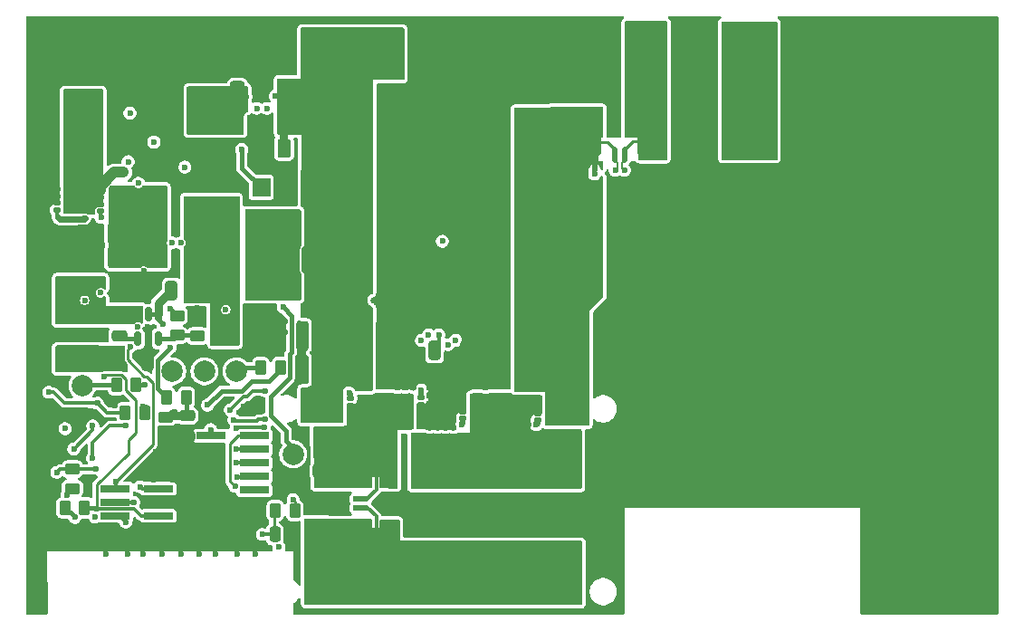
<source format=gtl>
G04 #@! TF.GenerationSoftware,KiCad,Pcbnew,9.0.5*
G04 #@! TF.CreationDate,2025-12-20T13:11:22+01:00*
G04 #@! TF.ProjectId,peak-ignitor-box,7065616b-2d69-4676-9e69-746f722d626f,rev?*
G04 #@! TF.SameCoordinates,Original*
G04 #@! TF.FileFunction,Copper,L1,Top*
G04 #@! TF.FilePolarity,Positive*
%FSLAX46Y46*%
G04 Gerber Fmt 4.6, Leading zero omitted, Abs format (unit mm)*
G04 Created by KiCad (PCBNEW 9.0.5) date 2025-12-20 13:11:22*
%MOMM*%
%LPD*%
G01*
G04 APERTURE LIST*
G04 Aperture macros list*
%AMRoundRect*
0 Rectangle with rounded corners*
0 $1 Rounding radius*
0 $2 $3 $4 $5 $6 $7 $8 $9 X,Y pos of 4 corners*
0 Add a 4 corners polygon primitive as box body*
4,1,4,$2,$3,$4,$5,$6,$7,$8,$9,$2,$3,0*
0 Add four circle primitives for the rounded corners*
1,1,$1+$1,$2,$3*
1,1,$1+$1,$4,$5*
1,1,$1+$1,$6,$7*
1,1,$1+$1,$8,$9*
0 Add four rect primitives between the rounded corners*
20,1,$1+$1,$2,$3,$4,$5,0*
20,1,$1+$1,$4,$5,$6,$7,0*
20,1,$1+$1,$6,$7,$8,$9,0*
20,1,$1+$1,$8,$9,$2,$3,0*%
%AMFreePoly0*
4,1,17,1.371000,0.720000,0.950000,0.720000,0.950000,0.580000,1.370000,0.580000,1.370000,0.080000,0.950000,0.080000,0.950000,-0.080000,1.370000,-0.080000,1.370000,-0.580000,0.950000,-0.580000,0.950000,-0.720000,1.370000,-0.720000,1.370000,-1.225000,-0.950000,-1.225000,-0.950000,1.225000,1.371000,1.225000,1.371000,0.720000,1.371000,0.720000,$1*%
%AMFreePoly1*
4,1,19,1.371000,0.720000,0.950000,0.720000,0.950000,0.580000,1.370000,0.580000,1.370000,0.080000,0.950000,0.080000,0.950000,-0.080000,1.370000,-0.080000,1.370000,-0.580000,0.950000,-0.580000,0.950000,-0.720000,1.370000,-0.720000,1.370000,-1.225000,0.949960,-1.225000,-0.949960,-1.225000,-0.950000,-1.225000,-0.950000,1.225000,1.371000,1.225000,1.371000,0.720000,1.371000,0.720000,
$1*%
G04 Aperture macros list end*
G04 #@! TA.AperFunction,EtchedComponent*
%ADD10C,0.000000*%
G04 #@! TD*
G04 #@! TA.AperFunction,SMDPad,CuDef*
%ADD11R,2.500000X2.300000*%
G04 #@! TD*
G04 #@! TA.AperFunction,SMDPad,CuDef*
%ADD12RoundRect,0.250000X-0.375000X-0.625000X0.375000X-0.625000X0.375000X0.625000X-0.375000X0.625000X0*%
G04 #@! TD*
G04 #@! TA.AperFunction,SMDPad,CuDef*
%ADD13RoundRect,0.250000X0.425000X1.075000X-0.425000X1.075000X-0.425000X-1.075000X0.425000X-1.075000X0*%
G04 #@! TD*
G04 #@! TA.AperFunction,SMDPad,CuDef*
%ADD14R,2.500000X3.300000*%
G04 #@! TD*
G04 #@! TA.AperFunction,SMDPad,CuDef*
%ADD15R,3.175000X3.300000*%
G04 #@! TD*
G04 #@! TA.AperFunction,SMDPad,CuDef*
%ADD16RoundRect,0.250000X-0.262500X-0.450000X0.262500X-0.450000X0.262500X0.450000X-0.262500X0.450000X0*%
G04 #@! TD*
G04 #@! TA.AperFunction,ComponentPad*
%ADD17R,1.700000X1.700000*%
G04 #@! TD*
G04 #@! TA.AperFunction,ComponentPad*
%ADD18C,1.700000*%
G04 #@! TD*
G04 #@! TA.AperFunction,SMDPad,CuDef*
%ADD19RoundRect,0.250000X-0.325000X-1.100000X0.325000X-1.100000X0.325000X1.100000X-0.325000X1.100000X0*%
G04 #@! TD*
G04 #@! TA.AperFunction,SMDPad,CuDef*
%ADD20RoundRect,0.250000X-0.450000X-0.800000X0.450000X-0.800000X0.450000X0.800000X-0.450000X0.800000X0*%
G04 #@! TD*
G04 #@! TA.AperFunction,SMDPad,CuDef*
%ADD21RoundRect,0.125000X-0.190000X-0.125000X0.190000X-0.125000X0.190000X0.125000X-0.190000X0.125000X0*%
G04 #@! TD*
G04 #@! TA.AperFunction,SMDPad,CuDef*
%ADD22FreePoly0,0.000000*%
G04 #@! TD*
G04 #@! TA.AperFunction,SMDPad,CuDef*
%ADD23RoundRect,0.250000X0.450000X-0.262500X0.450000X0.262500X-0.450000X0.262500X-0.450000X-0.262500X0*%
G04 #@! TD*
G04 #@! TA.AperFunction,ComponentPad*
%ADD24C,2.780000*%
G04 #@! TD*
G04 #@! TA.AperFunction,ComponentPad*
%ADD25C,2.000000*%
G04 #@! TD*
G04 #@! TA.AperFunction,SMDPad,CuDef*
%ADD26RoundRect,0.250000X0.325000X1.100000X-0.325000X1.100000X-0.325000X-1.100000X0.325000X-1.100000X0*%
G04 #@! TD*
G04 #@! TA.AperFunction,SMDPad,CuDef*
%ADD27RoundRect,0.250000X-0.475000X0.250000X-0.475000X-0.250000X0.475000X-0.250000X0.475000X0.250000X0*%
G04 #@! TD*
G04 #@! TA.AperFunction,SMDPad,CuDef*
%ADD28RoundRect,0.250000X-0.325000X-0.650000X0.325000X-0.650000X0.325000X0.650000X-0.325000X0.650000X0*%
G04 #@! TD*
G04 #@! TA.AperFunction,SMDPad,CuDef*
%ADD29RoundRect,0.250000X1.950000X1.000000X-1.950000X1.000000X-1.950000X-1.000000X1.950000X-1.000000X0*%
G04 #@! TD*
G04 #@! TA.AperFunction,SMDPad,CuDef*
%ADD30C,0.500000*%
G04 #@! TD*
G04 #@! TA.AperFunction,SMDPad,CuDef*
%ADD31RoundRect,0.250000X-0.250000X-0.475000X0.250000X-0.475000X0.250000X0.475000X-0.250000X0.475000X0*%
G04 #@! TD*
G04 #@! TA.AperFunction,SMDPad,CuDef*
%ADD32RoundRect,0.250000X0.325000X0.650000X-0.325000X0.650000X-0.325000X-0.650000X0.325000X-0.650000X0*%
G04 #@! TD*
G04 #@! TA.AperFunction,ComponentPad*
%ADD33C,3.400000*%
G04 #@! TD*
G04 #@! TA.AperFunction,SMDPad,CuDef*
%ADD34R,4.000000X1.500000*%
G04 #@! TD*
G04 #@! TA.AperFunction,SMDPad,CuDef*
%ADD35RoundRect,0.250000X-0.362500X-1.075000X0.362500X-1.075000X0.362500X1.075000X-0.362500X1.075000X0*%
G04 #@! TD*
G04 #@! TA.AperFunction,SMDPad,CuDef*
%ADD36RoundRect,0.125000X0.190000X0.125000X-0.190000X0.125000X-0.190000X-0.125000X0.190000X-0.125000X0*%
G04 #@! TD*
G04 #@! TA.AperFunction,SMDPad,CuDef*
%ADD37FreePoly1,180.000000*%
G04 #@! TD*
G04 #@! TA.AperFunction,SMDPad,CuDef*
%ADD38RoundRect,0.250000X-1.950000X-1.000000X1.950000X-1.000000X1.950000X1.000000X-1.950000X1.000000X0*%
G04 #@! TD*
G04 #@! TA.AperFunction,SMDPad,CuDef*
%ADD39RoundRect,0.250000X-1.425000X0.362500X-1.425000X-0.362500X1.425000X-0.362500X1.425000X0.362500X0*%
G04 #@! TD*
G04 #@! TA.AperFunction,SMDPad,CuDef*
%ADD40RoundRect,0.250000X0.475000X-0.250000X0.475000X0.250000X-0.475000X0.250000X-0.475000X-0.250000X0*%
G04 #@! TD*
G04 #@! TA.AperFunction,SMDPad,CuDef*
%ADD41R,4.245000X3.810000*%
G04 #@! TD*
G04 #@! TA.AperFunction,SMDPad,CuDef*
%ADD42RoundRect,0.250000X0.262500X0.450000X-0.262500X0.450000X-0.262500X-0.450000X0.262500X-0.450000X0*%
G04 #@! TD*
G04 #@! TA.AperFunction,SMDPad,CuDef*
%ADD43R,2.760000X0.650000*%
G04 #@! TD*
G04 #@! TA.AperFunction,SMDPad,CuDef*
%ADD44RoundRect,0.250000X-0.450000X0.262500X-0.450000X-0.262500X0.450000X-0.262500X0.450000X0.262500X0*%
G04 #@! TD*
G04 #@! TA.AperFunction,SMDPad,CuDef*
%ADD45RoundRect,0.249999X6.350001X-1.340001X6.350001X1.340001X-6.350001X1.340001X-6.350001X-1.340001X0*%
G04 #@! TD*
G04 #@! TA.AperFunction,SMDPad,CuDef*
%ADD46RoundRect,0.150000X0.150000X-0.512500X0.150000X0.512500X-0.150000X0.512500X-0.150000X-0.512500X0*%
G04 #@! TD*
G04 #@! TA.AperFunction,ViaPad*
%ADD47C,0.600000*%
G04 #@! TD*
G04 #@! TA.AperFunction,Conductor*
%ADD48C,0.800000*%
G04 #@! TD*
G04 #@! TA.AperFunction,Conductor*
%ADD49C,0.400000*%
G04 #@! TD*
G04 #@! TA.AperFunction,Conductor*
%ADD50C,0.300000*%
G04 #@! TD*
G04 #@! TA.AperFunction,Conductor*
%ADD51C,0.250000*%
G04 #@! TD*
G04 #@! TA.AperFunction,Conductor*
%ADD52C,0.500000*%
G04 #@! TD*
G04 #@! TA.AperFunction,Conductor*
%ADD53C,1.000000*%
G04 #@! TD*
G04 #@! TA.AperFunction,Conductor*
%ADD54C,0.600000*%
G04 #@! TD*
G04 #@! TA.AperFunction,Conductor*
%ADD55C,0.200000*%
G04 #@! TD*
G04 APERTURE END LIST*
D10*
G04 #@! TA.AperFunction,EtchedComponent*
G36*
X250450000Y-88400000D02*
G01*
X249950000Y-88400000D01*
X249950000Y-87400000D01*
X250450000Y-87400000D01*
X250450000Y-88400000D01*
G37*
G04 #@! TD.AperFunction*
G04 #@! TA.AperFunction,EtchedComponent*
G36*
X228900000Y-120250000D02*
G01*
X227900000Y-120250000D01*
X227900000Y-119750000D01*
X228900000Y-119750000D01*
X228900000Y-120250000D01*
G37*
G04 #@! TD.AperFunction*
G04 #@! TA.AperFunction,EtchedComponent*
G36*
X252350000Y-87500000D02*
G01*
X251850000Y-87500000D01*
X251850000Y-86500000D01*
X252350000Y-86500000D01*
X252350000Y-87500000D01*
G37*
G04 #@! TD.AperFunction*
G04 #@! TA.AperFunction,EtchedComponent*
G36*
X253250000Y-87500000D02*
G01*
X252750000Y-87500000D01*
X252750000Y-86500000D01*
X253250000Y-86500000D01*
X253250000Y-87500000D01*
G37*
G04 #@! TD.AperFunction*
G04 #@! TA.AperFunction,EtchedComponent*
G36*
X228900000Y-119450000D02*
G01*
X227900000Y-119450000D01*
X227900000Y-118950000D01*
X228900000Y-118950000D01*
X228900000Y-119450000D01*
G37*
G04 #@! TD.AperFunction*
D11*
X215575000Y-103475000D03*
X219875000Y-103475000D03*
D12*
X202425000Y-96600000D03*
X205225000Y-96600000D03*
D13*
X221300000Y-81450000D03*
X216800000Y-81450000D03*
D12*
X202450000Y-94350000D03*
X205250000Y-94350000D03*
D14*
X208950000Y-92700000D03*
X215750000Y-92700000D03*
D15*
X202435000Y-82650000D03*
X213865000Y-82650000D03*
D12*
X218300000Y-84150000D03*
X221100000Y-84150000D03*
X218350000Y-86400000D03*
X221150000Y-86400000D03*
D16*
X205492500Y-108500000D03*
X207317500Y-108500000D03*
D17*
X219025000Y-90050000D03*
D18*
X221565000Y-90050000D03*
D19*
X228800000Y-103900000D03*
X231750000Y-103900000D03*
D20*
X201450000Y-99475000D03*
X205850000Y-99475000D03*
D21*
X199910000Y-90220000D03*
X199910000Y-90860000D03*
X199910000Y-91520000D03*
X199910000Y-92160000D03*
D22*
X201735000Y-91190000D03*
D23*
X213025000Y-103937500D03*
X213025000Y-102112500D03*
D24*
X254940000Y-76400000D03*
X254940000Y-79800000D03*
X264860000Y-76400000D03*
X264860000Y-79800000D03*
D25*
X222000000Y-115000000D03*
D26*
X243475000Y-103900000D03*
X240525000Y-103900000D03*
D27*
X212080000Y-111400000D03*
X212080000Y-113300000D03*
D28*
X205430000Y-106300000D03*
X208380000Y-106300000D03*
D29*
X246710000Y-85770000D03*
X238310000Y-85770000D03*
D30*
X250200000Y-88400000D03*
X250200000Y-87400000D03*
D16*
X210192500Y-109700000D03*
X212017500Y-109700000D03*
D31*
X220300000Y-122500000D03*
X222200000Y-122500000D03*
D32*
X210625000Y-99675000D03*
X207675000Y-99675000D03*
D25*
X213705000Y-107250000D03*
D16*
X200675000Y-120000000D03*
X202500000Y-120000000D03*
D30*
X227900000Y-120000000D03*
X228900000Y-120000000D03*
D33*
X225500000Y-77600000D03*
D34*
X201850000Y-101975000D03*
X201850000Y-105575000D03*
D35*
X250187500Y-85750000D03*
X254812500Y-85750000D03*
D25*
X216705000Y-107250000D03*
D36*
X234000000Y-111640000D03*
X234000000Y-111000000D03*
X234000000Y-110340000D03*
X234000000Y-109700000D03*
D37*
X232175000Y-110670000D03*
D38*
X225000000Y-85800000D03*
X233400000Y-85800000D03*
D39*
X229807500Y-116587500D03*
X229807500Y-122512500D03*
D25*
X210705000Y-107250000D03*
D40*
X205750000Y-103925000D03*
X205750000Y-102025000D03*
D16*
X218992500Y-106900000D03*
X220817500Y-106900000D03*
D33*
X264900000Y-85000000D03*
D41*
X214112500Y-98650000D03*
X220487500Y-98650000D03*
D23*
X201350000Y-118212500D03*
X201350000Y-116387500D03*
D36*
X227375000Y-111712500D03*
X227375000Y-111072500D03*
X227375000Y-110412500D03*
X227375000Y-109772500D03*
D37*
X225550000Y-110742500D03*
D26*
X225825000Y-107100000D03*
X222875000Y-107100000D03*
D19*
X228800000Y-107100000D03*
X231750000Y-107100000D03*
D39*
X225507500Y-116587500D03*
X225507500Y-122512500D03*
D21*
X244870000Y-109870000D03*
X244870000Y-110510000D03*
X244870000Y-111170000D03*
X244870000Y-111810000D03*
D22*
X246695000Y-110840000D03*
D21*
X203950000Y-90330000D03*
X203950000Y-90970000D03*
X203950000Y-91630000D03*
X203950000Y-92270000D03*
D22*
X205775000Y-91300000D03*
D29*
X246692500Y-96780000D03*
X238292500Y-96780000D03*
D42*
X222162500Y-120250000D03*
X220337500Y-120250000D03*
D43*
X205380000Y-118230000D03*
X209420000Y-118230000D03*
X205380000Y-119500000D03*
X209420000Y-119500000D03*
X205380000Y-120770000D03*
X209420000Y-120770000D03*
X214350763Y-113260000D03*
X218390763Y-113260000D03*
X214350763Y-114530000D03*
X218390763Y-114530000D03*
X214350763Y-115800000D03*
X218390763Y-115800000D03*
X214350763Y-117070000D03*
X218390763Y-117070000D03*
X214350763Y-118340000D03*
X218390763Y-118340000D03*
D19*
X248275000Y-103900000D03*
X251225000Y-103900000D03*
D33*
X238255000Y-77600000D03*
D21*
X237870000Y-109732500D03*
X237870000Y-110372500D03*
X237870000Y-111032500D03*
X237870000Y-111672500D03*
D22*
X239695000Y-110702500D03*
D25*
X229805000Y-77600000D03*
D26*
X225825000Y-103900000D03*
X222875000Y-103900000D03*
D30*
X252100000Y-87500000D03*
X252100000Y-86500000D03*
D28*
X235237500Y-105300000D03*
X238187500Y-105300000D03*
D44*
X210080000Y-111525000D03*
X210080000Y-113350000D03*
D30*
X253000000Y-87500000D03*
X253000000Y-86500000D03*
D45*
X240257500Y-126200000D03*
X240257500Y-115600000D03*
D44*
X211150000Y-102062500D03*
X211150000Y-103887500D03*
D26*
X243450000Y-107100000D03*
X240500000Y-107100000D03*
D33*
X219950000Y-94050000D03*
D30*
X227900000Y-119200000D03*
X228900000Y-119200000D03*
D25*
X202305000Y-108600000D03*
D42*
X208112500Y-111100000D03*
X206287500Y-111100000D03*
D38*
X225000000Y-96800000D03*
X233400000Y-96800000D03*
D46*
X207500000Y-104212500D03*
X208450000Y-104212500D03*
X209400000Y-104212500D03*
X209400000Y-101937500D03*
X208450000Y-101937500D03*
X207500000Y-101937500D03*
D33*
X259800000Y-85000000D03*
D19*
X248300000Y-107100000D03*
X251250000Y-107100000D03*
D33*
X219750000Y-77600000D03*
D47*
X211882000Y-88150000D03*
X208987500Y-85800000D03*
X223550000Y-87600000D03*
X220350000Y-81500000D03*
X224550000Y-107100000D03*
X226250000Y-111750000D03*
X227750000Y-107000000D03*
X226550000Y-95100000D03*
X227750000Y-106000000D03*
X226250000Y-110750000D03*
X225550000Y-84600000D03*
X223500000Y-95100000D03*
X224500000Y-98600000D03*
X226550000Y-98600000D03*
X226550000Y-84600000D03*
X224550000Y-108100000D03*
X226750000Y-107000000D03*
X226750000Y-106000000D03*
X225550000Y-87600000D03*
X228431153Y-94131153D03*
X224500000Y-95100000D03*
X224750000Y-110750000D03*
X225550000Y-95100000D03*
X224550000Y-84600000D03*
X224750000Y-111750000D03*
X225500000Y-109750000D03*
X225550000Y-98600000D03*
X223550000Y-84600000D03*
X226750000Y-108000000D03*
X224550000Y-87600000D03*
X221100000Y-85200000D03*
X226250000Y-109750000D03*
X227750000Y-108000000D03*
X225500000Y-111750000D03*
X224750000Y-109750000D03*
X225500000Y-110750000D03*
X224550000Y-106100000D03*
X226550000Y-87600000D03*
X223500000Y-98600000D03*
X210955000Y-111000000D03*
X205065251Y-90165251D03*
X205075000Y-92330000D03*
X206405000Y-95000000D03*
X206405000Y-96000000D03*
X205775000Y-91630000D03*
X208405000Y-95000000D03*
X209405000Y-95000000D03*
X206405000Y-97000000D03*
X206750000Y-83100000D03*
X207405000Y-95000000D03*
X205075000Y-90930000D03*
X205775000Y-92330000D03*
X205775000Y-90930000D03*
X205075000Y-91630000D03*
X209805000Y-102800000D03*
X210537171Y-104988487D03*
X205955000Y-105150000D03*
X201600000Y-120900000D03*
X204405000Y-105200000D03*
X214300000Y-112700000D03*
X204405000Y-106000000D03*
X220668599Y-123678648D03*
X203500000Y-120850000D03*
X208000000Y-110550002D03*
X205155000Y-105200000D03*
X207700000Y-118050000D03*
X202516853Y-100591413D03*
X200687500Y-112600000D03*
X210552800Y-101400000D03*
X222000000Y-119250000D03*
X204405000Y-106800000D03*
X200850000Y-118850000D03*
X210650000Y-95233013D03*
X218600000Y-82650000D03*
X211500000Y-95233013D03*
X219550000Y-82650000D03*
X222500000Y-108100000D03*
X241550000Y-99600000D03*
X232605000Y-84550000D03*
X238550000Y-100600000D03*
X234750000Y-108750000D03*
X236716824Y-100525856D03*
X208437500Y-88410000D03*
X202500000Y-95350000D03*
X237750000Y-91849808D03*
X234500000Y-122100000D03*
X252500000Y-104100000D03*
X237550000Y-98600000D03*
X203000000Y-97100000D03*
X247505000Y-122100000D03*
X238505000Y-120100000D03*
X208437500Y-87610000D03*
X236505000Y-121100000D03*
X210675000Y-83700000D03*
X240550000Y-99600000D03*
X213025000Y-101325000D03*
X252500000Y-107100000D03*
X250600000Y-107100000D03*
X208035000Y-97870000D03*
X235500000Y-121100000D03*
X237000000Y-112500000D03*
X237750000Y-108750000D03*
X240799999Y-91812308D03*
X244505000Y-121100000D03*
X234605000Y-84550000D03*
X250600000Y-106100000D03*
X238500000Y-108000000D03*
X231605000Y-87050000D03*
X246505000Y-122100000D03*
X235500000Y-119100000D03*
X232550000Y-99512308D03*
X240505000Y-122100000D03*
X210750000Y-115850000D03*
X251650000Y-105100000D03*
X245505000Y-122100000D03*
X203000000Y-96100000D03*
X250600000Y-103100000D03*
X235500000Y-110250000D03*
X251650000Y-106100000D03*
X237105000Y-87050000D03*
X238505000Y-121100000D03*
X243505000Y-121100000D03*
X235500000Y-122100000D03*
X239505000Y-119100000D03*
X232200000Y-92000000D03*
X210750000Y-114100000D03*
X217620763Y-120100000D03*
X239505000Y-120100000D03*
X217620763Y-120850000D03*
X244505000Y-122100000D03*
X237550000Y-100600000D03*
X231750000Y-108750000D03*
X237505000Y-122100000D03*
X232500000Y-108000000D03*
X239550000Y-100600000D03*
X241505000Y-120100000D03*
X205350000Y-110450000D03*
X204500000Y-124350000D03*
X210037500Y-87610000D03*
X235500000Y-108750000D03*
X240550000Y-100419276D03*
X213770763Y-118900000D03*
X244505000Y-120100000D03*
X204000000Y-99900000D03*
X208405000Y-103100000D03*
X219750000Y-123750000D03*
X233550000Y-98600000D03*
X235350000Y-99600000D03*
X233250000Y-108000000D03*
X242505000Y-122100000D03*
X239105000Y-84550000D03*
X236250000Y-108000000D03*
X240550000Y-98600000D03*
X237000000Y-110250000D03*
X209138593Y-114766002D03*
X236250000Y-112500000D03*
X251650000Y-103100000D03*
X238105000Y-84550000D03*
X237505000Y-120100000D03*
X212250000Y-117350000D03*
X232550000Y-98600000D03*
X246505000Y-119100000D03*
X235950000Y-91849808D03*
X235500000Y-120100000D03*
X235325000Y-100600000D03*
X241550000Y-100419276D03*
X250600000Y-108100000D03*
X233605000Y-84550000D03*
X224000000Y-120100000D03*
X245505000Y-119100000D03*
X239550000Y-99600000D03*
X238500000Y-108750000D03*
X250600000Y-105100000D03*
X250600000Y-104100000D03*
X243505000Y-120100000D03*
X234750000Y-112500000D03*
X244505000Y-119100000D03*
X243505000Y-119100000D03*
X234750000Y-111750000D03*
X213250000Y-124350000D03*
X237750000Y-108000000D03*
X218500000Y-124350000D03*
X239750000Y-91812308D03*
X236505000Y-122100000D03*
X242505000Y-121100000D03*
X238505000Y-122100000D03*
X213770763Y-117600000D03*
X230550000Y-99512308D03*
X237505000Y-119100000D03*
X239505000Y-121100000D03*
X203600000Y-122512500D03*
X215705000Y-101450000D03*
X232550000Y-100600000D03*
X246505000Y-120100000D03*
X236250000Y-109500000D03*
X239550000Y-98600000D03*
X234500000Y-121100000D03*
X208437500Y-89210000D03*
X208000000Y-124350000D03*
X237505000Y-121100000D03*
X222500000Y-106100000D03*
X252500000Y-108100000D03*
X252500000Y-106100000D03*
X230550000Y-100600000D03*
X240105000Y-84550000D03*
X236250000Y-111750000D03*
X207200000Y-98500000D03*
X222250000Y-121500000D03*
X231000000Y-120100000D03*
X232500000Y-108750000D03*
X205700000Y-83900000D03*
X241505000Y-121100000D03*
X251650000Y-104100000D03*
X251650000Y-108100000D03*
X240505000Y-119100000D03*
X236505000Y-120100000D03*
X206500000Y-124350000D03*
X242505000Y-120100000D03*
X219105000Y-104850000D03*
X241550000Y-98600000D03*
X251650000Y-107100000D03*
X238550000Y-99600000D03*
X241505000Y-122100000D03*
X240505000Y-121100000D03*
X202500000Y-97600000D03*
X236250000Y-111000000D03*
X234550000Y-99600000D03*
X245505000Y-121100000D03*
X231550000Y-98600000D03*
X231550000Y-99512308D03*
X233605000Y-87050000D03*
X212250000Y-114100000D03*
X247505000Y-119100000D03*
X221250000Y-103600000D03*
X239505000Y-122100000D03*
X235500000Y-111000000D03*
X234605000Y-87050000D03*
X235500000Y-108000000D03*
X246505000Y-121100000D03*
X238550000Y-98600000D03*
X209237500Y-88410000D03*
X236775000Y-98600000D03*
X232605000Y-87050000D03*
X237000000Y-111000000D03*
X234550000Y-100600000D03*
X239105000Y-87050000D03*
X236250000Y-108750000D03*
X240505000Y-120100000D03*
X233250000Y-108750000D03*
X211500000Y-124350000D03*
X209000000Y-115850000D03*
X237000000Y-111750000D03*
X230550000Y-98600000D03*
X213770763Y-116300000D03*
X235500000Y-111750000D03*
X207505000Y-103100000D03*
X241505000Y-119100000D03*
X237105000Y-84550000D03*
X252500000Y-103100000D03*
X210750000Y-119100000D03*
X218800000Y-88400000D03*
X213770763Y-115100000D03*
X210037500Y-88410000D03*
X233550000Y-99512308D03*
X209000000Y-119100000D03*
X203000000Y-94850000D03*
X245505000Y-120100000D03*
X212250000Y-115850000D03*
X235500000Y-109500000D03*
X234500000Y-120100000D03*
X234750000Y-110250000D03*
X231550000Y-100600000D03*
X203406482Y-117138923D03*
X234750000Y-109500000D03*
X210750000Y-117350000D03*
X240105000Y-87050000D03*
X236750000Y-99600000D03*
X209750000Y-124350000D03*
X215755000Y-89450000D03*
X235500000Y-112500000D03*
X210037500Y-89210000D03*
X236250000Y-110250000D03*
X215755000Y-88650000D03*
X238505000Y-119100000D03*
X234750000Y-108000000D03*
X240000000Y-108000000D03*
X221250000Y-102600000D03*
X231605000Y-84550000D03*
X240000000Y-108750000D03*
X236505000Y-119100000D03*
X243505000Y-122100000D03*
X252500000Y-105100000D03*
X209000000Y-117350000D03*
X234550000Y-98600000D03*
X235350000Y-98600000D03*
X233550000Y-100600000D03*
X234750000Y-111000000D03*
X234500000Y-119100000D03*
X216750000Y-124350000D03*
X201756250Y-123256250D03*
X242505000Y-119100000D03*
X231750000Y-108000000D03*
X209237500Y-87610000D03*
X234200000Y-91849808D03*
X229550000Y-100600000D03*
X212250000Y-119100000D03*
X214750000Y-124350000D03*
X247505000Y-121100000D03*
X222500000Y-107100000D03*
X209237500Y-89210000D03*
X237550000Y-99600000D03*
X217370763Y-110500000D03*
X247505000Y-120100000D03*
X231000000Y-119100000D03*
X238105000Y-87050000D03*
X199139700Y-109200000D03*
X203707021Y-110220478D03*
X203600000Y-116400000D03*
X199900000Y-116700000D03*
X235960000Y-95080000D03*
X235623793Y-103835633D03*
X238500000Y-117600000D03*
X241500000Y-117600000D03*
X245500000Y-117600000D03*
X242000000Y-110750000D03*
X240445000Y-109750000D03*
X246500000Y-113600000D03*
X243500000Y-117600000D03*
X244000000Y-111500000D03*
X242000000Y-112250000D03*
X238500000Y-113600000D03*
X244500000Y-117600000D03*
X236500000Y-113600000D03*
X244000000Y-110000000D03*
X235500000Y-113600000D03*
X239500000Y-113600000D03*
X243000000Y-110000000D03*
X240500000Y-117600000D03*
X242500000Y-117600000D03*
X239695000Y-110750000D03*
X238945000Y-111750000D03*
X239695000Y-109750000D03*
X243000000Y-112250000D03*
X244000000Y-112250000D03*
X239695000Y-111750000D03*
X243000000Y-111500000D03*
X243000000Y-110750000D03*
X236500000Y-117600000D03*
X242000000Y-110000000D03*
X244500000Y-113600000D03*
X242500000Y-113600000D03*
X244000000Y-110750000D03*
X241500000Y-113600000D03*
X238945000Y-109750000D03*
X240445000Y-111750000D03*
X245500000Y-113600000D03*
X237500000Y-113600000D03*
X238945000Y-110750000D03*
X237500000Y-117600000D03*
X235500000Y-117600000D03*
X242000000Y-111500000D03*
X240445000Y-110750000D03*
X240500000Y-113600000D03*
X239500000Y-117600000D03*
X246500000Y-117600000D03*
X243500000Y-113600000D03*
X217600000Y-81550000D03*
X244750000Y-112250000D03*
X237204516Y-104340889D03*
X236500000Y-104750000D03*
X237750000Y-112250000D03*
X217200000Y-86500000D03*
X206150000Y-88636204D03*
X201905000Y-91160000D03*
X202605000Y-91860000D03*
X202605000Y-90460000D03*
X201905000Y-90460000D03*
X201905000Y-91860000D03*
X202605000Y-91160000D03*
X202615000Y-88770000D03*
X227850000Y-119175000D03*
X227850000Y-120025000D03*
X234660773Y-103831521D03*
X234000000Y-109000000D03*
X227250000Y-109250000D03*
X233999999Y-104353184D03*
X206576540Y-87643256D03*
X204050000Y-92850000D03*
X202518771Y-92925000D03*
X207538532Y-89651836D03*
X252125000Y-88455849D03*
X252975000Y-88455849D03*
X221105000Y-101250000D03*
X203250000Y-115350000D03*
X216120763Y-110850000D03*
X219391558Y-109079205D03*
X206390700Y-112338292D03*
X219120763Y-122500000D03*
X206790141Y-104918221D03*
X205400000Y-117550000D03*
X206351144Y-121348856D03*
X203648238Y-120088821D03*
X204300000Y-107700000D03*
X207100000Y-119500000D03*
X216571354Y-117998954D03*
X216670763Y-114500000D03*
X216775000Y-117100000D03*
X216670763Y-115800000D03*
X216670763Y-112600000D03*
X219339702Y-112495298D03*
X216470763Y-111800000D03*
X201500000Y-114500000D03*
X203262500Y-112350000D03*
X219403611Y-111758361D03*
X214000000Y-110400000D03*
X208125202Y-108479798D03*
X215000000Y-95700000D03*
X247450000Y-109842500D03*
X244000000Y-87600000D03*
X245000000Y-98100000D03*
X244250000Y-107000000D03*
X246250000Y-107000000D03*
X247450000Y-111842500D03*
X247250000Y-108000000D03*
X246000000Y-98100000D03*
X245000000Y-87600000D03*
X246000000Y-87600000D03*
X244000000Y-98100000D03*
X245950000Y-111842500D03*
X246000000Y-95600000D03*
X245250000Y-107000000D03*
X245000000Y-84600000D03*
X248000000Y-84600000D03*
X248000000Y-87600000D03*
X246000000Y-84600000D03*
X246700000Y-109842500D03*
X245250000Y-108000000D03*
X247000000Y-98100000D03*
X247250000Y-107000000D03*
X245950000Y-110842500D03*
X248000000Y-98100000D03*
X247450000Y-110842500D03*
X247000000Y-87600000D03*
X247000000Y-84600000D03*
X245000000Y-95600000D03*
X246700000Y-110842500D03*
X245950000Y-109842500D03*
X246250000Y-108000000D03*
X244000000Y-84600000D03*
X248000000Y-95600000D03*
X246700000Y-111842500D03*
X247000000Y-95600000D03*
X244000000Y-95600000D03*
X253800000Y-84100000D03*
X255800000Y-87100000D03*
X255800000Y-84100000D03*
X256700000Y-86100000D03*
X256700000Y-87100000D03*
X253800000Y-85100000D03*
X255800000Y-85100000D03*
X256700000Y-84100000D03*
X254800000Y-84100000D03*
X256700000Y-85100000D03*
X255800000Y-86100000D03*
X250200000Y-88800000D03*
X230600000Y-117600000D03*
X230250000Y-112000000D03*
X229000000Y-115600000D03*
X229250000Y-112750000D03*
X228250000Y-112000000D03*
X228900000Y-117600000D03*
X229250000Y-111250000D03*
X228000000Y-115600000D03*
X232875000Y-110662500D03*
X225250000Y-113500000D03*
X231375000Y-111662500D03*
X232125000Y-111662500D03*
X225000000Y-115600000D03*
X226000000Y-115600000D03*
X228250000Y-113500000D03*
X228250000Y-110500000D03*
X228250000Y-111250000D03*
X230000000Y-115600000D03*
X227000000Y-117600000D03*
X230250000Y-110500000D03*
X232125000Y-110662500D03*
X231375000Y-110662500D03*
X225250000Y-112750000D03*
X227250000Y-113500000D03*
X232875000Y-109662500D03*
X228250000Y-109750000D03*
X227250000Y-112750000D03*
X230250000Y-112750000D03*
X232875000Y-111662500D03*
X229250000Y-109750000D03*
X227000000Y-115600000D03*
X231375000Y-109662500D03*
X230250000Y-109750000D03*
X228250000Y-112750000D03*
X226250000Y-113500000D03*
X230250000Y-111250000D03*
X226000000Y-117600000D03*
X229250000Y-113500000D03*
X228000000Y-117600000D03*
X229250000Y-110500000D03*
X232125000Y-109662500D03*
X225000000Y-117600000D03*
X226250000Y-112750000D03*
X229250000Y-112000000D03*
X230250000Y-113500000D03*
X227000000Y-121600000D03*
X229000000Y-123600000D03*
X229000000Y-121600000D03*
X243500000Y-124100000D03*
X230600000Y-121600000D03*
X231000000Y-123600000D03*
X234500000Y-124100000D03*
X241500000Y-124100000D03*
X226000000Y-126500000D03*
X225000000Y-125000000D03*
X226000000Y-123600000D03*
X246500000Y-128100000D03*
X235500000Y-128100000D03*
X229000000Y-125000000D03*
X230000000Y-125000000D03*
X242500000Y-128100000D03*
X234500000Y-128100000D03*
X235500000Y-124100000D03*
X243500000Y-128100000D03*
X227000000Y-125000000D03*
X227000000Y-126500000D03*
X240500000Y-128100000D03*
X237500000Y-124100000D03*
X244500000Y-124100000D03*
X226000000Y-121600000D03*
X225000000Y-123600000D03*
X237500000Y-128100000D03*
X231000000Y-126500000D03*
X236500000Y-124100000D03*
X228000000Y-121600000D03*
X230000000Y-123600000D03*
X228000000Y-125000000D03*
X238500000Y-128100000D03*
X228000000Y-126500000D03*
X246500000Y-124100000D03*
X239500000Y-124100000D03*
X245500000Y-124100000D03*
X245500000Y-128100000D03*
X241500000Y-128100000D03*
X226000000Y-125000000D03*
X244500000Y-128100000D03*
X225000000Y-121600000D03*
X231500000Y-121600000D03*
X230000000Y-126500000D03*
X228000000Y-123600000D03*
X238500000Y-124100000D03*
X242500000Y-124100000D03*
X229000000Y-126500000D03*
X236500000Y-128100000D03*
X239500000Y-128100000D03*
X240500000Y-124100000D03*
X231000000Y-125000000D03*
X227000000Y-123600000D03*
D48*
X221100000Y-84150000D02*
X221100000Y-85200000D01*
X221300000Y-81450000D02*
X221300000Y-83950000D01*
X221300000Y-83950000D02*
X221100000Y-84150000D01*
D49*
X221100000Y-81650000D02*
X221300000Y-81450000D01*
X221250000Y-81500000D02*
X221300000Y-81450000D01*
X220350000Y-81500000D02*
X221250000Y-81500000D01*
D48*
X221100000Y-85200000D02*
X221100000Y-86350000D01*
X221100000Y-86350000D02*
X221150000Y-86400000D01*
D50*
X210605000Y-111000000D02*
X210080000Y-111525000D01*
X210955000Y-111000000D02*
X210605000Y-111000000D01*
D48*
X210205000Y-111400000D02*
X210080000Y-111525000D01*
D49*
X212017500Y-111337500D02*
X212080000Y-111400000D01*
D48*
X212080000Y-111400000D02*
X210205000Y-111400000D01*
D49*
X212017500Y-109700000D02*
X212017500Y-111337500D01*
X209364300Y-106235700D02*
X210537171Y-105062829D01*
X208450000Y-101937500D02*
X209400000Y-101937500D01*
D48*
X209400000Y-100900000D02*
X209400000Y-101937500D01*
D49*
X209364300Y-108871800D02*
X209364300Y-106235700D01*
X210537171Y-105062829D02*
X210537171Y-104988487D01*
D48*
X210625000Y-99675000D02*
X209400000Y-100900000D01*
D49*
X210192500Y-109700000D02*
X209364300Y-108871800D01*
X209400000Y-102395000D02*
X209805000Y-102800000D01*
X209400000Y-101937500D02*
X209400000Y-102395000D01*
D51*
X222162500Y-119412500D02*
X222000000Y-119250000D01*
D49*
X200675000Y-120000000D02*
X200700000Y-120000000D01*
D50*
X201350000Y-118350000D02*
X200850000Y-118850000D01*
X207880000Y-118230000D02*
X207700000Y-118050000D01*
D49*
X211150000Y-101997200D02*
X210552800Y-101400000D01*
D50*
X214350763Y-113260000D02*
X214350763Y-112750763D01*
D49*
X200700000Y-120000000D02*
X201600000Y-120900000D01*
D50*
X208350002Y-110550002D02*
X208000000Y-110550002D01*
X201350000Y-118212500D02*
X201350000Y-118350000D01*
X209420000Y-118230000D02*
X207880000Y-118230000D01*
D51*
X222162500Y-120250000D02*
X222162500Y-119412500D01*
D50*
X214350763Y-112750763D02*
X214300000Y-112700000D01*
D49*
X211150000Y-102062500D02*
X211150000Y-101997200D01*
X207500000Y-104212500D02*
X206037500Y-104212500D01*
X206037500Y-104212500D02*
X205750000Y-103925000D01*
D48*
X205750000Y-102025000D02*
X207412500Y-102025000D01*
X207412500Y-102025000D02*
X207500000Y-101937500D01*
D49*
X218350000Y-84200000D02*
X218300000Y-84150000D01*
X208450000Y-104212500D02*
X208450000Y-106230000D01*
D51*
X222200000Y-122500000D02*
X222200000Y-121550000D01*
D48*
X210130000Y-113300000D02*
X210080000Y-113350000D01*
D49*
X218350000Y-86400000D02*
X218350000Y-87950000D01*
D51*
X222200000Y-121550000D02*
X222250000Y-121500000D01*
D48*
X207675000Y-99675000D02*
X206050000Y-99675000D01*
D49*
X208450000Y-106230000D02*
X208380000Y-106300000D01*
X218350000Y-87950000D02*
X218800000Y-88400000D01*
X219105000Y-104245000D02*
X219875000Y-103475000D01*
D48*
X212080000Y-113300000D02*
X210130000Y-113300000D01*
D49*
X218350000Y-86400000D02*
X218350000Y-84200000D01*
X219105000Y-104850000D02*
X219105000Y-104245000D01*
D48*
X206050000Y-99675000D02*
X205850000Y-99475000D01*
D49*
X213025000Y-102112500D02*
X213025000Y-101325000D01*
D50*
X206287500Y-111100000D02*
X204586543Y-111100000D01*
X203707021Y-110220478D02*
X202920478Y-110220478D01*
X199600000Y-109200000D02*
X199139700Y-109200000D01*
X200600000Y-110200000D02*
X199600000Y-109200000D01*
X202900000Y-110200000D02*
X200600000Y-110200000D01*
X202920478Y-110220478D02*
X202900000Y-110200000D01*
X204586543Y-111100000D02*
X203707021Y-110220478D01*
X200200000Y-116400000D02*
X199900000Y-116700000D01*
X203600000Y-116400000D02*
X200200000Y-116400000D01*
X235623793Y-104926207D02*
X235250000Y-105300000D01*
D51*
X235650000Y-103809426D02*
X235623793Y-103835633D01*
D50*
X235623793Y-103835633D02*
X235623793Y-104926207D01*
D49*
X217000000Y-81650000D02*
X216800000Y-81450000D01*
X217600000Y-81550000D02*
X216900000Y-81550000D01*
X216900000Y-81550000D02*
X216800000Y-81450000D01*
D52*
X244870000Y-111810000D02*
X244870000Y-112130000D01*
X244870000Y-112130000D02*
X244750000Y-112250000D01*
X237870000Y-112130000D02*
X237750000Y-112250000D01*
X237870000Y-111672500D02*
X237870000Y-112130000D01*
D49*
X217200000Y-88225000D02*
X219025000Y-90050000D01*
X217200000Y-86500000D02*
X217200000Y-88225000D01*
X209400000Y-104212500D02*
X210825000Y-104212500D01*
X211150000Y-103887500D02*
X212975000Y-103887500D01*
X212975000Y-103887500D02*
X213025000Y-103937500D01*
X210825000Y-104212500D02*
X211150000Y-103887500D01*
D53*
X205265360Y-88636204D02*
X206150000Y-88636204D01*
X203950000Y-90330000D02*
X203950000Y-89951564D01*
X203950000Y-89951564D02*
X205265360Y-88636204D01*
D52*
X234000000Y-109700000D02*
X234000000Y-109000000D01*
X227375000Y-109772500D02*
X227375000Y-109375000D01*
X227375000Y-109375000D02*
X227250000Y-109250000D01*
D50*
X203950000Y-92750000D02*
X204050000Y-92850000D01*
X203950000Y-92270000D02*
X203950000Y-92750000D01*
X199910000Y-92160000D02*
X199910000Y-92710000D01*
D54*
X200170000Y-92970000D02*
X202473771Y-92970000D01*
X202473771Y-92970000D02*
X202518771Y-92925000D01*
X200050000Y-92850000D02*
X200170000Y-92970000D01*
D55*
X252324999Y-88255850D02*
X252125000Y-88455849D01*
X252100000Y-87500000D02*
X252324999Y-87724999D01*
X252324999Y-87724999D02*
X252324999Y-88255850D01*
X252775001Y-88255850D02*
X252975000Y-88455849D01*
X253000000Y-87500000D02*
X252775001Y-87724999D01*
X252775001Y-87724999D02*
X252775001Y-88255850D01*
D49*
X221350000Y-112800000D02*
X221350000Y-113750000D01*
X221890700Y-105435700D02*
X221670700Y-105655700D01*
X221890700Y-102035700D02*
X221890700Y-105435700D01*
X219900000Y-111350000D02*
X221350000Y-112800000D01*
X221350000Y-113750000D02*
X222000000Y-114400000D01*
X221105000Y-101250000D02*
X221890700Y-102035700D01*
X219900000Y-109600000D02*
X219900000Y-111350000D01*
X222000000Y-114400000D02*
X222000000Y-115000000D01*
X221670700Y-107829300D02*
X219900000Y-109600000D01*
X221670700Y-105655700D02*
X221670700Y-107829300D01*
D50*
X219391558Y-109079205D02*
X218220795Y-109079205D01*
X204827357Y-112350000D02*
X206378992Y-112350000D01*
X203250000Y-115350000D02*
X203250000Y-113927357D01*
X217700000Y-109600000D02*
X217370763Y-109600000D01*
X203250000Y-113927357D02*
X204827357Y-112350000D01*
X217370763Y-109600000D02*
X216120763Y-110850000D01*
X206378992Y-112350000D02*
X206390700Y-112338292D01*
X218220795Y-109079205D02*
X217700000Y-109600000D01*
D51*
X206790141Y-104918221D02*
X206539300Y-105169062D01*
X208900000Y-114050000D02*
X205400000Y-117550000D01*
X208068764Y-107700000D02*
X208300000Y-107700000D01*
X220208263Y-120250000D02*
X220208263Y-122462500D01*
D50*
X219120763Y-122500000D02*
X220170763Y-122500000D01*
X205400000Y-118210000D02*
X205380000Y-118230000D01*
D51*
X208300000Y-107700000D02*
X208900000Y-108300000D01*
X220208263Y-122462500D02*
X220170763Y-122500000D01*
X208900000Y-108300000D02*
X208900000Y-114050000D01*
X206539300Y-106170536D02*
X208068764Y-107700000D01*
X206539300Y-105169062D02*
X206539300Y-106170536D01*
D50*
X205400000Y-117550000D02*
X205400000Y-118210000D01*
X205772287Y-120770000D02*
X206351144Y-121348856D01*
X205380000Y-120770000D02*
X205772287Y-120770000D01*
D51*
X204465700Y-107534300D02*
X204300000Y-107700000D01*
X206600000Y-113700000D02*
X207334300Y-112965700D01*
D49*
X203559417Y-120000000D02*
X203648238Y-120088821D01*
X202500000Y-120000000D02*
X203559417Y-120000000D01*
D50*
X207115700Y-120115700D02*
X207770000Y-120770000D01*
D51*
X206400000Y-109031236D02*
X206400000Y-107958764D01*
X206500000Y-115000000D02*
X206600000Y-115000000D01*
X206600000Y-115000000D02*
X206600000Y-113700000D01*
X205975536Y-107534300D02*
X204465700Y-107534300D01*
X207334300Y-109965536D02*
X206400000Y-109031236D01*
X207334300Y-112965700D02*
X207334300Y-109965536D01*
X206400000Y-107958764D02*
X205975536Y-107534300D01*
D50*
X207770000Y-120770000D02*
X209420000Y-120770000D01*
D51*
X203648238Y-117851762D02*
X206500000Y-115000000D01*
D50*
X203648238Y-120088821D02*
X203675117Y-120115700D01*
D51*
X203648238Y-120088821D02*
X203648238Y-117851762D01*
D50*
X203675117Y-120115700D02*
X207115700Y-120115700D01*
X207100000Y-119500000D02*
X205380000Y-119500000D01*
D51*
X218390763Y-113260000D02*
X216840000Y-113260000D01*
X216100000Y-114000000D02*
X216100000Y-117527600D01*
X216840000Y-113260000D02*
X216100000Y-114000000D01*
X216100000Y-117527600D02*
X216571354Y-117998954D01*
D50*
X218360763Y-114500000D02*
X218390763Y-114530000D01*
X216670763Y-114500000D02*
X218360763Y-114500000D01*
X218390763Y-117070000D02*
X218360763Y-117100000D01*
X218360763Y-117100000D02*
X216775000Y-117100000D01*
X216670763Y-115800000D02*
X218390763Y-115800000D01*
X219339702Y-112495298D02*
X216775465Y-112495298D01*
X216775465Y-112495298D02*
X216670763Y-112600000D01*
X203262500Y-112737500D02*
X201500000Y-114500000D01*
X219403611Y-111758361D02*
X218756351Y-111758361D01*
X203262500Y-112350000D02*
X203262500Y-112737500D01*
X216579237Y-111908474D02*
X216470763Y-111800000D01*
X218756351Y-111758361D02*
X218606238Y-111908474D01*
X218606238Y-111908474D02*
X216579237Y-111908474D01*
D49*
X219705000Y-108200000D02*
X220817500Y-107087500D01*
X220817500Y-107087500D02*
X220817500Y-106900000D01*
X217205000Y-109100000D02*
X218105000Y-108200000D01*
X218105000Y-108200000D02*
X219705000Y-108200000D01*
X215300000Y-109100000D02*
X214000000Y-110400000D01*
X217075763Y-109100000D02*
X215300000Y-109100000D01*
X208105000Y-108500000D02*
X208125202Y-108479798D01*
X207317500Y-108500000D02*
X208105000Y-108500000D01*
X218992500Y-106900000D02*
X217105000Y-106900000D01*
X217105000Y-106900000D02*
X216705000Y-107300000D01*
X205492500Y-108500000D02*
X203005000Y-108500000D01*
X203005000Y-108500000D02*
X202905000Y-108600000D01*
D50*
X250187500Y-85750000D02*
X250187500Y-87387500D01*
X250187500Y-87387500D02*
X250200000Y-87400000D01*
D51*
X250237500Y-85800000D02*
X250187500Y-85750000D01*
X252100000Y-86500000D02*
X251400000Y-85800000D01*
X251400000Y-85800000D02*
X250237500Y-85800000D01*
X253750000Y-85750000D02*
X254812500Y-85750000D01*
X253000000Y-86500000D02*
X253750000Y-85750000D01*
D50*
X250200000Y-88400000D02*
X250200000Y-88800000D01*
X229807500Y-117892500D02*
X229807500Y-116587500D01*
X229800000Y-117900000D02*
X229807500Y-117892500D01*
X229800000Y-118300000D02*
X229800000Y-117900000D01*
X228900000Y-119200000D02*
X229800000Y-118300000D01*
X229807500Y-120807500D02*
X229807500Y-122512500D01*
X229000000Y-120000000D02*
X229807500Y-120807500D01*
X228900000Y-120000000D02*
X229000000Y-120000000D01*
G04 #@! TA.AperFunction,Conductor*
G36*
X222692121Y-92120002D02*
G01*
X222738614Y-92173658D01*
X222750000Y-92226000D01*
X222750000Y-95499852D01*
X222732938Y-95557958D01*
X222734889Y-95558952D01*
X222674272Y-95677917D01*
X222674272Y-95677919D01*
X222659800Y-95769290D01*
X222659800Y-97830710D01*
X222671377Y-97903806D01*
X222674272Y-97922082D01*
X222734889Y-98041048D01*
X222731827Y-98042607D01*
X222749793Y-98092933D01*
X222750000Y-98100147D01*
X222750000Y-100474000D01*
X222729998Y-100542121D01*
X222676342Y-100588614D01*
X222624000Y-100600000D01*
X217626000Y-100600000D01*
X217557879Y-100579998D01*
X217511386Y-100526342D01*
X217500000Y-100474000D01*
X217500000Y-92226000D01*
X217520002Y-92157879D01*
X217573658Y-92111386D01*
X217626000Y-92100000D01*
X222624000Y-92100000D01*
X222692121Y-92120002D01*
G37*
G04 #@! TD.AperFunction*
G04 #@! TA.AperFunction,Conductor*
G36*
X217743039Y-80619685D02*
G01*
X217788794Y-80672489D01*
X217800000Y-80724000D01*
X217800000Y-82892981D01*
X217780315Y-82960020D01*
X217727511Y-83005775D01*
X217721490Y-83008335D01*
X217650286Y-83036414D01*
X217650280Y-83036417D01*
X217528651Y-83128651D01*
X217436417Y-83250280D01*
X217380415Y-83392290D01*
X217374523Y-83441353D01*
X217369700Y-83481524D01*
X217369700Y-84818476D01*
X217380416Y-84907710D01*
X217389407Y-84930511D01*
X217395688Y-85000098D01*
X217363350Y-85062034D01*
X217302661Y-85096655D01*
X217274052Y-85100000D01*
X212174000Y-85100000D01*
X212106961Y-85080315D01*
X212061206Y-85027511D01*
X212050000Y-84976000D01*
X212050000Y-80724000D01*
X212069685Y-80656961D01*
X212122489Y-80611206D01*
X212174000Y-80600000D01*
X217676000Y-80600000D01*
X217743039Y-80619685D01*
G37*
G04 #@! TD.AperFunction*
G04 #@! TA.AperFunction,Conductor*
G36*
X252900000Y-108600000D02*
G01*
X250300000Y-108600000D01*
X250300000Y-102400000D01*
X252900000Y-102400000D01*
X252900000Y-108600000D01*
G37*
G04 #@! TD.AperFunction*
G04 #@! TA.AperFunction,Conductor*
G36*
X216942121Y-90870002D02*
G01*
X216988614Y-90923658D01*
X217000000Y-90976000D01*
X217000000Y-104724000D01*
X216979998Y-104792121D01*
X216926342Y-104838614D01*
X216874000Y-104850000D01*
X214376000Y-104850000D01*
X214307879Y-104829998D01*
X214261386Y-104776342D01*
X214250000Y-104724000D01*
X214250000Y-101392047D01*
X215264800Y-101392047D01*
X215264800Y-101507953D01*
X215286760Y-101589909D01*
X215294798Y-101619908D01*
X215294801Y-101619915D01*
X215352750Y-101720285D01*
X215352758Y-101720295D01*
X215434704Y-101802241D01*
X215434709Y-101802245D01*
X215434711Y-101802247D01*
X215535089Y-101860201D01*
X215647047Y-101890200D01*
X215647049Y-101890200D01*
X215762951Y-101890200D01*
X215762953Y-101890200D01*
X215874911Y-101860201D01*
X215975289Y-101802247D01*
X216057247Y-101720289D01*
X216115201Y-101619911D01*
X216145200Y-101507953D01*
X216145200Y-101392047D01*
X216115201Y-101280089D01*
X216057247Y-101179711D01*
X216057245Y-101179709D01*
X216057241Y-101179704D01*
X215975295Y-101097758D01*
X215975285Y-101097750D01*
X215874915Y-101039801D01*
X215874912Y-101039800D01*
X215874911Y-101039799D01*
X215874909Y-101039798D01*
X215874908Y-101039798D01*
X215844909Y-101031760D01*
X215762953Y-101009800D01*
X215647047Y-101009800D01*
X215587051Y-101025875D01*
X215535091Y-101039798D01*
X215535084Y-101039801D01*
X215434714Y-101097750D01*
X215434704Y-101097758D01*
X215352758Y-101179704D01*
X215352750Y-101179714D01*
X215294801Y-101280084D01*
X215294799Y-101280089D01*
X215264800Y-101392047D01*
X214250000Y-101392047D01*
X214250000Y-100850000D01*
X211876000Y-100850000D01*
X211807879Y-100829998D01*
X211761386Y-100776342D01*
X211750000Y-100724000D01*
X211750000Y-95657740D01*
X211770002Y-95589619D01*
X211786905Y-95568645D01*
X211852241Y-95503308D01*
X211852247Y-95503302D01*
X211910201Y-95402924D01*
X211940200Y-95290966D01*
X211940200Y-95175060D01*
X211910201Y-95063102D01*
X211852247Y-94962724D01*
X211852245Y-94962722D01*
X211852241Y-94962717D01*
X211786905Y-94897381D01*
X211752879Y-94835069D01*
X211750000Y-94808286D01*
X211750000Y-90976000D01*
X211770002Y-90907879D01*
X211823658Y-90861386D01*
X211876000Y-90850000D01*
X216874000Y-90850000D01*
X216942121Y-90870002D01*
G37*
G04 #@! TD.AperFunction*
G04 #@! TA.AperFunction,Conductor*
G36*
X204442121Y-98370002D02*
G01*
X204488614Y-98423658D01*
X204500000Y-98476000D01*
X204500000Y-99473273D01*
X204479998Y-99541394D01*
X204426342Y-99587887D01*
X204356068Y-99597991D01*
X204291488Y-99568497D01*
X204284905Y-99562368D01*
X204270295Y-99547758D01*
X204270285Y-99547750D01*
X204169915Y-99489801D01*
X204169912Y-99489800D01*
X204169911Y-99489799D01*
X204169909Y-99489798D01*
X204169908Y-99489798D01*
X204139909Y-99481760D01*
X204057953Y-99459800D01*
X203942047Y-99459800D01*
X203891765Y-99473273D01*
X203830091Y-99489798D01*
X203830084Y-99489801D01*
X203729714Y-99547750D01*
X203729704Y-99547758D01*
X203647758Y-99629704D01*
X203647750Y-99629714D01*
X203589801Y-99730084D01*
X203589799Y-99730089D01*
X203559800Y-99842047D01*
X203559800Y-99957953D01*
X203581760Y-100039909D01*
X203589798Y-100069908D01*
X203589801Y-100069915D01*
X203647750Y-100170285D01*
X203647758Y-100170295D01*
X203729704Y-100252241D01*
X203729709Y-100252245D01*
X203729711Y-100252247D01*
X203830089Y-100310201D01*
X203942047Y-100340200D01*
X203942049Y-100340200D01*
X204057951Y-100340200D01*
X204057953Y-100340200D01*
X204169911Y-100310201D01*
X204270289Y-100252247D01*
X204271318Y-100251218D01*
X204284905Y-100237632D01*
X204347217Y-100203606D01*
X204418032Y-100208671D01*
X204474868Y-100251218D01*
X204499679Y-100317738D01*
X204500000Y-100326727D01*
X204500000Y-101100000D01*
X207874000Y-101100000D01*
X207942121Y-101120002D01*
X207988614Y-101173658D01*
X208000000Y-101226000D01*
X208000000Y-102668273D01*
X207979998Y-102736394D01*
X207926342Y-102782887D01*
X207856068Y-102792991D01*
X207791488Y-102763497D01*
X207784905Y-102757368D01*
X207775295Y-102747758D01*
X207775285Y-102747750D01*
X207674915Y-102689801D01*
X207674912Y-102689800D01*
X207674911Y-102689799D01*
X207674909Y-102689798D01*
X207674908Y-102689798D01*
X207644909Y-102681760D01*
X207562953Y-102659800D01*
X207447047Y-102659800D01*
X207387051Y-102675875D01*
X207335091Y-102689798D01*
X207335084Y-102689801D01*
X207234714Y-102747750D01*
X207234704Y-102747758D01*
X207169368Y-102813095D01*
X207107056Y-102847121D01*
X207080273Y-102850000D01*
X199876000Y-102850000D01*
X199807879Y-102829998D01*
X199761386Y-102776342D01*
X199750000Y-102724000D01*
X199750000Y-100533460D01*
X202076653Y-100533460D01*
X202076653Y-100649366D01*
X202094293Y-100715200D01*
X202106651Y-100761321D01*
X202106654Y-100761328D01*
X202164603Y-100861698D01*
X202164611Y-100861708D01*
X202246557Y-100943654D01*
X202246562Y-100943658D01*
X202246564Y-100943660D01*
X202346942Y-101001614D01*
X202458900Y-101031613D01*
X202458902Y-101031613D01*
X202574804Y-101031613D01*
X202574806Y-101031613D01*
X202686764Y-101001614D01*
X202787142Y-100943660D01*
X202869100Y-100861702D01*
X202927054Y-100761324D01*
X202957053Y-100649366D01*
X202957053Y-100533460D01*
X202927054Y-100421502D01*
X202909838Y-100391683D01*
X202869102Y-100321127D01*
X202869094Y-100321117D01*
X202787148Y-100239171D01*
X202787138Y-100239163D01*
X202686768Y-100181214D01*
X202686765Y-100181213D01*
X202686764Y-100181212D01*
X202686762Y-100181211D01*
X202686761Y-100181211D01*
X202646021Y-100170295D01*
X202574806Y-100151213D01*
X202458900Y-100151213D01*
X202398904Y-100167288D01*
X202346944Y-100181211D01*
X202346937Y-100181214D01*
X202246567Y-100239163D01*
X202246557Y-100239171D01*
X202164611Y-100321117D01*
X202164603Y-100321127D01*
X202106654Y-100421497D01*
X202106652Y-100421502D01*
X202076653Y-100533460D01*
X199750000Y-100533460D01*
X199750000Y-98476000D01*
X199770002Y-98407879D01*
X199823658Y-98361386D01*
X199876000Y-98350000D01*
X204374000Y-98350000D01*
X204442121Y-98370002D01*
G37*
G04 #@! TD.AperFunction*
G04 #@! TA.AperFunction,Conductor*
G36*
X206263958Y-104870002D02*
G01*
X206310451Y-104923658D01*
X206320555Y-104993932D01*
X206312246Y-105024218D01*
X206274100Y-105116309D01*
X206274100Y-106223288D01*
X206314473Y-106320759D01*
X206314476Y-106320763D01*
X206406793Y-106413080D01*
X206406801Y-106413086D01*
X206463095Y-106469380D01*
X206497121Y-106531692D01*
X206500000Y-106558475D01*
X206500000Y-107224000D01*
X206479998Y-107292121D01*
X206426342Y-107338614D01*
X206374000Y-107350000D01*
X206218477Y-107350000D01*
X206150356Y-107329998D01*
X206129382Y-107313095D01*
X206125763Y-107309476D01*
X206125759Y-107309473D01*
X206028288Y-107269100D01*
X204518451Y-107269100D01*
X204412948Y-107269100D01*
X204409250Y-107269100D01*
X204376641Y-107264807D01*
X204357955Y-107259800D01*
X204357953Y-107259800D01*
X204242047Y-107259800D01*
X204182051Y-107275875D01*
X204130091Y-107289798D01*
X204130084Y-107289801D01*
X204055057Y-107333119D01*
X203992057Y-107350000D01*
X199876000Y-107350000D01*
X199807879Y-107329998D01*
X199761386Y-107276342D01*
X199750000Y-107224000D01*
X199750000Y-104976000D01*
X199770002Y-104907879D01*
X199823658Y-104861386D01*
X199876000Y-104850000D01*
X206195837Y-104850000D01*
X206263958Y-104870002D01*
G37*
G04 #@! TD.AperFunction*
G04 #@! TA.AperFunction,Conductor*
G36*
X256943039Y-74519685D02*
G01*
X256988794Y-74572489D01*
X257000000Y-74624000D01*
X257000000Y-87376000D01*
X256980315Y-87443039D01*
X256927511Y-87488794D01*
X256876000Y-87500000D01*
X254424000Y-87500000D01*
X254356961Y-87480315D01*
X254311206Y-87427511D01*
X254300000Y-87376000D01*
X254300000Y-85400000D01*
X253124000Y-85400000D01*
X253056961Y-85380315D01*
X253011206Y-85327511D01*
X253000000Y-85276000D01*
X253000000Y-74624000D01*
X253019685Y-74556961D01*
X253072489Y-74511206D01*
X253124000Y-74500000D01*
X256876000Y-74500000D01*
X256943039Y-74519685D01*
G37*
G04 #@! TD.AperFunction*
G04 #@! TA.AperFunction,Conductor*
G36*
X250943039Y-82519685D02*
G01*
X250988794Y-82572489D01*
X251000000Y-82624000D01*
X251000000Y-85276000D01*
X250980315Y-85343039D01*
X250927511Y-85388794D01*
X250876000Y-85400000D01*
X250600000Y-85400000D01*
X250600000Y-87600000D01*
X250876000Y-87600000D01*
X250943039Y-87619685D01*
X250988794Y-87672489D01*
X251000000Y-87724000D01*
X251000000Y-88298253D01*
X250980315Y-88365292D01*
X250927511Y-88411047D01*
X250858353Y-88420991D01*
X250794797Y-88391966D01*
X250757023Y-88333188D01*
X250756225Y-88330346D01*
X250717457Y-88185660D01*
X250707662Y-88168694D01*
X250644351Y-88059038D01*
X250540962Y-87955649D01*
X250477650Y-87919095D01*
X250414339Y-87882542D01*
X250343722Y-87863621D01*
X250273107Y-87844700D01*
X250126893Y-87844700D01*
X249985660Y-87882542D01*
X249859038Y-87955649D01*
X249859035Y-87955651D01*
X249755651Y-88059035D01*
X249755649Y-88059038D01*
X249682542Y-88185660D01*
X249652374Y-88298253D01*
X249644700Y-88326893D01*
X249644700Y-88473107D01*
X249645700Y-88476842D01*
X249645623Y-88480113D01*
X249645761Y-88481161D01*
X249645597Y-88481182D01*
X249644036Y-88546691D01*
X249638719Y-88558711D01*
X249639061Y-88558853D01*
X249635950Y-88566363D01*
X249594700Y-88720311D01*
X249594700Y-88879688D01*
X249635950Y-89033638D01*
X249666987Y-89087394D01*
X249715640Y-89171663D01*
X249828337Y-89284360D01*
X249966363Y-89364050D01*
X250120311Y-89405300D01*
X250120313Y-89405300D01*
X250279687Y-89405300D01*
X250279689Y-89405300D01*
X250433637Y-89364050D01*
X250571663Y-89284360D01*
X250684360Y-89171663D01*
X250764050Y-89033637D01*
X250764050Y-89033636D01*
X250768114Y-89026598D01*
X250770898Y-89028205D01*
X250805271Y-88985544D01*
X250871563Y-88963473D01*
X250939264Y-88980747D01*
X250986879Y-89031879D01*
X251000000Y-89087394D01*
X251000000Y-100202136D01*
X250980315Y-100269175D01*
X250967842Y-100285449D01*
X249700000Y-101683073D01*
X249700000Y-112226000D01*
X249680315Y-112293039D01*
X249627511Y-112338794D01*
X249576000Y-112350000D01*
X245719000Y-112350000D01*
X245651961Y-112330315D01*
X245606206Y-112277511D01*
X245595000Y-112226000D01*
X245595000Y-109150000D01*
X242769000Y-109150000D01*
X242701961Y-109130315D01*
X242656206Y-109077511D01*
X242645000Y-109026000D01*
X242645000Y-82722137D01*
X242664685Y-82655098D01*
X242717489Y-82609343D01*
X242767122Y-82598151D01*
X249249075Y-82500013D01*
X249250952Y-82500000D01*
X250876000Y-82500000D01*
X250943039Y-82519685D01*
G37*
G04 #@! TD.AperFunction*
G04 #@! TA.AperFunction,Conductor*
G36*
X267243039Y-74545599D02*
G01*
X267288794Y-74598403D01*
X267300000Y-74649914D01*
X267300000Y-87351914D01*
X267280315Y-87418953D01*
X267227511Y-87464708D01*
X267176000Y-87475914D01*
X262174000Y-87475914D01*
X262106961Y-87456229D01*
X262061206Y-87403425D01*
X262050000Y-87351914D01*
X262050000Y-74649914D01*
X262069685Y-74582875D01*
X262122489Y-74537120D01*
X262174000Y-74525914D01*
X267176000Y-74525914D01*
X267243039Y-74545599D01*
G37*
G04 #@! TD.AperFunction*
G04 #@! TA.AperFunction,Conductor*
G36*
X232348039Y-75119685D02*
G01*
X232393794Y-75172489D01*
X232405000Y-75224000D01*
X232405000Y-79878792D01*
X232385315Y-79945831D01*
X232332511Y-79991586D01*
X232280876Y-80002792D01*
X229507664Y-80000007D01*
X229500000Y-80000000D01*
X229499999Y-80000000D01*
X229465805Y-99900971D01*
X229446005Y-99967977D01*
X229393123Y-100013641D01*
X229373900Y-100020533D01*
X229316361Y-100035950D01*
X229178337Y-100115640D01*
X229178334Y-100115642D01*
X229065642Y-100228334D01*
X229065640Y-100228337D01*
X228985950Y-100366361D01*
X228944700Y-100520311D01*
X228944700Y-100679688D01*
X228985950Y-100833638D01*
X229013118Y-100880693D01*
X229065640Y-100971663D01*
X229178337Y-101084360D01*
X229316363Y-101164050D01*
X229371498Y-101178823D01*
X229431156Y-101215186D01*
X229461686Y-101278033D01*
X229463403Y-101298810D01*
X229456007Y-105603653D01*
X229450575Y-108765642D01*
X229450213Y-108976213D01*
X229430413Y-109043219D01*
X229377531Y-109088883D01*
X229326213Y-109100000D01*
X227931548Y-109100000D01*
X227864509Y-109080315D01*
X227818754Y-109027511D01*
X227816987Y-109023452D01*
X227814052Y-109016367D01*
X227790869Y-108976213D01*
X227734360Y-108878337D01*
X227621663Y-108765640D01*
X227552650Y-108725795D01*
X227483638Y-108685950D01*
X227406663Y-108665325D01*
X227329689Y-108644700D01*
X227170311Y-108644700D01*
X227016361Y-108685950D01*
X226878337Y-108765640D01*
X226878334Y-108765642D01*
X226765642Y-108878334D01*
X226765640Y-108878337D01*
X226685949Y-109016363D01*
X226677094Y-109049409D01*
X226677095Y-109049410D01*
X226663539Y-109100000D01*
X226650000Y-109100000D01*
X226650000Y-109150529D01*
X226648627Y-109155654D01*
X226644700Y-109170311D01*
X226644700Y-109329689D01*
X226645774Y-109333699D01*
X226650000Y-109365792D01*
X226650000Y-111976000D01*
X226630315Y-112043039D01*
X226577511Y-112088794D01*
X226526000Y-112100000D01*
X222824230Y-112100000D01*
X222757191Y-112080315D01*
X222711436Y-112027511D01*
X222700230Y-111975770D01*
X222705965Y-108879070D01*
X222725774Y-108812067D01*
X222778663Y-108766410D01*
X222829965Y-108755300D01*
X223243470Y-108755300D01*
X223243476Y-108755300D01*
X223332711Y-108744584D01*
X223474717Y-108688584D01*
X223596348Y-108596348D01*
X223688584Y-108474717D01*
X223744584Y-108332711D01*
X223755300Y-108243476D01*
X223755300Y-105956524D01*
X223744584Y-105867289D01*
X223688584Y-105725283D01*
X223596348Y-105603652D01*
X223589956Y-105598804D01*
X223548432Y-105542614D01*
X223543879Y-105472893D01*
X223577743Y-105411778D01*
X223589952Y-105401197D01*
X223596348Y-105396348D01*
X223688584Y-105274717D01*
X223744584Y-105132711D01*
X223755300Y-105043476D01*
X223755300Y-102756524D01*
X223744584Y-102667289D01*
X223688584Y-102525283D01*
X223688582Y-102525280D01*
X223596348Y-102403651D01*
X223474719Y-102311417D01*
X223474717Y-102311416D01*
X223393583Y-102279421D01*
X223332709Y-102255415D01*
X223286904Y-102249915D01*
X223243476Y-102244700D01*
X222842481Y-102244700D01*
X222775442Y-102225015D01*
X222729687Y-102172211D01*
X222718481Y-102120470D01*
X222720002Y-101298810D01*
X222720579Y-100986989D01*
X222740388Y-100919990D01*
X222781980Y-100880183D01*
X222879543Y-100823125D01*
X222879546Y-100823123D01*
X222933201Y-100776631D01*
X222976044Y-100731192D01*
X222976882Y-100729545D01*
X223002391Y-100679373D01*
X223027729Y-100629542D01*
X223047731Y-100561421D01*
X223060300Y-100474000D01*
X223060300Y-98100147D01*
X223060172Y-98091247D01*
X223059965Y-98084033D01*
X223042029Y-97988607D01*
X223024063Y-97938281D01*
X223018580Y-97922923D01*
X223017127Y-97919727D01*
X223011368Y-97900173D01*
X222982361Y-97843245D01*
X222981216Y-97840726D01*
X222979473Y-97828452D01*
X222970100Y-97789412D01*
X222970100Y-95810587D01*
X222983616Y-95754291D01*
X223011362Y-95699838D01*
X223011367Y-95699828D01*
X223023191Y-95673704D01*
X223023796Y-95670624D01*
X223026488Y-95659616D01*
X223030668Y-95645382D01*
X223047730Y-95587276D01*
X223060300Y-95499852D01*
X223060300Y-92226000D01*
X223053209Y-92160043D01*
X223041823Y-92107701D01*
X223030693Y-92068892D01*
X222973124Y-91970455D01*
X222973123Y-91970454D01*
X222973122Y-91970452D01*
X222926638Y-91916807D01*
X222926636Y-91916805D01*
X222926631Y-91916799D01*
X222881192Y-91873956D01*
X222881185Y-91873951D01*
X222805530Y-91835484D01*
X222754693Y-91787553D01*
X222737731Y-91724725D01*
X222750000Y-85100000D01*
X222741749Y-85099971D01*
X220623568Y-85092584D01*
X220556597Y-85072666D01*
X220511027Y-85019703D01*
X220500000Y-84968585D01*
X220500000Y-79974000D01*
X220519685Y-79906961D01*
X220572489Y-79861206D01*
X220624000Y-79850000D01*
X222700000Y-79850000D01*
X222700000Y-75224000D01*
X222719685Y-75156961D01*
X222772489Y-75111206D01*
X222824000Y-75100000D01*
X232281000Y-75100000D01*
X232348039Y-75119685D01*
G37*
G04 #@! TD.AperFunction*
G04 #@! TA.AperFunction,Conductor*
G36*
X231434664Y-109266880D02*
G01*
X231516363Y-109314050D01*
X231670311Y-109355300D01*
X231670313Y-109355300D01*
X231829687Y-109355300D01*
X231829689Y-109355300D01*
X231983637Y-109314050D01*
X232062002Y-109268805D01*
X232130994Y-109252068D01*
X232187996Y-109268804D01*
X232266363Y-109314050D01*
X232420311Y-109355300D01*
X232420313Y-109355300D01*
X232579687Y-109355300D01*
X232579689Y-109355300D01*
X232733637Y-109314050D01*
X232812002Y-109268805D01*
X232880994Y-109252068D01*
X232937996Y-109268804D01*
X233016363Y-109314050D01*
X233156614Y-109351629D01*
X233217233Y-109388579D01*
X233248255Y-109452440D01*
X233250000Y-109473335D01*
X233250000Y-112563700D01*
X233229998Y-112631821D01*
X233176342Y-112678314D01*
X233154322Y-112685997D01*
X233139387Y-112689700D01*
X233124000Y-112689700D01*
X233058038Y-112696792D01*
X233006527Y-112707998D01*
X232967722Y-112719127D01*
X232928735Y-112741928D01*
X232911115Y-112746297D01*
X232896721Y-112745683D01*
X232880793Y-112750000D01*
X231750000Y-112750000D01*
X231798828Y-118072320D01*
X231779451Y-118140621D01*
X231726225Y-118187605D01*
X231672315Y-118199475D01*
X230225482Y-118193532D01*
X230157444Y-118173250D01*
X230111172Y-118119404D01*
X230100000Y-118067533D01*
X230100000Y-116700000D01*
X229400000Y-116700000D01*
X229400000Y-118063622D01*
X229379998Y-118131743D01*
X229326342Y-118178236D01*
X229273482Y-118189621D01*
X224074407Y-118168266D01*
X224006369Y-118147984D01*
X223960097Y-118094138D01*
X223948930Y-118043353D01*
X223901610Y-112537381D01*
X223921026Y-112469093D01*
X223974280Y-112422140D01*
X224027605Y-112410300D01*
X226525995Y-112410300D01*
X226526000Y-112410300D01*
X226591962Y-112403208D01*
X226643473Y-112392002D01*
X226682278Y-112380873D01*
X226690364Y-112376143D01*
X226705596Y-112367236D01*
X226769207Y-112350000D01*
X227000000Y-112350000D01*
X227000000Y-110453602D01*
X227020002Y-110385481D01*
X227073658Y-110338988D01*
X227130224Y-110328063D01*
X227130224Y-110327800D01*
X227131589Y-110327800D01*
X227131900Y-110327740D01*
X227133160Y-110327799D01*
X227133170Y-110327800D01*
X227133180Y-110327800D01*
X227616827Y-110327800D01*
X227616830Y-110327800D01*
X227645901Y-110325074D01*
X227768337Y-110282232D01*
X227872705Y-110205205D01*
X227949732Y-110100837D01*
X227992574Y-109978401D01*
X227995300Y-109949330D01*
X227995300Y-109595670D01*
X227992574Y-109566599D01*
X227992573Y-109566597D01*
X227992573Y-109566592D01*
X227991829Y-109563185D01*
X227992011Y-109560603D01*
X227991858Y-109558966D01*
X227992129Y-109558940D01*
X227996835Y-109492365D01*
X228039335Y-109435494D01*
X228105835Y-109410628D01*
X228114927Y-109410300D01*
X229326213Y-109410300D01*
X229391909Y-109403266D01*
X229443227Y-109392149D01*
X229481797Y-109381141D01*
X229580332Y-109323740D01*
X229630252Y-109280634D01*
X229694884Y-109251252D01*
X229712601Y-109250000D01*
X231371665Y-109250000D01*
X231434664Y-109266880D01*
G37*
G04 #@! TD.AperFunction*
G04 #@! TA.AperFunction,Conductor*
G36*
X239684199Y-109266612D02*
G01*
X239766363Y-109314050D01*
X239920311Y-109355300D01*
X239920313Y-109355300D01*
X240079687Y-109355300D01*
X240079689Y-109355300D01*
X240233637Y-109314050D01*
X240315800Y-109266612D01*
X240377800Y-109250000D01*
X242338454Y-109250000D01*
X242405493Y-109269685D01*
X242432166Y-109292796D01*
X242467452Y-109333518D01*
X242512888Y-109376359D01*
X242614537Y-109428045D01*
X242681576Y-109447730D01*
X242769000Y-109460300D01*
X245160700Y-109460300D01*
X245227739Y-109479985D01*
X245273494Y-109532789D01*
X245284700Y-109584300D01*
X245284700Y-111134827D01*
X245265015Y-111201866D01*
X245212211Y-111247621D01*
X245148540Y-111256775D01*
X245148414Y-111258130D01*
X245111834Y-111254700D01*
X245111830Y-111254700D01*
X244628170Y-111254700D01*
X244628166Y-111254700D01*
X244599100Y-111257425D01*
X244599097Y-111257426D01*
X244476664Y-111300267D01*
X244372295Y-111377295D01*
X244295267Y-111481664D01*
X244252426Y-111604097D01*
X244252425Y-111604100D01*
X244249700Y-111633165D01*
X244249700Y-111872719D01*
X244233087Y-111934719D01*
X244185951Y-112016359D01*
X244185951Y-112016360D01*
X244185950Y-112016362D01*
X244185950Y-112016363D01*
X244181408Y-112033313D01*
X244144700Y-112170311D01*
X244144700Y-112329688D01*
X244185950Y-112483638D01*
X244211065Y-112527137D01*
X244265640Y-112621663D01*
X244378337Y-112734360D01*
X244516363Y-112814050D01*
X244670311Y-112855300D01*
X244670313Y-112855300D01*
X244829687Y-112855300D01*
X244829689Y-112855300D01*
X244983637Y-112814050D01*
X245121663Y-112734360D01*
X245234360Y-112621663D01*
X245253462Y-112588576D01*
X245304027Y-112540361D01*
X245372634Y-112527137D01*
X245437499Y-112553104D01*
X245445911Y-112560352D01*
X245462888Y-112576359D01*
X245564537Y-112628045D01*
X245631576Y-112647730D01*
X245719000Y-112660300D01*
X245719003Y-112660300D01*
X248876000Y-112660300D01*
X248943039Y-112679985D01*
X248988794Y-112732789D01*
X249000000Y-112784300D01*
X249000000Y-118126000D01*
X248980315Y-118193039D01*
X248927511Y-118238794D01*
X248876000Y-118250000D01*
X233124000Y-118250000D01*
X233056961Y-118230315D01*
X233011206Y-118177511D01*
X233000000Y-118126000D01*
X233000000Y-113124000D01*
X233019685Y-113056961D01*
X233072489Y-113011206D01*
X233124000Y-113000000D01*
X234372200Y-113000000D01*
X234434199Y-113016612D01*
X234491628Y-113049769D01*
X234516359Y-113064048D01*
X234516363Y-113064050D01*
X234670311Y-113105300D01*
X234670313Y-113105300D01*
X234829687Y-113105300D01*
X234829689Y-113105300D01*
X234983637Y-113064050D01*
X235062999Y-113018230D01*
X235130899Y-113001756D01*
X235187001Y-113018230D01*
X235266357Y-113064047D01*
X235266358Y-113064047D01*
X235266363Y-113064050D01*
X235420311Y-113105300D01*
X235420313Y-113105300D01*
X235579687Y-113105300D01*
X235579689Y-113105300D01*
X235733637Y-113064050D01*
X235812999Y-113018230D01*
X235880899Y-113001756D01*
X235937001Y-113018230D01*
X236016357Y-113064047D01*
X236016358Y-113064047D01*
X236016363Y-113064050D01*
X236170311Y-113105300D01*
X236170313Y-113105300D01*
X236329687Y-113105300D01*
X236329689Y-113105300D01*
X236483637Y-113064050D01*
X236562999Y-113018230D01*
X236630899Y-113001756D01*
X236687001Y-113018230D01*
X236766357Y-113064047D01*
X236766358Y-113064047D01*
X236766363Y-113064050D01*
X236920311Y-113105300D01*
X236920313Y-113105300D01*
X237079687Y-113105300D01*
X237079689Y-113105300D01*
X237233637Y-113064050D01*
X237315800Y-113016612D01*
X237377800Y-113000000D01*
X238500000Y-113000000D01*
X238500000Y-109471800D01*
X238519685Y-109404761D01*
X238572489Y-109359006D01*
X238591893Y-109352029D01*
X238733637Y-109314050D01*
X238815800Y-109266612D01*
X238877800Y-109250000D01*
X239622200Y-109250000D01*
X239684199Y-109266612D01*
G37*
G04 #@! TD.AperFunction*
G04 #@! TA.AperFunction,Conductor*
G36*
X252901893Y-74045502D02*
G01*
X252948386Y-74099158D01*
X252958490Y-74169432D01*
X252928996Y-74234012D01*
X252897382Y-74260264D01*
X252869292Y-74276691D01*
X252869289Y-74276694D01*
X252816487Y-74322447D01*
X252816484Y-74322450D01*
X252773639Y-74367890D01*
X252721955Y-74469533D01*
X252721955Y-74469534D01*
X252702271Y-74536570D01*
X252702267Y-74536587D01*
X252689700Y-74623993D01*
X252689700Y-85274000D01*
X252669698Y-85342121D01*
X252616042Y-85388614D01*
X252563700Y-85400000D01*
X251586320Y-85400000D01*
X251561375Y-85397506D01*
X251557515Y-85396726D01*
X251511370Y-85384362D01*
X251456651Y-85369700D01*
X251456650Y-85369700D01*
X251423703Y-85369700D01*
X251411355Y-85367206D01*
X251390642Y-85356293D01*
X251368179Y-85349698D01*
X251359826Y-85340058D01*
X251348543Y-85334114D01*
X251337017Y-85313735D01*
X251321686Y-85296042D01*
X251318357Y-85280742D01*
X251313592Y-85272316D01*
X251314197Y-85261615D01*
X251310300Y-85243700D01*
X251310300Y-82624004D01*
X251310299Y-82623992D01*
X251309401Y-82615637D01*
X251303208Y-82558038D01*
X251292002Y-82506527D01*
X251280873Y-82467722D01*
X251223303Y-82369286D01*
X251177548Y-82316482D01*
X251132112Y-82273641D01*
X251132110Y-82273640D01*
X251132109Y-82273639D01*
X251030465Y-82221955D01*
X250963429Y-82202271D01*
X250963412Y-82202267D01*
X250876006Y-82189700D01*
X250876000Y-82189700D01*
X249250952Y-82189700D01*
X249250814Y-82189700D01*
X249248950Y-82189705D01*
X249247157Y-82189718D01*
X249246926Y-82189720D01*
X249245950Y-82189731D01*
X249244440Y-82189748D01*
X242762419Y-82287887D01*
X242762414Y-82287888D01*
X242698863Y-82295451D01*
X242649242Y-82306640D01*
X242649232Y-82306643D01*
X242612722Y-82317264D01*
X242612720Y-82317264D01*
X242612720Y-82317265D01*
X242514287Y-82374833D01*
X242461487Y-82420584D01*
X242461484Y-82420587D01*
X242418639Y-82466027D01*
X242366955Y-82567670D01*
X242366955Y-82567671D01*
X242347271Y-82634707D01*
X242347267Y-82634724D01*
X242334700Y-82722130D01*
X242334700Y-108813700D01*
X242314698Y-108881821D01*
X242261042Y-108928314D01*
X242208700Y-108939700D01*
X240377791Y-108939700D01*
X240297498Y-108950270D01*
X240297491Y-108950272D01*
X240274798Y-108956352D01*
X240235492Y-108966884D01*
X240160650Y-108997885D01*
X240160645Y-108997887D01*
X240160639Y-108997890D01*
X240128227Y-109016603D01*
X240097847Y-109029187D01*
X240097842Y-109029189D01*
X240086092Y-109032337D01*
X240054860Y-109040706D01*
X240022250Y-109045000D01*
X239977752Y-109045000D01*
X239945142Y-109040707D01*
X239902153Y-109029188D01*
X239871765Y-109016600D01*
X239839355Y-108997887D01*
X239839342Y-108997881D01*
X239764514Y-108966887D01*
X239764510Y-108966886D01*
X239764508Y-108966885D01*
X239702509Y-108950273D01*
X239702504Y-108950272D01*
X239702494Y-108950270D01*
X239622204Y-108939700D01*
X239622200Y-108939700D01*
X238877800Y-108939700D01*
X238877791Y-108939700D01*
X238797498Y-108950270D01*
X238797491Y-108950272D01*
X238774798Y-108956352D01*
X238735492Y-108966884D01*
X238725386Y-108971070D01*
X238660650Y-108997884D01*
X238660646Y-108997886D01*
X238646382Y-109006122D01*
X238628227Y-109016603D01*
X238597843Y-109029189D01*
X238517165Y-109050806D01*
X238511569Y-109052306D01*
X238486905Y-109060028D01*
X238467496Y-109067008D01*
X238369287Y-109124496D01*
X238369282Y-109124500D01*
X238316485Y-109170249D01*
X238316484Y-109170250D01*
X238273639Y-109215690D01*
X238221955Y-109317333D01*
X238221955Y-109317334D01*
X238202271Y-109384370D01*
X238202267Y-109384387D01*
X238189700Y-109471793D01*
X238189700Y-110991200D01*
X238169698Y-111059321D01*
X238116042Y-111105814D01*
X238063700Y-111117200D01*
X237628167Y-111117200D01*
X237599095Y-111119926D01*
X237476668Y-111162765D01*
X237476666Y-111162766D01*
X237476663Y-111162767D01*
X237476663Y-111162768D01*
X237372295Y-111239795D01*
X237302502Y-111334362D01*
X237295266Y-111344166D01*
X237295265Y-111344168D01*
X237252426Y-111466595D01*
X237249700Y-111495667D01*
X237249700Y-111849326D01*
X237249701Y-111849349D01*
X237250517Y-111858056D01*
X237236959Y-111927746D01*
X237234187Y-111932812D01*
X237185951Y-112016359D01*
X237185950Y-112016363D01*
X237144700Y-112170311D01*
X237144700Y-112329689D01*
X237166299Y-112410299D01*
X237185949Y-112483634D01*
X237185954Y-112483645D01*
X237232349Y-112564004D01*
X237235108Y-112575378D01*
X237241973Y-112584860D01*
X237243326Y-112609255D01*
X237249087Y-112632999D01*
X237245258Y-112644060D01*
X237245907Y-112655748D01*
X237233857Y-112677001D01*
X237225866Y-112700091D01*
X237215765Y-112708912D01*
X237210892Y-112717509D01*
X237190861Y-112730663D01*
X237181843Y-112738540D01*
X237176754Y-112741214D01*
X237160647Y-112747886D01*
X237126074Y-112767846D01*
X237123841Y-112769020D01*
X237121027Y-112769585D01*
X237097842Y-112779189D01*
X237086092Y-112782337D01*
X237054860Y-112790706D01*
X237022250Y-112795000D01*
X236977752Y-112795000D01*
X236945141Y-112790707D01*
X236902153Y-112779188D01*
X236871767Y-112766601D01*
X236857775Y-112758523D01*
X236842153Y-112749503D01*
X236842150Y-112749502D01*
X236774427Y-112720501D01*
X236774424Y-112720500D01*
X236718311Y-112704023D01*
X236671613Y-112694138D01*
X236671610Y-112694138D01*
X236655164Y-112695014D01*
X236557737Y-112700204D01*
X236489840Y-112716677D01*
X236489834Y-112716679D01*
X236407854Y-112749499D01*
X236407844Y-112749504D01*
X236378229Y-112766602D01*
X236347846Y-112779187D01*
X236304860Y-112790706D01*
X236272246Y-112795000D01*
X236227752Y-112795000D01*
X236195141Y-112790707D01*
X236152153Y-112779188D01*
X236121767Y-112766601D01*
X236107775Y-112758523D01*
X236092153Y-112749503D01*
X236092150Y-112749502D01*
X236024427Y-112720501D01*
X236024424Y-112720500D01*
X235968311Y-112704023D01*
X235921613Y-112694138D01*
X235921610Y-112694138D01*
X235905164Y-112695014D01*
X235807737Y-112700204D01*
X235739840Y-112716677D01*
X235739834Y-112716679D01*
X235657854Y-112749499D01*
X235657844Y-112749504D01*
X235628229Y-112766602D01*
X235597846Y-112779187D01*
X235554860Y-112790706D01*
X235522246Y-112795000D01*
X235477752Y-112795000D01*
X235445141Y-112790707D01*
X235402153Y-112779188D01*
X235371767Y-112766601D01*
X235357775Y-112758523D01*
X235342153Y-112749503D01*
X235342150Y-112749502D01*
X235274427Y-112720501D01*
X235274424Y-112720500D01*
X235218311Y-112704023D01*
X235171613Y-112694138D01*
X235171610Y-112694138D01*
X235155164Y-112695014D01*
X235057737Y-112700204D01*
X234989840Y-112716677D01*
X234989834Y-112716679D01*
X234907854Y-112749499D01*
X234907844Y-112749504D01*
X234878229Y-112766602D01*
X234847846Y-112779187D01*
X234804860Y-112790706D01*
X234772246Y-112795000D01*
X234727752Y-112795000D01*
X234695142Y-112790707D01*
X234652153Y-112779188D01*
X234621765Y-112766600D01*
X234589355Y-112747887D01*
X234589342Y-112747881D01*
X234514514Y-112716887D01*
X234514510Y-112716886D01*
X234514508Y-112716885D01*
X234452509Y-112700273D01*
X234452504Y-112700272D01*
X234452494Y-112700270D01*
X234372204Y-112689700D01*
X234372200Y-112689700D01*
X233686300Y-112689700D01*
X233618179Y-112669698D01*
X233571686Y-112616042D01*
X233560300Y-112563700D01*
X233560300Y-110371089D01*
X233580302Y-110302968D01*
X233633958Y-110256475D01*
X233704232Y-110246371D01*
X233727915Y-110252159D01*
X233729099Y-110252574D01*
X233758170Y-110255300D01*
X233758173Y-110255300D01*
X234241827Y-110255300D01*
X234241830Y-110255300D01*
X234270901Y-110252574D01*
X234393337Y-110209732D01*
X234497705Y-110132705D01*
X234574732Y-110028337D01*
X234617574Y-109905901D01*
X234620300Y-109876830D01*
X234620300Y-109523170D01*
X234617574Y-109494099D01*
X234609771Y-109471800D01*
X234574733Y-109371665D01*
X234570320Y-109363315D01*
X234573655Y-109361552D01*
X234572334Y-109357934D01*
X234560404Y-109339370D01*
X234557053Y-109316065D01*
X234555561Y-109311977D01*
X234555300Y-109303872D01*
X234555300Y-109279824D01*
X234562851Y-109241866D01*
X234561912Y-109241615D01*
X234566439Y-109224720D01*
X234605300Y-109079689D01*
X234605300Y-108920311D01*
X234564050Y-108766363D01*
X234488757Y-108635952D01*
X234484362Y-108628340D01*
X234484354Y-108628330D01*
X234371669Y-108515645D01*
X234371659Y-108515637D01*
X234233641Y-108435952D01*
X234233638Y-108435951D01*
X234233637Y-108435950D01*
X234233635Y-108435949D01*
X234233634Y-108435949D01*
X234185254Y-108422986D01*
X234079689Y-108394700D01*
X233920311Y-108394700D01*
X233842441Y-108415565D01*
X233766365Y-108435949D01*
X233766358Y-108435952D01*
X233628340Y-108515637D01*
X233628330Y-108515645D01*
X233515645Y-108628330D01*
X233515637Y-108628340D01*
X233435952Y-108766358D01*
X233435949Y-108766365D01*
X233417378Y-108835674D01*
X233394865Y-108919698D01*
X233394700Y-108920312D01*
X233394700Y-108929972D01*
X233387543Y-108954345D01*
X233384527Y-108979572D01*
X233377713Y-108987824D01*
X233374698Y-108998093D01*
X233355498Y-109014729D01*
X233339324Y-109034319D01*
X233329130Y-109037577D01*
X233321042Y-109044586D01*
X233295893Y-109048201D01*
X233271698Y-109055936D01*
X233255538Y-109054004D01*
X233250768Y-109054690D01*
X233236099Y-109051681D01*
X233152158Y-109029189D01*
X233152157Y-109029189D01*
X233121771Y-109016602D01*
X233093150Y-109000077D01*
X233025421Y-108971075D01*
X233025408Y-108971070D01*
X232968400Y-108954332D01*
X232921714Y-108944451D01*
X232921713Y-108944451D01*
X232807835Y-108950515D01*
X232738844Y-108967252D01*
X232738843Y-108967253D01*
X232656858Y-109000074D01*
X232656847Y-109000080D01*
X232628233Y-109016601D01*
X232597850Y-109029187D01*
X232597846Y-109029188D01*
X232554857Y-109040707D01*
X232522248Y-109045000D01*
X232477752Y-109045000D01*
X232445140Y-109040706D01*
X232402159Y-109029189D01*
X232371771Y-109016602D01*
X232343150Y-109000077D01*
X232275421Y-108971075D01*
X232275408Y-108971070D01*
X232218400Y-108954332D01*
X232171714Y-108944451D01*
X232171713Y-108944451D01*
X232057835Y-108950515D01*
X231988844Y-108967252D01*
X231988843Y-108967253D01*
X231906858Y-109000074D01*
X231906847Y-109000080D01*
X231878233Y-109016601D01*
X231847850Y-109029187D01*
X231847846Y-109029188D01*
X231804857Y-109040707D01*
X231772248Y-109045000D01*
X231727754Y-109045000D01*
X231695140Y-109040706D01*
X231652154Y-109029187D01*
X231621771Y-109016602D01*
X231593151Y-109000079D01*
X231589817Y-108998154D01*
X231524442Y-108971075D01*
X231514974Y-108967153D01*
X231493973Y-108961526D01*
X231451974Y-108950273D01*
X231451969Y-108950272D01*
X231451959Y-108950270D01*
X231371669Y-108939700D01*
X231371665Y-108939700D01*
X229886794Y-108939700D01*
X229818673Y-108919698D01*
X229772180Y-108866042D01*
X229760794Y-108813484D01*
X229768593Y-104273495D01*
X233394699Y-104273495D01*
X233394699Y-104432873D01*
X233418758Y-104522662D01*
X233435948Y-104586818D01*
X233435951Y-104586825D01*
X233515636Y-104724843D01*
X233515644Y-104724853D01*
X233628329Y-104837538D01*
X233628334Y-104837542D01*
X233628336Y-104837544D01*
X233628337Y-104837545D01*
X233628339Y-104837546D01*
X233701069Y-104879537D01*
X233766362Y-104917234D01*
X233920310Y-104958484D01*
X233920312Y-104958484D01*
X234079686Y-104958484D01*
X234079688Y-104958484D01*
X234198591Y-104926624D01*
X234269565Y-104928314D01*
X234328361Y-104968108D01*
X234356309Y-105033372D01*
X234357200Y-105048331D01*
X234357200Y-105993479D01*
X234367915Y-106082707D01*
X234367916Y-106082713D01*
X234423917Y-106224719D01*
X234516151Y-106346348D01*
X234637780Y-106438582D01*
X234637783Y-106438584D01*
X234779789Y-106494584D01*
X234869024Y-106505300D01*
X234869027Y-106505300D01*
X235605973Y-106505300D01*
X235605976Y-106505300D01*
X235695211Y-106494584D01*
X235837217Y-106438584D01*
X235958848Y-106346348D01*
X236051084Y-106224717D01*
X236107084Y-106082711D01*
X236117800Y-105993476D01*
X236117800Y-105438448D01*
X236137802Y-105370327D01*
X236191458Y-105323834D01*
X236261732Y-105313730D01*
X236276386Y-105316735D01*
X236420311Y-105355300D01*
X236420314Y-105355300D01*
X236579687Y-105355300D01*
X236579689Y-105355300D01*
X236733637Y-105314050D01*
X236871663Y-105234360D01*
X236984360Y-105121663D01*
X237049297Y-105009188D01*
X237100679Y-104960196D01*
X237158416Y-104946189D01*
X237284203Y-104946189D01*
X237284205Y-104946189D01*
X237438153Y-104904939D01*
X237576179Y-104825249D01*
X237688876Y-104712552D01*
X237768566Y-104574526D01*
X237809816Y-104420578D01*
X237809816Y-104261200D01*
X237768566Y-104107252D01*
X237710592Y-104006839D01*
X237688878Y-103969229D01*
X237688870Y-103969219D01*
X237576185Y-103856534D01*
X237576175Y-103856526D01*
X237438157Y-103776841D01*
X237438154Y-103776840D01*
X237438153Y-103776839D01*
X237438151Y-103776838D01*
X237438150Y-103776838D01*
X237396899Y-103765785D01*
X237284205Y-103735589D01*
X237124827Y-103735589D01*
X237048861Y-103755944D01*
X236970881Y-103776838D01*
X236970874Y-103776841D01*
X236832856Y-103856526D01*
X236832846Y-103856534D01*
X236720161Y-103969219D01*
X236720155Y-103969226D01*
X236655218Y-104081701D01*
X236650703Y-104086005D01*
X236648657Y-104091898D01*
X236625312Y-104110215D01*
X236603835Y-104130694D01*
X236596459Y-104132855D01*
X236592802Y-104135725D01*
X236574973Y-104139151D01*
X236557941Y-104144142D01*
X236552030Y-104144700D01*
X236420311Y-104144700D01*
X236348664Y-104163897D01*
X236338119Y-104164893D01*
X236313244Y-104160071D01*
X236287911Y-104159468D01*
X236278992Y-104153431D01*
X236268420Y-104151382D01*
X236250100Y-104133876D01*
X236229115Y-104119673D01*
X236224875Y-104109772D01*
X236217090Y-104102333D01*
X236211142Y-104077701D01*
X236201168Y-104054408D01*
X236202161Y-104040509D01*
X236200426Y-104033320D01*
X236203259Y-104025161D01*
X236204569Y-104006845D01*
X236229093Y-103915322D01*
X236229093Y-103755944D01*
X236187843Y-103601996D01*
X236108153Y-103463970D01*
X236108151Y-103463968D01*
X236108147Y-103463963D01*
X235995462Y-103351278D01*
X235995452Y-103351270D01*
X235857434Y-103271585D01*
X235857431Y-103271584D01*
X235857430Y-103271583D01*
X235857428Y-103271582D01*
X235857427Y-103271582D01*
X235816176Y-103260529D01*
X235703482Y-103230333D01*
X235544104Y-103230333D01*
X235461606Y-103252438D01*
X235390158Y-103271582D01*
X235390151Y-103271585D01*
X235252133Y-103351270D01*
X235252126Y-103351275D01*
X235233432Y-103369970D01*
X235171119Y-103403994D01*
X235100303Y-103398928D01*
X235055243Y-103369968D01*
X235032436Y-103347161D01*
X235032435Y-103347160D01*
X235032432Y-103347158D01*
X234894414Y-103267473D01*
X234894411Y-103267472D01*
X234894410Y-103267471D01*
X234894408Y-103267470D01*
X234894407Y-103267470D01*
X234820190Y-103247584D01*
X234740462Y-103226221D01*
X234581084Y-103226221D01*
X234501356Y-103247584D01*
X234427138Y-103267470D01*
X234427131Y-103267473D01*
X234289113Y-103347158D01*
X234289103Y-103347166D01*
X234176418Y-103459851D01*
X234176410Y-103459861D01*
X234096725Y-103597879D01*
X234096724Y-103597882D01*
X234096723Y-103597884D01*
X234081553Y-103654497D01*
X234044604Y-103715118D01*
X233980743Y-103746139D01*
X233959848Y-103747884D01*
X233920310Y-103747884D01*
X233837812Y-103769989D01*
X233766364Y-103789133D01*
X233766357Y-103789136D01*
X233628339Y-103868821D01*
X233628329Y-103868829D01*
X233515644Y-103981514D01*
X233515636Y-103981524D01*
X233435951Y-104119542D01*
X233435948Y-104119549D01*
X233418156Y-104185950D01*
X233394699Y-104273495D01*
X229768593Y-104273495D01*
X229768608Y-104265021D01*
X229768879Y-104107247D01*
X229773703Y-101299343D01*
X229772649Y-101273254D01*
X229770932Y-101252477D01*
X229770928Y-101252428D01*
X229751607Y-101181907D01*
X229740798Y-101142452D01*
X229740796Y-101142447D01*
X229739423Y-101139621D01*
X229710266Y-101079599D01*
X229710265Y-101079598D01*
X229710263Y-101079593D01*
X229685976Y-101040247D01*
X229677465Y-101026458D01*
X229677464Y-101026457D01*
X229677465Y-101026457D01*
X229592662Y-100950230D01*
X229592655Y-100950225D01*
X229532998Y-100913862D01*
X229451808Y-100879096D01*
X229447547Y-100877621D01*
X229447650Y-100877322D01*
X229421767Y-100866601D01*
X229383229Y-100844351D01*
X229357134Y-100824327D01*
X229325671Y-100792864D01*
X229305650Y-100766774D01*
X229283394Y-100728225D01*
X229270810Y-100697845D01*
X229259291Y-100654855D01*
X229255000Y-100622250D01*
X229255000Y-100577748D01*
X229259293Y-100545139D01*
X229260565Y-100540390D01*
X229270810Y-100502153D01*
X229283394Y-100471771D01*
X229305650Y-100433223D01*
X229325667Y-100407137D01*
X229357137Y-100375667D01*
X229383217Y-100355653D01*
X229421770Y-100333395D01*
X229452167Y-100320807D01*
X229454209Y-100320260D01*
X229478624Y-100312627D01*
X229497847Y-100305735D01*
X229595924Y-100248498D01*
X229648806Y-100202834D01*
X229691725Y-100157471D01*
X229743585Y-100055911D01*
X229763385Y-99988905D01*
X229776105Y-99901504D01*
X229784526Y-95000311D01*
X235354700Y-95000311D01*
X235354700Y-95159689D01*
X235378823Y-95249716D01*
X235395949Y-95313634D01*
X235395952Y-95313641D01*
X235475637Y-95451659D01*
X235475645Y-95451669D01*
X235588330Y-95564354D01*
X235588335Y-95564358D01*
X235588337Y-95564360D01*
X235726363Y-95644050D01*
X235880311Y-95685300D01*
X235880313Y-95685300D01*
X236039687Y-95685300D01*
X236039689Y-95685300D01*
X236193637Y-95644050D01*
X236331663Y-95564360D01*
X236444360Y-95451663D01*
X236524050Y-95313637D01*
X236565300Y-95159689D01*
X236565300Y-95000311D01*
X236524050Y-94846363D01*
X236444360Y-94708337D01*
X236444358Y-94708335D01*
X236444354Y-94708330D01*
X236331669Y-94595645D01*
X236331659Y-94595637D01*
X236193641Y-94515952D01*
X236193638Y-94515951D01*
X236193637Y-94515950D01*
X236193635Y-94515949D01*
X236193634Y-94515949D01*
X236140503Y-94501713D01*
X236039689Y-94474700D01*
X235880311Y-94474700D01*
X235797813Y-94496805D01*
X235726365Y-94515949D01*
X235726358Y-94515952D01*
X235588340Y-94595637D01*
X235588330Y-94595645D01*
X235475645Y-94708330D01*
X235475637Y-94708340D01*
X235395952Y-94846358D01*
X235395950Y-94846363D01*
X235354700Y-95000311D01*
X229784526Y-95000311D01*
X229809549Y-80436518D01*
X229829668Y-80368434D01*
X229883404Y-80322034D01*
X229935674Y-80310737D01*
X232280564Y-80313092D01*
X232346686Y-80306033D01*
X232398321Y-80294827D01*
X232437278Y-80283665D01*
X232508025Y-80242289D01*
X232535711Y-80226097D01*
X232535711Y-80226096D01*
X232535714Y-80226095D01*
X232588518Y-80180340D01*
X232631359Y-80134904D01*
X232657202Y-80084079D01*
X232683044Y-80033258D01*
X232683044Y-80033257D01*
X232699078Y-79978652D01*
X232702730Y-79966216D01*
X232715300Y-79878792D01*
X232715300Y-75224000D01*
X232708208Y-75158038D01*
X232697002Y-75106527D01*
X232685873Y-75067722D01*
X232628303Y-74969286D01*
X232582548Y-74916482D01*
X232537112Y-74873641D01*
X232537110Y-74873640D01*
X232537109Y-74873639D01*
X232435465Y-74821955D01*
X232368429Y-74802271D01*
X232368412Y-74802267D01*
X232281006Y-74789700D01*
X232281000Y-74789700D01*
X222824000Y-74789700D01*
X222823992Y-74789700D01*
X222758033Y-74796792D01*
X222706518Y-74808000D01*
X222684140Y-74814418D01*
X222667722Y-74819127D01*
X222667720Y-74819127D01*
X222667720Y-74819128D01*
X222569287Y-74876695D01*
X222516487Y-74922447D01*
X222516484Y-74922450D01*
X222473639Y-74967890D01*
X222421955Y-75069533D01*
X222421955Y-75069534D01*
X222402271Y-75136570D01*
X222402267Y-75136587D01*
X222389700Y-75223993D01*
X222389700Y-79413700D01*
X222369698Y-79481821D01*
X222316042Y-79528314D01*
X222263700Y-79539700D01*
X220623992Y-79539700D01*
X220558033Y-79546792D01*
X220506518Y-79558000D01*
X220484140Y-79564418D01*
X220467722Y-79569127D01*
X220467720Y-79569127D01*
X220467720Y-79569128D01*
X220369287Y-79626695D01*
X220316487Y-79672447D01*
X220316484Y-79672450D01*
X220273639Y-79717890D01*
X220221955Y-79819533D01*
X220221955Y-79819534D01*
X220202271Y-79886570D01*
X220202267Y-79886587D01*
X220189700Y-79973993D01*
X220189700Y-80821382D01*
X220169698Y-80889503D01*
X220122629Y-80930287D01*
X220123515Y-80931821D01*
X219978340Y-81015637D01*
X219978330Y-81015645D01*
X219865645Y-81128330D01*
X219865637Y-81128340D01*
X219785952Y-81266358D01*
X219785949Y-81266365D01*
X219772552Y-81316365D01*
X219744700Y-81420311D01*
X219744700Y-81579689D01*
X219774896Y-81692383D01*
X219785949Y-81733634D01*
X219785952Y-81733641D01*
X219865639Y-81871662D01*
X219867888Y-81874593D01*
X219869015Y-81877510D01*
X219869769Y-81878815D01*
X219869565Y-81878932D01*
X219893487Y-81940814D01*
X219879221Y-82010362D01*
X219829619Y-82061157D01*
X219760429Y-82077072D01*
X219735315Y-82073002D01*
X219629689Y-82044700D01*
X219470311Y-82044700D01*
X219387813Y-82066805D01*
X219316365Y-82085949D01*
X219316358Y-82085952D01*
X219178340Y-82165637D01*
X219178330Y-82165645D01*
X219164095Y-82179881D01*
X219101783Y-82213907D01*
X219030968Y-82208842D01*
X218985905Y-82179881D01*
X218971669Y-82165645D01*
X218971659Y-82165637D01*
X218833641Y-82085952D01*
X218833638Y-82085951D01*
X218833637Y-82085950D01*
X218833635Y-82085949D01*
X218833634Y-82085949D01*
X218785314Y-82073002D01*
X218679689Y-82044700D01*
X218520311Y-82044700D01*
X218437813Y-82066805D01*
X218366365Y-82085949D01*
X218366358Y-82085952D01*
X218299300Y-82124669D01*
X218293305Y-82126123D01*
X218288642Y-82130164D01*
X218259199Y-82134397D01*
X218230305Y-82141407D01*
X218224476Y-82139389D01*
X218218368Y-82140268D01*
X218191316Y-82127913D01*
X218163213Y-82118187D01*
X218159398Y-82113336D01*
X218153788Y-82110774D01*
X218137710Y-82085757D01*
X218119326Y-82062379D01*
X218117886Y-82054910D01*
X218115404Y-82051048D01*
X218110300Y-82015550D01*
X218110300Y-81910495D01*
X218127181Y-81847494D01*
X218164050Y-81783637D01*
X218205300Y-81629689D01*
X218205300Y-81470311D01*
X218164050Y-81316363D01*
X218153952Y-81298874D01*
X218127181Y-81252504D01*
X218110300Y-81189504D01*
X218110300Y-80724004D01*
X218110299Y-80723992D01*
X218104150Y-80666799D01*
X218103208Y-80658038D01*
X218092002Y-80606527D01*
X218080873Y-80567722D01*
X218023303Y-80469286D01*
X217977548Y-80416482D01*
X217932112Y-80373641D01*
X217921872Y-80368434D01*
X217834733Y-80324125D01*
X217783077Y-80275420D01*
X217772590Y-80249788D01*
X217772548Y-80249805D01*
X217771239Y-80246487D01*
X217769684Y-80242685D01*
X217769584Y-80242294D01*
X217769584Y-80242289D01*
X217713584Y-80100283D01*
X217713582Y-80100280D01*
X217621348Y-79978651D01*
X217499719Y-79886417D01*
X217499717Y-79886416D01*
X217469713Y-79874583D01*
X217357713Y-79830416D01*
X217357707Y-79830415D01*
X217268479Y-79819700D01*
X217268476Y-79819700D01*
X216331524Y-79819700D01*
X216331520Y-79819700D01*
X216242292Y-79830415D01*
X216242286Y-79830416D01*
X216100280Y-79886417D01*
X215978651Y-79978651D01*
X215886417Y-80100280D01*
X215843179Y-80209924D01*
X215799581Y-80265957D01*
X215732610Y-80289525D01*
X215725964Y-80289700D01*
X212173992Y-80289700D01*
X212108033Y-80296792D01*
X212056518Y-80308000D01*
X212038765Y-80313092D01*
X212017722Y-80319127D01*
X212017720Y-80319127D01*
X212017720Y-80319128D01*
X211919287Y-80376695D01*
X211866487Y-80422447D01*
X211866484Y-80422450D01*
X211823639Y-80467890D01*
X211771955Y-80569533D01*
X211771955Y-80569534D01*
X211752271Y-80636570D01*
X211752267Y-80636587D01*
X211739700Y-80723993D01*
X211739700Y-84976007D01*
X211746792Y-85041966D01*
X211755424Y-85081642D01*
X211757998Y-85093473D01*
X211769127Y-85132278D01*
X211788317Y-85165090D01*
X211826695Y-85230712D01*
X211826697Y-85230714D01*
X211872452Y-85283518D01*
X211917888Y-85326359D01*
X211917890Y-85326360D01*
X212019534Y-85378044D01*
X212019536Y-85378044D01*
X212019537Y-85378045D01*
X212086576Y-85397730D01*
X212086582Y-85397730D01*
X212086587Y-85397732D01*
X212173993Y-85410299D01*
X212173998Y-85410300D01*
X212174000Y-85410300D01*
X217274043Y-85410300D01*
X217274052Y-85410300D01*
X217310087Y-85408201D01*
X217338696Y-85404856D01*
X217348670Y-85403525D01*
X217456417Y-85366183D01*
X217517106Y-85331562D01*
X217567960Y-85295317D01*
X217638414Y-85205650D01*
X217670752Y-85143714D01*
X217693939Y-85085726D01*
X217704732Y-84972203D01*
X217698451Y-84902616D01*
X217687702Y-84857283D01*
X217685202Y-84843235D01*
X217680899Y-84807400D01*
X217680000Y-84792378D01*
X217680000Y-83507628D01*
X217680897Y-83492618D01*
X217681049Y-83491343D01*
X217681803Y-83485070D01*
X217689688Y-83453865D01*
X217703084Y-83419895D01*
X217719900Y-83389992D01*
X217739666Y-83363927D01*
X217763925Y-83339666D01*
X217789994Y-83319897D01*
X217819901Y-83303082D01*
X217835326Y-83297000D01*
X217842904Y-83293895D01*
X217848925Y-83291335D01*
X217930714Y-83240284D01*
X217983518Y-83194529D01*
X218026359Y-83149093D01*
X218026361Y-83149088D01*
X218029659Y-83144404D01*
X218085219Y-83100205D01*
X218155856Y-83093062D01*
X218219141Y-83125241D01*
X218221797Y-83127821D01*
X218228330Y-83134354D01*
X218228335Y-83134358D01*
X218228337Y-83134360D01*
X218228338Y-83134361D01*
X218228340Y-83134362D01*
X218275388Y-83161525D01*
X218366363Y-83214050D01*
X218520311Y-83255300D01*
X218520313Y-83255300D01*
X218679687Y-83255300D01*
X218679689Y-83255300D01*
X218833637Y-83214050D01*
X218971663Y-83134360D01*
X218985904Y-83120118D01*
X219048214Y-83086093D01*
X219119030Y-83091156D01*
X219164095Y-83120118D01*
X219178337Y-83134360D01*
X219178339Y-83134361D01*
X219178340Y-83134362D01*
X219225388Y-83161525D01*
X219316363Y-83214050D01*
X219470311Y-83255300D01*
X219470313Y-83255300D01*
X219629687Y-83255300D01*
X219629689Y-83255300D01*
X219783637Y-83214050D01*
X219921663Y-83134360D01*
X219939935Y-83116088D01*
X219974605Y-83081419D01*
X219994351Y-83070636D01*
X220011358Y-83055900D01*
X220024905Y-83053952D01*
X220036917Y-83047393D01*
X220059360Y-83048998D01*
X220081632Y-83045796D01*
X220094081Y-83051481D01*
X220107732Y-83052458D01*
X220125745Y-83065942D01*
X220146212Y-83075290D01*
X220153610Y-83086802D01*
X220164568Y-83095005D01*
X220172431Y-83116088D01*
X220184596Y-83135016D01*
X220187798Y-83157286D01*
X220189379Y-83161525D01*
X220189700Y-83170514D01*
X220189700Y-83344799D01*
X220182174Y-83384399D01*
X220182396Y-83384456D01*
X220181459Y-83388162D01*
X220180916Y-83391021D01*
X220180416Y-83392287D01*
X220180415Y-83392292D01*
X220169700Y-83481520D01*
X220169700Y-84818479D01*
X220180415Y-84907708D01*
X220180415Y-84907710D01*
X220180416Y-84907711D01*
X220180915Y-84908977D01*
X220181459Y-84911837D01*
X220182395Y-84915540D01*
X220182173Y-84915596D01*
X220189700Y-84955199D01*
X220189700Y-84968589D01*
X220196677Y-85034017D01*
X220207708Y-85085154D01*
X220218581Y-85123442D01*
X220218582Y-85123445D01*
X220218584Y-85123450D01*
X220275810Y-85222086D01*
X220321380Y-85275049D01*
X220321389Y-85275059D01*
X220323101Y-85276857D01*
X220323345Y-85277332D01*
X220323452Y-85277456D01*
X220323422Y-85277481D01*
X220355579Y-85339989D01*
X220348770Y-85410658D01*
X220332234Y-85439862D01*
X220286417Y-85500280D01*
X220230416Y-85642286D01*
X220230415Y-85642292D01*
X220219700Y-85731520D01*
X220219700Y-87068479D01*
X220230415Y-87157707D01*
X220230416Y-87157713D01*
X220274583Y-87269713D01*
X220275326Y-87271596D01*
X220286417Y-87299719D01*
X220378651Y-87421348D01*
X220493174Y-87508193D01*
X220500283Y-87513584D01*
X220642289Y-87569584D01*
X220731524Y-87580300D01*
X220731527Y-87580300D01*
X221568473Y-87580300D01*
X221568476Y-87580300D01*
X221657711Y-87569584D01*
X221799717Y-87513584D01*
X221921348Y-87421348D01*
X222013584Y-87299717D01*
X222069584Y-87157711D01*
X222080300Y-87068476D01*
X222080300Y-85731524D01*
X222069584Y-85642289D01*
X222045207Y-85580475D01*
X222038825Y-85509767D01*
X222071683Y-85446832D01*
X222133351Y-85411652D01*
X222162860Y-85408253D01*
X222313334Y-85408778D01*
X222381384Y-85429017D01*
X222427690Y-85482835D01*
X222438894Y-85535010D01*
X222427543Y-91663933D01*
X222407415Y-91732017D01*
X222353673Y-91778410D01*
X222301543Y-91789700D01*
X217625992Y-91789700D01*
X217567371Y-91796003D01*
X217560043Y-91796791D01*
X217560039Y-91796791D01*
X217560038Y-91796792D01*
X217507706Y-91808175D01*
X217507683Y-91808181D01*
X217471033Y-91818692D01*
X217400038Y-91818243D01*
X217340556Y-91779483D01*
X217311472Y-91714717D01*
X217310300Y-91697574D01*
X217310300Y-90976004D01*
X217310299Y-90975992D01*
X217309774Y-90971107D01*
X217303209Y-90910043D01*
X217291823Y-90857701D01*
X217280693Y-90818892D01*
X217223124Y-90720455D01*
X217176631Y-90666799D01*
X217131192Y-90623956D01*
X217131191Y-90623955D01*
X217082859Y-90599380D01*
X217029542Y-90572271D01*
X217029539Y-90572270D01*
X217029537Y-90572269D01*
X216961429Y-90552271D01*
X216961424Y-90552269D01*
X216961421Y-90552269D01*
X216874000Y-90539700D01*
X211876000Y-90539700D01*
X211875992Y-90539700D01*
X211817371Y-90546003D01*
X211810043Y-90546791D01*
X211810039Y-90546791D01*
X211810038Y-90546792D01*
X211757706Y-90558175D01*
X211757700Y-90558177D01*
X211718892Y-90569306D01*
X211620455Y-90626875D01*
X211620450Y-90626879D01*
X211566798Y-90673369D01*
X211523955Y-90718808D01*
X211472269Y-90820462D01*
X211452271Y-90888570D01*
X211452269Y-90888579D01*
X211440404Y-90971108D01*
X211439700Y-90976002D01*
X211439700Y-94525834D01*
X211419698Y-94593955D01*
X211366042Y-94640448D01*
X211346312Y-94647540D01*
X211266370Y-94668960D01*
X211266358Y-94668965D01*
X211138000Y-94743073D01*
X211069004Y-94759811D01*
X211012000Y-94743073D01*
X210883641Y-94668965D01*
X210883638Y-94668964D01*
X210883637Y-94668963D01*
X210883635Y-94668962D01*
X210883634Y-94668962D01*
X210842383Y-94657909D01*
X210729689Y-94627713D01*
X210686300Y-94627713D01*
X210618179Y-94607711D01*
X210571686Y-94554055D01*
X210560300Y-94501713D01*
X210560300Y-89976004D01*
X210560299Y-89975992D01*
X210553209Y-89910043D01*
X210541823Y-89857701D01*
X210530693Y-89818892D01*
X210473124Y-89720455D01*
X210426631Y-89666799D01*
X210381192Y-89623956D01*
X210381191Y-89623955D01*
X210332859Y-89599380D01*
X210279542Y-89572271D01*
X210279539Y-89572270D01*
X210279537Y-89572269D01*
X210211429Y-89552271D01*
X210211424Y-89552269D01*
X210211421Y-89552269D01*
X210124000Y-89539700D01*
X210123997Y-89539700D01*
X208231821Y-89539700D01*
X208163700Y-89519698D01*
X208117207Y-89466042D01*
X208110116Y-89446317D01*
X208102582Y-89418199D01*
X208022892Y-89280173D01*
X208022890Y-89280171D01*
X208022886Y-89280166D01*
X207910201Y-89167481D01*
X207910191Y-89167473D01*
X207772173Y-89087788D01*
X207772170Y-89087787D01*
X207772169Y-89087786D01*
X207772167Y-89087785D01*
X207772166Y-89087785D01*
X207730915Y-89076732D01*
X207618221Y-89046536D01*
X207458843Y-89046536D01*
X207376345Y-89068641D01*
X207304897Y-89087785D01*
X207304890Y-89087788D01*
X207166872Y-89167473D01*
X207166862Y-89167481D01*
X207054177Y-89280166D01*
X207054169Y-89280176D01*
X206974484Y-89418194D01*
X206974482Y-89418199D01*
X206966948Y-89446312D01*
X206952221Y-89470474D01*
X206940467Y-89496212D01*
X206934000Y-89500367D01*
X206929998Y-89506934D01*
X206904543Y-89519299D01*
X206880741Y-89534596D01*
X206869820Y-89536166D01*
X206866138Y-89537955D01*
X206845243Y-89539700D01*
X206662692Y-89539700D01*
X206594571Y-89519698D01*
X206548078Y-89466042D01*
X206537974Y-89395768D01*
X206567468Y-89331188D01*
X206592690Y-89308935D01*
X206602399Y-89302446D01*
X206663349Y-89261722D01*
X206775518Y-89149553D01*
X206863648Y-89017657D01*
X206924353Y-88871101D01*
X206955300Y-88715519D01*
X206955300Y-88556889D01*
X206924353Y-88401307D01*
X206879753Y-88293634D01*
X206872165Y-88223047D01*
X206903944Y-88159560D01*
X206933165Y-88136298D01*
X206948203Y-88127616D01*
X207005508Y-88070311D01*
X211276700Y-88070311D01*
X211276700Y-88229689D01*
X211293884Y-88293820D01*
X211317949Y-88383634D01*
X211317952Y-88383641D01*
X211397637Y-88521659D01*
X211397645Y-88521669D01*
X211510330Y-88634354D01*
X211510335Y-88634358D01*
X211510337Y-88634360D01*
X211510338Y-88634361D01*
X211510340Y-88634362D01*
X211529729Y-88645556D01*
X211648363Y-88714050D01*
X211802311Y-88755300D01*
X211802313Y-88755300D01*
X211961687Y-88755300D01*
X211961689Y-88755300D01*
X212115637Y-88714050D01*
X212253663Y-88634360D01*
X212366360Y-88521663D01*
X212446050Y-88383637D01*
X212487300Y-88229689D01*
X212487300Y-88070311D01*
X212446050Y-87916363D01*
X212402520Y-87840968D01*
X212366362Y-87778340D01*
X212366354Y-87778330D01*
X212253669Y-87665645D01*
X212253659Y-87665637D01*
X212115641Y-87585952D01*
X212115638Y-87585951D01*
X212115637Y-87585950D01*
X212115635Y-87585949D01*
X212115634Y-87585949D01*
X212054554Y-87569583D01*
X211961689Y-87544700D01*
X211802311Y-87544700D01*
X211719813Y-87566805D01*
X211648365Y-87585949D01*
X211648358Y-87585952D01*
X211510340Y-87665637D01*
X211510330Y-87665645D01*
X211397645Y-87778330D01*
X211397637Y-87778340D01*
X211317952Y-87916358D01*
X211317949Y-87916365D01*
X211293445Y-88007819D01*
X211276700Y-88070311D01*
X207005508Y-88070311D01*
X207060900Y-88014919D01*
X207140590Y-87876893D01*
X207181840Y-87722945D01*
X207181840Y-87563567D01*
X207140590Y-87409619D01*
X207060900Y-87271593D01*
X207060898Y-87271591D01*
X207060894Y-87271586D01*
X206948209Y-87158901D01*
X206948199Y-87158893D01*
X206810181Y-87079208D01*
X206810178Y-87079207D01*
X206810177Y-87079206D01*
X206810175Y-87079205D01*
X206810174Y-87079205D01*
X206768923Y-87068152D01*
X206656229Y-87037956D01*
X206496851Y-87037956D01*
X206414353Y-87060061D01*
X206342905Y-87079205D01*
X206342898Y-87079208D01*
X206204880Y-87158893D01*
X206204870Y-87158901D01*
X206092185Y-87271586D01*
X206092177Y-87271596D01*
X206012492Y-87409614D01*
X206012489Y-87409621D01*
X205998076Y-87463412D01*
X205976296Y-87544700D01*
X205971240Y-87563568D01*
X205971240Y-87704904D01*
X205951238Y-87773025D01*
X205897582Y-87819518D01*
X205845240Y-87830904D01*
X205350908Y-87830904D01*
X205350888Y-87830903D01*
X205344675Y-87830903D01*
X205186045Y-87830903D01*
X205108254Y-87846377D01*
X205030462Y-87861851D01*
X205030459Y-87861852D01*
X204883908Y-87922555D01*
X204756301Y-88007819D01*
X204688548Y-88029033D01*
X204620081Y-88010250D01*
X204572639Y-87957432D01*
X204560300Y-87903053D01*
X204560300Y-86420311D01*
X216594700Y-86420311D01*
X216594700Y-86579689D01*
X216635950Y-86733637D01*
X216677819Y-86806156D01*
X216694700Y-86869155D01*
X216694700Y-88291524D01*
X216712149Y-88356643D01*
X216726091Y-88408674D01*
X216729137Y-88420041D01*
X216795656Y-88535257D01*
X216795664Y-88535267D01*
X217832795Y-89572397D01*
X217866820Y-89634709D01*
X217869700Y-89661492D01*
X217869700Y-90945574D01*
X217869701Y-90945578D01*
X217872662Y-90971108D01*
X217872663Y-90971112D01*
X217918765Y-91075525D01*
X217999472Y-91156232D01*
X217999474Y-91156233D01*
X217999475Y-91156234D01*
X218103891Y-91202338D01*
X218129421Y-91205300D01*
X219920578Y-91205299D01*
X219946109Y-91202338D01*
X220050525Y-91156234D01*
X220131234Y-91075525D01*
X220177338Y-90971109D01*
X220180300Y-90945579D01*
X220180299Y-89154422D01*
X220177338Y-89128891D01*
X220131234Y-89024475D01*
X220131234Y-89024474D01*
X220050527Y-88943767D01*
X220050525Y-88943766D01*
X219946107Y-88897661D01*
X219946108Y-88897661D01*
X219920583Y-88894700D01*
X219920579Y-88894700D01*
X218636492Y-88894700D01*
X218568371Y-88874698D01*
X218547397Y-88857795D01*
X217742205Y-88052603D01*
X217708179Y-87990291D01*
X217705300Y-87963508D01*
X217705300Y-86869155D01*
X217722180Y-86806156D01*
X217764050Y-86733637D01*
X217805300Y-86579689D01*
X217805300Y-86420311D01*
X217764050Y-86266363D01*
X217709378Y-86171669D01*
X217684362Y-86128340D01*
X217684354Y-86128330D01*
X217571669Y-86015645D01*
X217571659Y-86015637D01*
X217433641Y-85935952D01*
X217433638Y-85935951D01*
X217433637Y-85935950D01*
X217433635Y-85935949D01*
X217433634Y-85935949D01*
X217392383Y-85924896D01*
X217279689Y-85894700D01*
X217120311Y-85894700D01*
X217037813Y-85916805D01*
X216966365Y-85935949D01*
X216966358Y-85935952D01*
X216828340Y-86015637D01*
X216828330Y-86015645D01*
X216715645Y-86128330D01*
X216715637Y-86128340D01*
X216635952Y-86266358D01*
X216635949Y-86266365D01*
X216631127Y-86284362D01*
X216594700Y-86420311D01*
X204560300Y-86420311D01*
X204560300Y-85720311D01*
X208382200Y-85720311D01*
X208382200Y-85879689D01*
X208397275Y-85935949D01*
X208423449Y-86033634D01*
X208423452Y-86033641D01*
X208503137Y-86171659D01*
X208503145Y-86171669D01*
X208615830Y-86284354D01*
X208615835Y-86284358D01*
X208615837Y-86284360D01*
X208753863Y-86364050D01*
X208907811Y-86405300D01*
X208907813Y-86405300D01*
X209067187Y-86405300D01*
X209067189Y-86405300D01*
X209221137Y-86364050D01*
X209359163Y-86284360D01*
X209471860Y-86171663D01*
X209551550Y-86033637D01*
X209592800Y-85879689D01*
X209592800Y-85720311D01*
X209551550Y-85566363D01*
X209471860Y-85428337D01*
X209471858Y-85428335D01*
X209471854Y-85428330D01*
X209359169Y-85315645D01*
X209359159Y-85315637D01*
X209221141Y-85235952D01*
X209221138Y-85235951D01*
X209221137Y-85235950D01*
X209221135Y-85235949D01*
X209221134Y-85235949D01*
X209169399Y-85222087D01*
X209067189Y-85194700D01*
X208907811Y-85194700D01*
X208825313Y-85216805D01*
X208753865Y-85235949D01*
X208753858Y-85235952D01*
X208615840Y-85315637D01*
X208615830Y-85315645D01*
X208503145Y-85428330D01*
X208503137Y-85428340D01*
X208423452Y-85566358D01*
X208423450Y-85566363D01*
X208382200Y-85720311D01*
X204560300Y-85720311D01*
X204560300Y-83020311D01*
X206144700Y-83020311D01*
X206144700Y-83179689D01*
X206164960Y-83255300D01*
X206185949Y-83333634D01*
X206185952Y-83333641D01*
X206265637Y-83471659D01*
X206265645Y-83471669D01*
X206378330Y-83584354D01*
X206378335Y-83584358D01*
X206378337Y-83584360D01*
X206516363Y-83664050D01*
X206670311Y-83705300D01*
X206670313Y-83705300D01*
X206829687Y-83705300D01*
X206829689Y-83705300D01*
X206983637Y-83664050D01*
X207121663Y-83584360D01*
X207234360Y-83471663D01*
X207314050Y-83333637D01*
X207355300Y-83179689D01*
X207355300Y-83020311D01*
X207314050Y-82866363D01*
X207234360Y-82728337D01*
X207234358Y-82728335D01*
X207234354Y-82728330D01*
X207121669Y-82615645D01*
X207121659Y-82615637D01*
X206983641Y-82535952D01*
X206983638Y-82535951D01*
X206983637Y-82535950D01*
X206983635Y-82535949D01*
X206983634Y-82535949D01*
X206942383Y-82524896D01*
X206829689Y-82494700D01*
X206670311Y-82494700D01*
X206587813Y-82516805D01*
X206516365Y-82535949D01*
X206516358Y-82535952D01*
X206378340Y-82615637D01*
X206378330Y-82615645D01*
X206265645Y-82728330D01*
X206265637Y-82728340D01*
X206185952Y-82866358D01*
X206185950Y-82866363D01*
X206144700Y-83020311D01*
X204560300Y-83020311D01*
X204560300Y-80976004D01*
X204560299Y-80975992D01*
X204555385Y-80930287D01*
X204553209Y-80910043D01*
X204541823Y-80857701D01*
X204530693Y-80818892D01*
X204473124Y-80720455D01*
X204426631Y-80666799D01*
X204381192Y-80623956D01*
X204381191Y-80623955D01*
X204332859Y-80599380D01*
X204279542Y-80572271D01*
X204279539Y-80572270D01*
X204279537Y-80572269D01*
X204211429Y-80552271D01*
X204211424Y-80552269D01*
X204211421Y-80552269D01*
X204124000Y-80539700D01*
X200626000Y-80539700D01*
X200625992Y-80539700D01*
X200567371Y-80546003D01*
X200560043Y-80546791D01*
X200560039Y-80546791D01*
X200560038Y-80546792D01*
X200507706Y-80558175D01*
X200507700Y-80558177D01*
X200468892Y-80569306D01*
X200370455Y-80626875D01*
X200370450Y-80626879D01*
X200316798Y-80673369D01*
X200273955Y-80718808D01*
X200222269Y-80820462D01*
X200202271Y-80888570D01*
X200202269Y-80888579D01*
X200196273Y-80930287D01*
X200189700Y-80976002D01*
X200189700Y-91478700D01*
X200169698Y-91546821D01*
X200116042Y-91593314D01*
X200063700Y-91604700D01*
X199668167Y-91604700D01*
X199639095Y-91607426D01*
X199516668Y-91650265D01*
X199516666Y-91650266D01*
X199516663Y-91650267D01*
X199516663Y-91650268D01*
X199412295Y-91727295D01*
X199345173Y-91818243D01*
X199335266Y-91831666D01*
X199335265Y-91831668D01*
X199292426Y-91954095D01*
X199289700Y-91983167D01*
X199289700Y-92336832D01*
X199292426Y-92365904D01*
X199335265Y-92488331D01*
X199335266Y-92488333D01*
X199335267Y-92488334D01*
X199335268Y-92488337D01*
X199412295Y-92592705D01*
X199412299Y-92592710D01*
X199417795Y-92598206D01*
X199432739Y-92625574D01*
X199449596Y-92651803D01*
X199450501Y-92658101D01*
X199451821Y-92660518D01*
X199454700Y-92687301D01*
X199454700Y-92716401D01*
X199450407Y-92749010D01*
X199444700Y-92770308D01*
X199444700Y-92770311D01*
X199444700Y-92929689D01*
X199464528Y-93003689D01*
X199485949Y-93083634D01*
X199485952Y-93083641D01*
X199565637Y-93221659D01*
X199565639Y-93221661D01*
X199565640Y-93221663D01*
X199798337Y-93454361D01*
X199798338Y-93454362D01*
X199798340Y-93454363D01*
X199936358Y-93534048D01*
X199936360Y-93534048D01*
X199936363Y-93534050D01*
X200090311Y-93575300D01*
X200090313Y-93575300D01*
X202553458Y-93575300D01*
X202553460Y-93575300D01*
X202707408Y-93534050D01*
X202845434Y-93454360D01*
X203003132Y-93296663D01*
X203082821Y-93158637D01*
X203124071Y-93004689D01*
X203124339Y-93003689D01*
X203139067Y-92979525D01*
X203150822Y-92953788D01*
X203157288Y-92949632D01*
X203161291Y-92943066D01*
X203186744Y-92930701D01*
X203210548Y-92915404D01*
X203221469Y-92913833D01*
X203225152Y-92912045D01*
X203246046Y-92910300D01*
X203342822Y-92910300D01*
X203410943Y-92930302D01*
X203457436Y-92983958D01*
X203464525Y-93003679D01*
X203485950Y-93083637D01*
X203485951Y-93083639D01*
X203485952Y-93083641D01*
X203565637Y-93221659D01*
X203565645Y-93221669D01*
X203678330Y-93334354D01*
X203678335Y-93334358D01*
X203678337Y-93334360D01*
X203816363Y-93414050D01*
X203970311Y-93455300D01*
X203970313Y-93455300D01*
X204129688Y-93455300D01*
X204129689Y-93455300D01*
X204174757Y-93443224D01*
X204245732Y-93444912D01*
X204304528Y-93484706D01*
X204332477Y-93549970D01*
X204330280Y-93584136D01*
X204331379Y-93584268D01*
X204319700Y-93681520D01*
X204319700Y-95018479D01*
X204330415Y-95107707D01*
X204330416Y-95107713D01*
X204386415Y-95249716D01*
X204386416Y-95249717D01*
X204414096Y-95286219D01*
X204422226Y-95307608D01*
X204434596Y-95326855D01*
X204437670Y-95348240D01*
X204439321Y-95352582D01*
X204439700Y-95362353D01*
X204439700Y-95554678D01*
X204419698Y-95622799D01*
X204414098Y-95630811D01*
X204361417Y-95700281D01*
X204361415Y-95700284D01*
X204305416Y-95842286D01*
X204305415Y-95842292D01*
X204294700Y-95931520D01*
X204294700Y-97268479D01*
X204305415Y-97357707D01*
X204305416Y-97357713D01*
X204361417Y-97499719D01*
X204453649Y-97621345D01*
X204459744Y-97627439D01*
X204459014Y-97628168D01*
X204484181Y-97656541D01*
X204526878Y-97729548D01*
X204526879Y-97729549D01*
X204551319Y-97757754D01*
X204573369Y-97783201D01*
X204618808Y-97826044D01*
X204720458Y-97877729D01*
X204788579Y-97897731D01*
X204876000Y-97910300D01*
X204876003Y-97910300D01*
X207630283Y-97910300D01*
X207630284Y-97910299D01*
X207663437Y-97908523D01*
X207663450Y-97908521D01*
X207663459Y-97908521D01*
X207679138Y-97906835D01*
X207690220Y-97905644D01*
X207697347Y-97904794D01*
X207805771Y-97869463D01*
X207868083Y-97835437D01*
X207938786Y-97782508D01*
X207943508Y-97777785D01*
X207969637Y-97757739D01*
X207970530Y-97757224D01*
X208000936Y-97744644D01*
X208001935Y-97744376D01*
X208034483Y-97740100D01*
X208035514Y-97740100D01*
X208039211Y-97740586D01*
X208039528Y-97740510D01*
X208040079Y-97740700D01*
X208068125Y-97744393D01*
X208069114Y-97744658D01*
X208099489Y-97757238D01*
X208100383Y-97757754D01*
X208126492Y-97777786D01*
X208131201Y-97782495D01*
X208131210Y-97782503D01*
X208131217Y-97782510D01*
X208155918Y-97804698D01*
X208155921Y-97804701D01*
X208176921Y-97821625D01*
X208182531Y-97826042D01*
X208182535Y-97826044D01*
X208284185Y-97877729D01*
X208352306Y-97897731D01*
X208439727Y-97910300D01*
X208439730Y-97910300D01*
X210123996Y-97910300D01*
X210124000Y-97910300D01*
X210189957Y-97903209D01*
X210242299Y-97891823D01*
X210281108Y-97880693D01*
X210379545Y-97823124D01*
X210433201Y-97776631D01*
X210476044Y-97731192D01*
X210527729Y-97629542D01*
X210547731Y-97561421D01*
X210560300Y-97474000D01*
X210560300Y-95964313D01*
X210580302Y-95896192D01*
X210633958Y-95849699D01*
X210686300Y-95838313D01*
X210729687Y-95838313D01*
X210729689Y-95838313D01*
X210883637Y-95797063D01*
X211012000Y-95722952D01*
X211080995Y-95706214D01*
X211138000Y-95722952D01*
X211266363Y-95797063D01*
X211346313Y-95818485D01*
X211406933Y-95855435D01*
X211437955Y-95919296D01*
X211439700Y-95940191D01*
X211439700Y-98445762D01*
X211419698Y-98513883D01*
X211366042Y-98560376D01*
X211295768Y-98570480D01*
X211237567Y-98546160D01*
X211224719Y-98536417D01*
X211224717Y-98536416D01*
X211194713Y-98524583D01*
X211082713Y-98480416D01*
X211082707Y-98480415D01*
X210993479Y-98469700D01*
X210993476Y-98469700D01*
X210256524Y-98469700D01*
X210256520Y-98469700D01*
X210167292Y-98480415D01*
X210167286Y-98480416D01*
X210025280Y-98536417D01*
X209903651Y-98628651D01*
X209811417Y-98750280D01*
X209755416Y-98892286D01*
X209755415Y-98892292D01*
X209744700Y-98981520D01*
X209744700Y-99505664D01*
X209724698Y-99573785D01*
X209707795Y-99594759D01*
X209342291Y-99960263D01*
X208950400Y-100352154D01*
X208950397Y-100352157D01*
X208852159Y-100450395D01*
X208852158Y-100450395D01*
X208774971Y-100565915D01*
X208721806Y-100694265D01*
X208721802Y-100694277D01*
X208718185Y-100712458D01*
X208718186Y-100712459D01*
X208694699Y-100830533D01*
X208694699Y-100843700D01*
X208674697Y-100911821D01*
X208621041Y-100958314D01*
X208568699Y-100969700D01*
X208280012Y-100969700D01*
X208211891Y-100949698D01*
X208184787Y-100926212D01*
X208176629Y-100916797D01*
X208131191Y-100873955D01*
X208056657Y-100836058D01*
X208029542Y-100822271D01*
X208029539Y-100822270D01*
X208029537Y-100822269D01*
X207961429Y-100802271D01*
X207961424Y-100802269D01*
X207961421Y-100802269D01*
X207874000Y-100789700D01*
X207873997Y-100789700D01*
X204936300Y-100789700D01*
X204868179Y-100769698D01*
X204821686Y-100716042D01*
X204810300Y-100663700D01*
X204810300Y-100326731D01*
X204810102Y-100315667D01*
X204810102Y-100315653D01*
X204809781Y-100306664D01*
X204790414Y-100209298D01*
X204765603Y-100142778D01*
X204738002Y-100086760D01*
X204738001Y-100086759D01*
X204738001Y-100086758D01*
X204660824Y-100002810D01*
X204657506Y-100000326D01*
X204614960Y-99943489D01*
X204609897Y-99872673D01*
X204643923Y-99810362D01*
X204650486Y-99804251D01*
X204683201Y-99775904D01*
X204726044Y-99730465D01*
X204777729Y-99628815D01*
X204797731Y-99560694D01*
X204810300Y-99473273D01*
X204810300Y-98476000D01*
X204803209Y-98410043D01*
X204791823Y-98357701D01*
X204780693Y-98318892D01*
X204723124Y-98220455D01*
X204676631Y-98166799D01*
X204631192Y-98123956D01*
X204631191Y-98123955D01*
X204582859Y-98099380D01*
X204529542Y-98072271D01*
X204529539Y-98072270D01*
X204529537Y-98072269D01*
X204461429Y-98052271D01*
X204461424Y-98052269D01*
X204461421Y-98052269D01*
X204374000Y-98039700D01*
X199876000Y-98039700D01*
X199875992Y-98039700D01*
X199817371Y-98046003D01*
X199810043Y-98046791D01*
X199810039Y-98046791D01*
X199810038Y-98046792D01*
X199757706Y-98058175D01*
X199757700Y-98058177D01*
X199718892Y-98069306D01*
X199620455Y-98126875D01*
X199620450Y-98126879D01*
X199566798Y-98173369D01*
X199523955Y-98218808D01*
X199472269Y-98320462D01*
X199452271Y-98388570D01*
X199452269Y-98388579D01*
X199444048Y-98445762D01*
X199439700Y-98476002D01*
X199439700Y-102724007D01*
X199446791Y-102789955D01*
X199446792Y-102789961D01*
X199458175Y-102842293D01*
X199458177Y-102842299D01*
X199469306Y-102881107D01*
X199526875Y-102979544D01*
X199526879Y-102979549D01*
X199559671Y-103017393D01*
X199573369Y-103033201D01*
X199618808Y-103076044D01*
X199720458Y-103127729D01*
X199788579Y-103147731D01*
X199876000Y-103160300D01*
X204714720Y-103160300D01*
X204782841Y-103180302D01*
X204829334Y-103233958D01*
X204839438Y-103304232D01*
X204815118Y-103362433D01*
X204786417Y-103400280D01*
X204730416Y-103542286D01*
X204730415Y-103542292D01*
X204719700Y-103631520D01*
X204719700Y-104218479D01*
X204730415Y-104307707D01*
X204730417Y-104307716D01*
X204753984Y-104367477D01*
X204760367Y-104438186D01*
X204727508Y-104501121D01*
X204665840Y-104536300D01*
X204636769Y-104539700D01*
X203986275Y-104539700D01*
X203935383Y-104528964D01*
X203921109Y-104522662D01*
X203921108Y-104522661D01*
X203921106Y-104522661D01*
X203895582Y-104519700D01*
X199804425Y-104519700D01*
X199804421Y-104519701D01*
X199778891Y-104522662D01*
X199778887Y-104522663D01*
X199674475Y-104568765D01*
X199593001Y-104650239D01*
X199586422Y-104656364D01*
X199566808Y-104673360D01*
X199566792Y-104673375D01*
X199523955Y-104718808D01*
X199472269Y-104820462D01*
X199452271Y-104888570D01*
X199452269Y-104888579D01*
X199442219Y-104958484D01*
X199439700Y-104976002D01*
X199439700Y-107224007D01*
X199446791Y-107289955D01*
X199446792Y-107289961D01*
X199458175Y-107342293D01*
X199458177Y-107342299D01*
X199469306Y-107381107D01*
X199526875Y-107479544D01*
X199526879Y-107479549D01*
X199549293Y-107505416D01*
X199573369Y-107533201D01*
X199618808Y-107576044D01*
X199720458Y-107627729D01*
X199788579Y-107647731D01*
X199876000Y-107660300D01*
X201127004Y-107660300D01*
X201195125Y-107680302D01*
X201241618Y-107733958D01*
X201251722Y-107804232D01*
X201228940Y-107860361D01*
X201188610Y-107915870D01*
X201095332Y-108098937D01*
X201095329Y-108098943D01*
X201031842Y-108294336D01*
X201031841Y-108294341D01*
X201031841Y-108294342D01*
X200999700Y-108497271D01*
X200999700Y-108702729D01*
X201027538Y-108878487D01*
X201031842Y-108905663D01*
X201095329Y-109101056D01*
X201095331Y-109101061D01*
X201188608Y-109284126D01*
X201309373Y-109450346D01*
X201309375Y-109450348D01*
X201309377Y-109450351D01*
X201388631Y-109529605D01*
X201422657Y-109591917D01*
X201417592Y-109662732D01*
X201375045Y-109719568D01*
X201308525Y-109744379D01*
X201299536Y-109744700D01*
X200840783Y-109744700D01*
X200772662Y-109724698D01*
X200751688Y-109707796D01*
X199971516Y-108927625D01*
X199971506Y-108927613D01*
X199879567Y-108835674D01*
X199879557Y-108835666D01*
X199775743Y-108775729D01*
X199762061Y-108772063D01*
X199659941Y-108744700D01*
X199659939Y-108744700D01*
X199592006Y-108744700D01*
X199523885Y-108724698D01*
X199515302Y-108718663D01*
X199511359Y-108715637D01*
X199373341Y-108635952D01*
X199373338Y-108635951D01*
X199373337Y-108635950D01*
X199373335Y-108635949D01*
X199373334Y-108635949D01*
X199323290Y-108622540D01*
X199219389Y-108594700D01*
X199060011Y-108594700D01*
X198977513Y-108616805D01*
X198906065Y-108635949D01*
X198906058Y-108635952D01*
X198768040Y-108715637D01*
X198768030Y-108715645D01*
X198655345Y-108828330D01*
X198655337Y-108828340D01*
X198575652Y-108966358D01*
X198575649Y-108966365D01*
X198557591Y-109033761D01*
X198534400Y-109120311D01*
X198534400Y-109279689D01*
X198556942Y-109363818D01*
X198575649Y-109433634D01*
X198575652Y-109433641D01*
X198655337Y-109571659D01*
X198655345Y-109571669D01*
X198768030Y-109684354D01*
X198768035Y-109684358D01*
X198768037Y-109684360D01*
X198768038Y-109684361D01*
X198768040Y-109684362D01*
X198837904Y-109724698D01*
X198906063Y-109764050D01*
X199060011Y-109805300D01*
X199060013Y-109805300D01*
X199219387Y-109805300D01*
X199219389Y-109805300D01*
X199373337Y-109764050D01*
X199382688Y-109758650D01*
X199451679Y-109741913D01*
X199518772Y-109765132D01*
X199534782Y-109778675D01*
X200320432Y-110564325D01*
X200320436Y-110564328D01*
X200320439Y-110564331D01*
X200424261Y-110624272D01*
X200424263Y-110624272D01*
X200424264Y-110624273D01*
X200517753Y-110649324D01*
X200540059Y-110655301D01*
X200667660Y-110655301D01*
X200667676Y-110655300D01*
X202767522Y-110655300D01*
X202800132Y-110659592D01*
X202860536Y-110675778D01*
X202860537Y-110675778D01*
X203254715Y-110675778D01*
X203322836Y-110695780D01*
X203331419Y-110701815D01*
X203335361Y-110704840D01*
X203419904Y-110753651D01*
X203473384Y-110784528D01*
X203627332Y-110825778D01*
X203627335Y-110825778D01*
X203632254Y-110826426D01*
X203697182Y-110855147D01*
X203704905Y-110862253D01*
X204217801Y-111375149D01*
X204217822Y-111375172D01*
X204306975Y-111464325D01*
X204306980Y-111464329D01*
X204306982Y-111464331D01*
X204306983Y-111464332D01*
X204306985Y-111464333D01*
X204395852Y-111515640D01*
X204395854Y-111515640D01*
X204410804Y-111524272D01*
X204526602Y-111555300D01*
X204646484Y-111555300D01*
X205353341Y-111555300D01*
X205421462Y-111575302D01*
X205467955Y-111628958D01*
X205474283Y-111645957D01*
X205477201Y-111655944D01*
X205480416Y-111682711D01*
X205498209Y-111727831D01*
X205499824Y-111733357D01*
X205499785Y-111763333D01*
X205502480Y-111793186D01*
X205499739Y-111798434D01*
X205499732Y-111804354D01*
X205483495Y-111829547D01*
X205469621Y-111856121D01*
X205464478Y-111859054D01*
X205461272Y-111864030D01*
X205433991Y-111876446D01*
X205407953Y-111891300D01*
X205399073Y-111892338D01*
X205396653Y-111893440D01*
X205393529Y-111892986D01*
X205378882Y-111894700D01*
X204895033Y-111894700D01*
X204895017Y-111894699D01*
X204887299Y-111894699D01*
X204767416Y-111894699D01*
X204767412Y-111894699D01*
X204651621Y-111925726D01*
X204547797Y-111985668D01*
X204547793Y-111985671D01*
X204082895Y-112450569D01*
X204020583Y-112484594D01*
X203949767Y-112479529D01*
X203892932Y-112436982D01*
X203868121Y-112370462D01*
X203867800Y-112361473D01*
X203867800Y-112270312D01*
X203867800Y-112270311D01*
X203826550Y-112116363D01*
X203802876Y-112075359D01*
X203746862Y-111978340D01*
X203746854Y-111978330D01*
X203634169Y-111865645D01*
X203634159Y-111865637D01*
X203496141Y-111785952D01*
X203496138Y-111785951D01*
X203496137Y-111785950D01*
X203496135Y-111785949D01*
X203496134Y-111785949D01*
X203454883Y-111774896D01*
X203342189Y-111744700D01*
X203182811Y-111744700D01*
X203100313Y-111766805D01*
X203028865Y-111785949D01*
X203028858Y-111785952D01*
X202890840Y-111865637D01*
X202890830Y-111865645D01*
X202778145Y-111978330D01*
X202778137Y-111978340D01*
X202698452Y-112116358D01*
X202698449Y-112116365D01*
X202677491Y-112194583D01*
X202657200Y-112270311D01*
X202657200Y-112429689D01*
X202695264Y-112571750D01*
X202693575Y-112642724D01*
X202662653Y-112693454D01*
X201497884Y-113858224D01*
X201435572Y-113892249D01*
X201425243Y-113894050D01*
X201420317Y-113894698D01*
X201266365Y-113935949D01*
X201266358Y-113935952D01*
X201128340Y-114015637D01*
X201128330Y-114015645D01*
X201015645Y-114128330D01*
X201015637Y-114128340D01*
X200935952Y-114266358D01*
X200935949Y-114266365D01*
X200909798Y-114363963D01*
X200894700Y-114420311D01*
X200894700Y-114579689D01*
X200924896Y-114692383D01*
X200935949Y-114733634D01*
X200935952Y-114733641D01*
X201015637Y-114871659D01*
X201015645Y-114871669D01*
X201128330Y-114984354D01*
X201128335Y-114984358D01*
X201128337Y-114984360D01*
X201128338Y-114984361D01*
X201128340Y-114984362D01*
X201208296Y-115030525D01*
X201266363Y-115064050D01*
X201420311Y-115105300D01*
X201420313Y-115105300D01*
X201579687Y-115105300D01*
X201579689Y-115105300D01*
X201733637Y-115064050D01*
X201871663Y-114984360D01*
X201984360Y-114871663D01*
X202064050Y-114733637D01*
X202105300Y-114579689D01*
X202105300Y-114579685D01*
X202105948Y-114574767D01*
X202134669Y-114509839D01*
X202141775Y-114502116D01*
X202579605Y-114064286D01*
X202641917Y-114030260D01*
X202712732Y-114035325D01*
X202769568Y-114077872D01*
X202794379Y-114144392D01*
X202794700Y-114153381D01*
X202794700Y-114897693D01*
X202774698Y-114965814D01*
X202768666Y-114974392D01*
X202765641Y-114978333D01*
X202685952Y-115116358D01*
X202685949Y-115116365D01*
X202674971Y-115157338D01*
X202644700Y-115270311D01*
X202644700Y-115429689D01*
X202663823Y-115501056D01*
X202685949Y-115583634D01*
X202685952Y-115583641D01*
X202765637Y-115721659D01*
X202765645Y-115721669D01*
X202773581Y-115729605D01*
X202807607Y-115791917D01*
X202802542Y-115862732D01*
X202759995Y-115919568D01*
X202693475Y-115944379D01*
X202684486Y-115944700D01*
X202411572Y-115944700D01*
X202343451Y-115924698D01*
X202296958Y-115871042D01*
X202294357Y-115864923D01*
X202288609Y-115850348D01*
X202288584Y-115850283D01*
X202196348Y-115728652D01*
X202196346Y-115728650D01*
X202196345Y-115728649D01*
X202074719Y-115636417D01*
X202074717Y-115636416D01*
X202044713Y-115624583D01*
X201932713Y-115580416D01*
X201932707Y-115580415D01*
X201843479Y-115569700D01*
X201843476Y-115569700D01*
X200856524Y-115569700D01*
X200856520Y-115569700D01*
X200767292Y-115580415D01*
X200767286Y-115580416D01*
X200625280Y-115636417D01*
X200503654Y-115728649D01*
X200503652Y-115728652D01*
X200411416Y-115850283D01*
X200411415Y-115850284D01*
X200411415Y-115850285D01*
X200411414Y-115850286D01*
X200405643Y-115864923D01*
X200362046Y-115920957D01*
X200295075Y-115944525D01*
X200288428Y-115944700D01*
X200140059Y-115944700D01*
X200069187Y-115963689D01*
X200024256Y-115975729D01*
X199920442Y-116035666D01*
X199920435Y-116035671D01*
X199897881Y-116058226D01*
X199835568Y-116092250D01*
X199825243Y-116094050D01*
X199820316Y-116094698D01*
X199666365Y-116135949D01*
X199666358Y-116135952D01*
X199528340Y-116215637D01*
X199528330Y-116215645D01*
X199415645Y-116328330D01*
X199415637Y-116328340D01*
X199335952Y-116466358D01*
X199335950Y-116466363D01*
X199294700Y-116620311D01*
X199294700Y-116779689D01*
X199314960Y-116855300D01*
X199335949Y-116933634D01*
X199335952Y-116933641D01*
X199415637Y-117071659D01*
X199415645Y-117071669D01*
X199528330Y-117184354D01*
X199528335Y-117184358D01*
X199528337Y-117184360D01*
X199666363Y-117264050D01*
X199820311Y-117305300D01*
X199820313Y-117305300D01*
X199979687Y-117305300D01*
X199979689Y-117305300D01*
X200133637Y-117264050D01*
X200271663Y-117184360D01*
X200372519Y-117083503D01*
X200434829Y-117049480D01*
X200505645Y-117054544D01*
X200537746Y-117072202D01*
X200625283Y-117138584D01*
X200737369Y-117182785D01*
X200793402Y-117226383D01*
X200816970Y-117293354D01*
X200800588Y-117362435D01*
X200749460Y-117411693D01*
X200737369Y-117417215D01*
X200625280Y-117461417D01*
X200503651Y-117553651D01*
X200411417Y-117675280D01*
X200355416Y-117817286D01*
X200355415Y-117817292D01*
X200344700Y-117906520D01*
X200344700Y-118480843D01*
X200327820Y-118543842D01*
X200285951Y-118616360D01*
X200285949Y-118616365D01*
X200267304Y-118685950D01*
X200245953Y-118765637D01*
X200244700Y-118770312D01*
X200244700Y-118933497D01*
X200224698Y-119001618D01*
X200171042Y-119048111D01*
X200164927Y-119050711D01*
X200137783Y-119061415D01*
X200137779Y-119061418D01*
X200016151Y-119153651D01*
X199923917Y-119275280D01*
X199867916Y-119417286D01*
X199867915Y-119417292D01*
X199857200Y-119506520D01*
X199857200Y-120493479D01*
X199867915Y-120582707D01*
X199867916Y-120582713D01*
X199923917Y-120724719D01*
X200016151Y-120846348D01*
X200137780Y-120938582D01*
X200137783Y-120938584D01*
X200224985Y-120972972D01*
X200272711Y-120991793D01*
X200279789Y-120994584D01*
X200369024Y-121005300D01*
X200369027Y-121005300D01*
X200904879Y-121005300D01*
X200973000Y-121025302D01*
X201019493Y-121078958D01*
X201026585Y-121098688D01*
X201035947Y-121133629D01*
X201035952Y-121133641D01*
X201115637Y-121271659D01*
X201115645Y-121271669D01*
X201228330Y-121384354D01*
X201228335Y-121384358D01*
X201228337Y-121384360D01*
X201228338Y-121384361D01*
X201228340Y-121384362D01*
X201325359Y-121440376D01*
X201366363Y-121464050D01*
X201520311Y-121505300D01*
X201520313Y-121505300D01*
X201679687Y-121505300D01*
X201679689Y-121505300D01*
X201833637Y-121464050D01*
X201971663Y-121384360D01*
X202084360Y-121271663D01*
X202164050Y-121133637D01*
X202173414Y-121098687D01*
X202210366Y-121038066D01*
X202274226Y-121007045D01*
X202295121Y-121005300D01*
X202805973Y-121005300D01*
X202805976Y-121005300D01*
X202805978Y-121005299D01*
X202809732Y-121005075D01*
X202809818Y-121006520D01*
X202873987Y-121017250D01*
X202926565Y-121064958D01*
X202935442Y-121082411D01*
X202935949Y-121083635D01*
X203015637Y-121221659D01*
X203015645Y-121221669D01*
X203128330Y-121334354D01*
X203128335Y-121334358D01*
X203128337Y-121334360D01*
X203128338Y-121334361D01*
X203128340Y-121334362D01*
X203157563Y-121351234D01*
X203266363Y-121414050D01*
X203420311Y-121455300D01*
X203420313Y-121455300D01*
X203579687Y-121455300D01*
X203579689Y-121455300D01*
X203733637Y-121414050D01*
X203779263Y-121387706D01*
X203848257Y-121370967D01*
X203893158Y-121381560D01*
X203906939Y-121387645D01*
X203928888Y-121397337D01*
X203928889Y-121397337D01*
X203928891Y-121397338D01*
X203954421Y-121400300D01*
X205641592Y-121400299D01*
X205709713Y-121420301D01*
X205756206Y-121473957D01*
X205763297Y-121493683D01*
X205787093Y-121582490D01*
X205787094Y-121582492D01*
X205787096Y-121582497D01*
X205866781Y-121720515D01*
X205866789Y-121720525D01*
X205979474Y-121833210D01*
X205979479Y-121833214D01*
X205979481Y-121833216D01*
X205979482Y-121833217D01*
X205979484Y-121833218D01*
X206076503Y-121889232D01*
X206117507Y-121912906D01*
X206271455Y-121954156D01*
X206271457Y-121954156D01*
X206430831Y-121954156D01*
X206430833Y-121954156D01*
X206584781Y-121912906D01*
X206722807Y-121833216D01*
X206835504Y-121720519D01*
X206915194Y-121582493D01*
X206956444Y-121428545D01*
X206956444Y-121382505D01*
X206976446Y-121314384D01*
X206993345Y-121293413D01*
X207016234Y-121270525D01*
X207062338Y-121166109D01*
X207065300Y-121140579D01*
X207065299Y-121013378D01*
X207071637Y-120991793D01*
X207073243Y-120969348D01*
X207081445Y-120958390D01*
X207085301Y-120945260D01*
X207102305Y-120930525D01*
X207115790Y-120912512D01*
X207128613Y-120907729D01*
X207138956Y-120898767D01*
X207161227Y-120895564D01*
X207182310Y-120887701D01*
X207195682Y-120890610D01*
X207209230Y-120888662D01*
X207229697Y-120898009D01*
X207251684Y-120902792D01*
X207269694Y-120916275D01*
X207273811Y-120918155D01*
X207280394Y-120924285D01*
X207401258Y-121045149D01*
X207401279Y-121045172D01*
X207490432Y-121134325D01*
X207490437Y-121134329D01*
X207490439Y-121134331D01*
X207490440Y-121134332D01*
X207490442Y-121134333D01*
X207594256Y-121194270D01*
X207594258Y-121194270D01*
X207594261Y-121194272D01*
X207710059Y-121225300D01*
X207710063Y-121225300D01*
X207717385Y-121227262D01*
X207775248Y-121262531D01*
X207775510Y-121262270D01*
X207776589Y-121263349D01*
X207778008Y-121264214D01*
X207780103Y-121266863D01*
X207864472Y-121351232D01*
X207864474Y-121351233D01*
X207864475Y-121351234D01*
X207968891Y-121397338D01*
X207994421Y-121400300D01*
X210845578Y-121400299D01*
X210871109Y-121397338D01*
X210975525Y-121351234D01*
X211056234Y-121270525D01*
X211102338Y-121166109D01*
X211105300Y-121140579D01*
X211105299Y-120399422D01*
X211102338Y-120373891D01*
X211056234Y-120269475D01*
X211056234Y-120269474D01*
X210975527Y-120188767D01*
X210975525Y-120188766D01*
X210871107Y-120142661D01*
X210871108Y-120142661D01*
X210845582Y-120139700D01*
X207994425Y-120139700D01*
X207994421Y-120139701D01*
X207968891Y-120142662D01*
X207968887Y-120142663D01*
X207921357Y-120163649D01*
X207899812Y-120166469D01*
X207879454Y-120174063D01*
X207865310Y-120170986D01*
X207850961Y-120172865D01*
X207831313Y-120163590D01*
X207810080Y-120158972D01*
X207790544Y-120144347D01*
X207786758Y-120142560D01*
X207781370Y-120137479D01*
X207627540Y-119983649D01*
X207593514Y-119921337D01*
X207598579Y-119850522D01*
X207607508Y-119831569D01*
X207664050Y-119733637D01*
X207705300Y-119579689D01*
X207705300Y-119420311D01*
X207664050Y-119266363D01*
X207616170Y-119183433D01*
X207584362Y-119128340D01*
X207584354Y-119128330D01*
X207471669Y-119015645D01*
X207471659Y-119015637D01*
X207333641Y-118935952D01*
X207333638Y-118935951D01*
X207333637Y-118935950D01*
X207333635Y-118935949D01*
X207333634Y-118935949D01*
X207277999Y-118921042D01*
X207179689Y-118894700D01*
X207137114Y-118894700D01*
X207068993Y-118874698D01*
X207022500Y-118821042D01*
X207012396Y-118750768D01*
X207015796Y-118734673D01*
X207018222Y-118726020D01*
X207062338Y-118626109D01*
X207065300Y-118600579D01*
X207065299Y-118558175D01*
X207069981Y-118541486D01*
X207079985Y-118525495D01*
X207085299Y-118507396D01*
X207098424Y-118496021D01*
X207107636Y-118481298D01*
X207124697Y-118473254D01*
X207138953Y-118460901D01*
X207156143Y-118458428D01*
X207171854Y-118451022D01*
X207190557Y-118453479D01*
X207209226Y-118450795D01*
X207225023Y-118458008D01*
X207242245Y-118460272D01*
X207256650Y-118472451D01*
X207273808Y-118480286D01*
X207280394Y-118486418D01*
X207328330Y-118534354D01*
X207328335Y-118534358D01*
X207328337Y-118534360D01*
X207328338Y-118534361D01*
X207328340Y-118534362D01*
X207360982Y-118553208D01*
X207466363Y-118614050D01*
X207620311Y-118655300D01*
X207668449Y-118655300D01*
X207736570Y-118675302D01*
X207776480Y-118721360D01*
X207777166Y-118720891D01*
X207781293Y-118726915D01*
X207783063Y-118728958D01*
X207783713Y-118730407D01*
X207783763Y-118730521D01*
X207783767Y-118730527D01*
X207864472Y-118811232D01*
X207864474Y-118811233D01*
X207864475Y-118811234D01*
X207968891Y-118857338D01*
X207994421Y-118860300D01*
X210845578Y-118860299D01*
X210871109Y-118857338D01*
X210975525Y-118811234D01*
X211056234Y-118730525D01*
X211102338Y-118626109D01*
X211105300Y-118600579D01*
X211105299Y-117859422D01*
X211102338Y-117833891D01*
X211084766Y-117794095D01*
X211056234Y-117729474D01*
X210975527Y-117648767D01*
X210975525Y-117648766D01*
X210871107Y-117602661D01*
X210871108Y-117602661D01*
X210845583Y-117599700D01*
X210845579Y-117599700D01*
X208157914Y-117599700D01*
X208089793Y-117579698D01*
X208078357Y-117570482D01*
X208078215Y-117570668D01*
X208071659Y-117565637D01*
X207933641Y-117485952D01*
X207933638Y-117485951D01*
X207933637Y-117485950D01*
X207933635Y-117485949D01*
X207933634Y-117485949D01*
X207875271Y-117470311D01*
X207779689Y-117444700D01*
X207620311Y-117444700D01*
X207557926Y-117461416D01*
X207466365Y-117485949D01*
X207466358Y-117485952D01*
X207328340Y-117565637D01*
X207328330Y-117565645D01*
X207215645Y-117678330D01*
X207215635Y-117678343D01*
X207206035Y-117694971D01*
X207154651Y-117743963D01*
X207084937Y-117757397D01*
X207019027Y-117731009D01*
X207007823Y-117721063D01*
X206935527Y-117648767D01*
X206935525Y-117648766D01*
X206831107Y-117602661D01*
X206831108Y-117602661D01*
X206805583Y-117599700D01*
X206805579Y-117599700D01*
X206263026Y-117599700D01*
X206194905Y-117579698D01*
X206148412Y-117526042D01*
X206138308Y-117455768D01*
X206167802Y-117391188D01*
X206173931Y-117384605D01*
X209244322Y-114314214D01*
X209244325Y-114314211D01*
X209257330Y-114291687D01*
X209300976Y-114216090D01*
X209322524Y-114135670D01*
X209330300Y-114106651D01*
X209330300Y-113993350D01*
X209330300Y-112451363D01*
X209350302Y-112383242D01*
X209403958Y-112336749D01*
X209474232Y-112326645D01*
X209489318Y-112330647D01*
X209489456Y-112330104D01*
X209497283Y-112332081D01*
X209497289Y-112332084D01*
X209586524Y-112342800D01*
X209586527Y-112342800D01*
X210573473Y-112342800D01*
X210573476Y-112342800D01*
X210662711Y-112332084D01*
X210804717Y-112276084D01*
X210926348Y-112183848D01*
X210935588Y-112171663D01*
X210948099Y-112155166D01*
X210951510Y-112152645D01*
X210953272Y-112148788D01*
X210979814Y-112131729D01*
X211005198Y-112112973D01*
X211010448Y-112112042D01*
X211012998Y-112110404D01*
X211048496Y-112105300D01*
X211244020Y-112105300D01*
X211312141Y-112125302D01*
X211320149Y-112130899D01*
X211330282Y-112138583D01*
X211330283Y-112138584D01*
X211414180Y-112171669D01*
X211472289Y-112194584D01*
X211561524Y-112205300D01*
X211561527Y-112205300D01*
X212598473Y-112205300D01*
X212598476Y-112205300D01*
X212687711Y-112194584D01*
X212829717Y-112138584D01*
X212951348Y-112046348D01*
X213043584Y-111924717D01*
X213099584Y-111782711D01*
X213110300Y-111693476D01*
X213110300Y-111106524D01*
X213099584Y-111017289D01*
X213043584Y-110875283D01*
X213033703Y-110862253D01*
X212951348Y-110753651D01*
X212829719Y-110661417D01*
X212829717Y-110661416D01*
X212799052Y-110649323D01*
X212743020Y-110605726D01*
X212719452Y-110538755D01*
X212735834Y-110469674D01*
X212744881Y-110455974D01*
X212768582Y-110424720D01*
X212768582Y-110424719D01*
X212768584Y-110424717D01*
X212824584Y-110282711D01*
X212835300Y-110193476D01*
X212835300Y-109206524D01*
X212824584Y-109117289D01*
X212818184Y-109101061D01*
X212801334Y-109058331D01*
X212768584Y-108975283D01*
X212762215Y-108966884D01*
X212676348Y-108853651D01*
X212554719Y-108761417D01*
X212554717Y-108761416D01*
X212512328Y-108744700D01*
X212412713Y-108705416D01*
X212412707Y-108705415D01*
X212323479Y-108694700D01*
X212323476Y-108694700D01*
X211711524Y-108694700D01*
X211711520Y-108694700D01*
X211622292Y-108705415D01*
X211622286Y-108705416D01*
X211480280Y-108761417D01*
X211358651Y-108853651D01*
X211266417Y-108975280D01*
X211222215Y-109087369D01*
X211178617Y-109143402D01*
X211111646Y-109166970D01*
X211042565Y-109150588D01*
X210993307Y-109099460D01*
X210987785Y-109087369D01*
X210976334Y-109058331D01*
X210943584Y-108975283D01*
X210937215Y-108966884D01*
X210851348Y-108853651D01*
X210753878Y-108779737D01*
X210711685Y-108722638D01*
X210707060Y-108651792D01*
X210741472Y-108589693D01*
X210803994Y-108556055D01*
X210810245Y-108554901D01*
X211010658Y-108523159D01*
X211206061Y-108459669D01*
X211389126Y-108366392D01*
X211555346Y-108245627D01*
X211700627Y-108100346D01*
X211821392Y-107934126D01*
X211914669Y-107751061D01*
X211978159Y-107555658D01*
X212010300Y-107352729D01*
X212010300Y-107147271D01*
X212399700Y-107147271D01*
X212399700Y-107352729D01*
X212427244Y-107526631D01*
X212431842Y-107555663D01*
X212495329Y-107751056D01*
X212495331Y-107751061D01*
X212588608Y-107934126D01*
X212709373Y-108100346D01*
X212709375Y-108100348D01*
X212709377Y-108100351D01*
X212854648Y-108245622D01*
X212854651Y-108245624D01*
X212854654Y-108245627D01*
X213020874Y-108366392D01*
X213203939Y-108459669D01*
X213399342Y-108523159D01*
X213602271Y-108555300D01*
X213602274Y-108555300D01*
X213807726Y-108555300D01*
X213807729Y-108555300D01*
X214010658Y-108523159D01*
X214206061Y-108459669D01*
X214389126Y-108366392D01*
X214555346Y-108245627D01*
X214700627Y-108100346D01*
X214821392Y-107934126D01*
X214914669Y-107751061D01*
X214978159Y-107555658D01*
X215010300Y-107352729D01*
X215010300Y-107147271D01*
X214978159Y-106944342D01*
X214914669Y-106748939D01*
X214821392Y-106565874D01*
X214700627Y-106399654D01*
X214700624Y-106399651D01*
X214700622Y-106399648D01*
X214555351Y-106254377D01*
X214555348Y-106254375D01*
X214555346Y-106254373D01*
X214389126Y-106133608D01*
X214206061Y-106040331D01*
X214206058Y-106040330D01*
X214206056Y-106040329D01*
X214010663Y-105976842D01*
X214010659Y-105976841D01*
X214010658Y-105976841D01*
X213807729Y-105944700D01*
X213602271Y-105944700D01*
X213399342Y-105976841D01*
X213399336Y-105976842D01*
X213203943Y-106040329D01*
X213203937Y-106040332D01*
X213020870Y-106133610D01*
X212854651Y-106254375D01*
X212854648Y-106254377D01*
X212709377Y-106399648D01*
X212709375Y-106399651D01*
X212588610Y-106565870D01*
X212495332Y-106748937D01*
X212495329Y-106748943D01*
X212431842Y-106944336D01*
X212431841Y-106944341D01*
X212431841Y-106944342D01*
X212399700Y-107147271D01*
X212010300Y-107147271D01*
X211978159Y-106944342D01*
X211914669Y-106748939D01*
X211821392Y-106565874D01*
X211700627Y-106399654D01*
X211700624Y-106399651D01*
X211700622Y-106399648D01*
X211555351Y-106254377D01*
X211555348Y-106254375D01*
X211555346Y-106254373D01*
X211389126Y-106133608D01*
X211206061Y-106040331D01*
X211206058Y-106040330D01*
X211206056Y-106040329D01*
X211010663Y-105976842D01*
X211010659Y-105976841D01*
X211010658Y-105976841D01*
X210807729Y-105944700D01*
X210674093Y-105944700D01*
X210652503Y-105938360D01*
X210630061Y-105936756D01*
X210619104Y-105928554D01*
X210605972Y-105924698D01*
X210591236Y-105907692D01*
X210573225Y-105894209D01*
X210568442Y-105881386D01*
X210559479Y-105871042D01*
X210556276Y-105848769D01*
X210548414Y-105827689D01*
X210551322Y-105814316D01*
X210549375Y-105800768D01*
X210558722Y-105780301D01*
X210563505Y-105758315D01*
X210576991Y-105740299D01*
X210578869Y-105736188D01*
X210584997Y-105729605D01*
X210629143Y-105685457D01*
X210738397Y-105576204D01*
X210764489Y-105556184D01*
X210770803Y-105552538D01*
X210770808Y-105552537D01*
X210908834Y-105472847D01*
X211021531Y-105360150D01*
X211101221Y-105222124D01*
X211142471Y-105068176D01*
X211142471Y-104908798D01*
X211130443Y-104863908D01*
X211132133Y-104792935D01*
X211171927Y-104734139D01*
X211237191Y-104706191D01*
X211252150Y-104705300D01*
X211643473Y-104705300D01*
X211643476Y-104705300D01*
X211732711Y-104694584D01*
X211874717Y-104638584D01*
X211987624Y-104552963D01*
X212053985Y-104527741D01*
X212123452Y-104542401D01*
X212164152Y-104577227D01*
X212171430Y-104586825D01*
X212178653Y-104596349D01*
X212291757Y-104682119D01*
X212300283Y-104688584D01*
X212442289Y-104744584D01*
X212531524Y-104755300D01*
X212531527Y-104755300D01*
X213518473Y-104755300D01*
X213518476Y-104755300D01*
X213607711Y-104744584D01*
X213749717Y-104688584D01*
X213749721Y-104688581D01*
X213757234Y-104684358D01*
X213758827Y-104687192D01*
X213810569Y-104667495D01*
X213880043Y-104682119D01*
X213930582Y-104731982D01*
X213945682Y-104779639D01*
X213946791Y-104789958D01*
X213946792Y-104789961D01*
X213958175Y-104842293D01*
X213958177Y-104842299D01*
X213969306Y-104881107D01*
X214026875Y-104979544D01*
X214026879Y-104979549D01*
X214059653Y-105017372D01*
X214073369Y-105033201D01*
X214118808Y-105076044D01*
X214220458Y-105127729D01*
X214288579Y-105147731D01*
X214376000Y-105160300D01*
X214376003Y-105160300D01*
X216873996Y-105160300D01*
X216874000Y-105160300D01*
X216939957Y-105153209D01*
X216992299Y-105141823D01*
X217031108Y-105130693D01*
X217129545Y-105073124D01*
X217183201Y-105026631D01*
X217226044Y-104981192D01*
X217277729Y-104879542D01*
X217297731Y-104811421D01*
X217310300Y-104724000D01*
X217310300Y-100999018D01*
X217330302Y-100930897D01*
X217383958Y-100884404D01*
X217454232Y-100874300D01*
X217471789Y-100878119D01*
X217538579Y-100897731D01*
X217626000Y-100910300D01*
X220405163Y-100910300D01*
X220473284Y-100930302D01*
X220519777Y-100983958D01*
X220529881Y-101054232D01*
X220526870Y-101068909D01*
X220499700Y-101170311D01*
X220499700Y-101329689D01*
X220518502Y-101399860D01*
X220540949Y-101483634D01*
X220540952Y-101483641D01*
X220620637Y-101621659D01*
X220620645Y-101621669D01*
X220733330Y-101734354D01*
X220733335Y-101734358D01*
X220733337Y-101734360D01*
X220871363Y-101814050D01*
X220952249Y-101835722D01*
X221008732Y-101868334D01*
X221348495Y-102208097D01*
X221382521Y-102270409D01*
X221385400Y-102297192D01*
X221385400Y-105174207D01*
X221378726Y-105196934D01*
X221376579Y-105220521D01*
X221367934Y-105233689D01*
X221365398Y-105242328D01*
X221358785Y-105251658D01*
X221353999Y-105257798D01*
X221266359Y-105345439D01*
X221215439Y-105433637D01*
X221211074Y-105441196D01*
X221211071Y-105441201D01*
X221199834Y-105460664D01*
X221165400Y-105589172D01*
X221165400Y-105768700D01*
X221145398Y-105836821D01*
X221091742Y-105883314D01*
X221039400Y-105894700D01*
X220511520Y-105894700D01*
X220422292Y-105905415D01*
X220422286Y-105905416D01*
X220280280Y-105961417D01*
X220158651Y-106053651D01*
X220066417Y-106175280D01*
X220022215Y-106287369D01*
X219978617Y-106343402D01*
X219911646Y-106366970D01*
X219842565Y-106350588D01*
X219793307Y-106299460D01*
X219787785Y-106287369D01*
X219743584Y-106175283D01*
X219738950Y-106169172D01*
X219651348Y-106053651D01*
X219529719Y-105961417D01*
X219529717Y-105961416D01*
X219475689Y-105940110D01*
X219387713Y-105905416D01*
X219387707Y-105905415D01*
X219298479Y-105894700D01*
X219298476Y-105894700D01*
X218686524Y-105894700D01*
X218686520Y-105894700D01*
X218597292Y-105905415D01*
X218597286Y-105905416D01*
X218455280Y-105961417D01*
X218333651Y-106053651D01*
X218241417Y-106175280D01*
X218186349Y-106314924D01*
X218142751Y-106370957D01*
X218075780Y-106394525D01*
X218069134Y-106394700D01*
X217747863Y-106394700D01*
X217679742Y-106374698D01*
X217658772Y-106357799D01*
X217555346Y-106254373D01*
X217389129Y-106133610D01*
X217389128Y-106133609D01*
X217389126Y-106133608D01*
X217206061Y-106040331D01*
X217206058Y-106040330D01*
X217206056Y-106040329D01*
X217010663Y-105976842D01*
X217010659Y-105976841D01*
X217010658Y-105976841D01*
X216807729Y-105944700D01*
X216602271Y-105944700D01*
X216399342Y-105976841D01*
X216399336Y-105976842D01*
X216203943Y-106040329D01*
X216203937Y-106040332D01*
X216020870Y-106133610D01*
X215854651Y-106254375D01*
X215854648Y-106254377D01*
X215709377Y-106399648D01*
X215709375Y-106399651D01*
X215588610Y-106565870D01*
X215495332Y-106748937D01*
X215495329Y-106748943D01*
X215431842Y-106944336D01*
X215431841Y-106944341D01*
X215431841Y-106944342D01*
X215399700Y-107147271D01*
X215399700Y-107352729D01*
X215427244Y-107526631D01*
X215431842Y-107555663D01*
X215495329Y-107751056D01*
X215495331Y-107751061D01*
X215588608Y-107934126D01*
X215709373Y-108100346D01*
X215709375Y-108100348D01*
X215709377Y-108100351D01*
X215854648Y-108245622D01*
X215854651Y-108245624D01*
X215854654Y-108245627D01*
X215936503Y-108305093D01*
X216021386Y-108366764D01*
X216064740Y-108422986D01*
X216070815Y-108493722D01*
X216037684Y-108556514D01*
X215975864Y-108591425D01*
X215947325Y-108594700D01*
X215233476Y-108594700D01*
X215216615Y-108599217D01*
X215124486Y-108623903D01*
X215124487Y-108623904D01*
X215104961Y-108629136D01*
X214989740Y-108695658D01*
X214989732Y-108695664D01*
X213903731Y-109781665D01*
X213847248Y-109814276D01*
X213766370Y-109835947D01*
X213766358Y-109835952D01*
X213628340Y-109915637D01*
X213628330Y-109915645D01*
X213515645Y-110028330D01*
X213515637Y-110028340D01*
X213435952Y-110166358D01*
X213435950Y-110166363D01*
X213394700Y-110320311D01*
X213394700Y-110479689D01*
X213399142Y-110496267D01*
X213435949Y-110633634D01*
X213435952Y-110633641D01*
X213515637Y-110771659D01*
X213515645Y-110771669D01*
X213628330Y-110884354D01*
X213628335Y-110884358D01*
X213628337Y-110884360D01*
X213628338Y-110884361D01*
X213628340Y-110884362D01*
X213706845Y-110929687D01*
X213766363Y-110964050D01*
X213920311Y-111005300D01*
X213920313Y-111005300D01*
X214079687Y-111005300D01*
X214079689Y-111005300D01*
X214233637Y-110964050D01*
X214371663Y-110884360D01*
X214484360Y-110771663D01*
X214564050Y-110633637D01*
X214585722Y-110552751D01*
X214618331Y-110496269D01*
X215472398Y-109642204D01*
X215534710Y-109608179D01*
X215561493Y-109605300D01*
X216417382Y-109605300D01*
X216485503Y-109625302D01*
X216531996Y-109678958D01*
X216542100Y-109749232D01*
X216512606Y-109813812D01*
X216506490Y-109820381D01*
X216308253Y-110018619D01*
X216118647Y-110208225D01*
X216056335Y-110242250D01*
X216046006Y-110244050D01*
X216041080Y-110244698D01*
X215887128Y-110285949D01*
X215887121Y-110285952D01*
X215749103Y-110365637D01*
X215749093Y-110365645D01*
X215636408Y-110478330D01*
X215636400Y-110478340D01*
X215556715Y-110616358D01*
X215556712Y-110616365D01*
X215544641Y-110661416D01*
X215515463Y-110770311D01*
X215515463Y-110929689D01*
X215538935Y-111017289D01*
X215556712Y-111083634D01*
X215556715Y-111083641D01*
X215636400Y-111221659D01*
X215636408Y-111221669D01*
X215749093Y-111334354D01*
X215749098Y-111334358D01*
X215749100Y-111334360D01*
X215749101Y-111334361D01*
X215749103Y-111334362D01*
X215806971Y-111367772D01*
X215852459Y-111394035D01*
X215858650Y-111397609D01*
X215907643Y-111448992D01*
X215921079Y-111518705D01*
X215908473Y-111558146D01*
X215909875Y-111558727D01*
X215906715Y-111566355D01*
X215906713Y-111566363D01*
X215865463Y-111720311D01*
X215865463Y-111879689D01*
X215891896Y-111978340D01*
X215906712Y-112033634D01*
X215906715Y-112033641D01*
X215986400Y-112171659D01*
X215986408Y-112171669D01*
X216070993Y-112256254D01*
X216074941Y-112263485D01*
X216081613Y-112268324D01*
X216091709Y-112294192D01*
X216105019Y-112318566D01*
X216105093Y-112328484D01*
X216107427Y-112334462D01*
X216105319Y-112358443D01*
X216105409Y-112370268D01*
X216104623Y-112374160D01*
X216065463Y-112520311D01*
X216065463Y-112568260D01*
X216062974Y-112580597D01*
X216052060Y-112601321D01*
X216045461Y-112623799D01*
X216035830Y-112632143D01*
X216029895Y-112643416D01*
X216009509Y-112654950D01*
X215991805Y-112670292D01*
X215979193Y-112672105D01*
X215968104Y-112678380D01*
X215944717Y-112677062D01*
X215921531Y-112680396D01*
X215901398Y-112674621D01*
X215897220Y-112674386D01*
X215895023Y-112672793D01*
X215888570Y-112670942D01*
X215801873Y-112632662D01*
X215801871Y-112632661D01*
X215776346Y-112629700D01*
X215776342Y-112629700D01*
X215004499Y-112629700D01*
X214936378Y-112609698D01*
X214889885Y-112556042D01*
X214882792Y-112536311D01*
X214880445Y-112527552D01*
X214864050Y-112466363D01*
X214793508Y-112344181D01*
X214784362Y-112328340D01*
X214784354Y-112328330D01*
X214671669Y-112215645D01*
X214671659Y-112215637D01*
X214533641Y-112135952D01*
X214533638Y-112135951D01*
X214533637Y-112135950D01*
X214533635Y-112135949D01*
X214533634Y-112135949D01*
X214460544Y-112116365D01*
X214379689Y-112094700D01*
X214220311Y-112094700D01*
X214142143Y-112115645D01*
X214066365Y-112135949D01*
X214066358Y-112135952D01*
X213928340Y-112215637D01*
X213928330Y-112215645D01*
X213815645Y-112328330D01*
X213815637Y-112328340D01*
X213735952Y-112466358D01*
X213735949Y-112466365D01*
X213729687Y-112489738D01*
X213719556Y-112527549D01*
X213717208Y-112536311D01*
X213680256Y-112596934D01*
X213616395Y-112627955D01*
X213595501Y-112629700D01*
X212925188Y-112629700D01*
X212925184Y-112629701D01*
X212899654Y-112632662D01*
X212899650Y-112632663D01*
X212795237Y-112678765D01*
X212714530Y-112759472D01*
X212714529Y-112759474D01*
X212668424Y-112863892D01*
X212665463Y-112889416D01*
X212665463Y-113630574D01*
X212665464Y-113630578D01*
X212668425Y-113656108D01*
X212668426Y-113656112D01*
X212714528Y-113760525D01*
X212795235Y-113841232D01*
X212795237Y-113841233D01*
X212795238Y-113841234D01*
X212899654Y-113887338D01*
X212925184Y-113890300D01*
X215543700Y-113890299D01*
X215611821Y-113910301D01*
X215658314Y-113963957D01*
X215669700Y-114016299D01*
X215669700Y-117584250D01*
X215678182Y-117615905D01*
X215699023Y-117693687D01*
X215699025Y-117693692D01*
X215736595Y-117758766D01*
X215746395Y-117775739D01*
X215755674Y-117791810D01*
X215929150Y-117965286D01*
X215963174Y-118027596D01*
X215966054Y-118054380D01*
X215966054Y-118078643D01*
X215978744Y-118126002D01*
X216007303Y-118232588D01*
X216007306Y-118232595D01*
X216086991Y-118370613D01*
X216086999Y-118370623D01*
X216199684Y-118483308D01*
X216199689Y-118483312D01*
X216199691Y-118483314D01*
X216199692Y-118483315D01*
X216199694Y-118483316D01*
X216260588Y-118518473D01*
X216337717Y-118563004D01*
X216491665Y-118604254D01*
X216491667Y-118604254D01*
X216580902Y-118604254D01*
X216649023Y-118624256D01*
X216695516Y-118677912D01*
X216706063Y-118715740D01*
X216708424Y-118736107D01*
X216708426Y-118736112D01*
X216754528Y-118840525D01*
X216835235Y-118921232D01*
X216835237Y-118921233D01*
X216835238Y-118921234D01*
X216939654Y-118967338D01*
X216965184Y-118970300D01*
X219816341Y-118970299D01*
X219841872Y-118967338D01*
X219946288Y-118921234D01*
X220026997Y-118840525D01*
X220073101Y-118736109D01*
X220076063Y-118710579D01*
X220076062Y-117969422D01*
X220073101Y-117943891D01*
X220035806Y-117859425D01*
X220026997Y-117839474D01*
X219981618Y-117794095D01*
X219947592Y-117731783D01*
X219952657Y-117660968D01*
X219981618Y-117615905D01*
X220026995Y-117570527D01*
X220026997Y-117570525D01*
X220073101Y-117466109D01*
X220076063Y-117440579D01*
X220076062Y-116699422D01*
X220073101Y-116673891D01*
X220026997Y-116569475D01*
X220026997Y-116569474D01*
X219981618Y-116524095D01*
X219947592Y-116461783D01*
X219952657Y-116390968D01*
X219981618Y-116345905D01*
X220026995Y-116300527D01*
X220026997Y-116300525D01*
X220073101Y-116196109D01*
X220076063Y-116170579D01*
X220076062Y-115429422D01*
X220073101Y-115403891D01*
X220046801Y-115344326D01*
X220026997Y-115299474D01*
X219981618Y-115254095D01*
X219947592Y-115191783D01*
X219952657Y-115120968D01*
X219981618Y-115075905D01*
X220026995Y-115030527D01*
X220026997Y-115030525D01*
X220073101Y-114926109D01*
X220076063Y-114900579D01*
X220076062Y-114159422D01*
X220073101Y-114133891D01*
X220042368Y-114064286D01*
X220026997Y-114029474D01*
X219981618Y-113984095D01*
X219947592Y-113921783D01*
X219952657Y-113850968D01*
X219981618Y-113805905D01*
X220026995Y-113760527D01*
X220026997Y-113760525D01*
X220073101Y-113656109D01*
X220076063Y-113630579D01*
X220076062Y-112889422D01*
X220073101Y-112863891D01*
X220026997Y-112759475D01*
X219974780Y-112707258D01*
X219940757Y-112644949D01*
X219937954Y-112613775D01*
X219938454Y-112599422D01*
X219945002Y-112574987D01*
X219945002Y-112415609D01*
X219944878Y-112415148D01*
X219945079Y-112409404D01*
X219955593Y-112377721D01*
X219965004Y-112345673D01*
X219966724Y-112344181D01*
X219967442Y-112342021D01*
X219993424Y-112321046D01*
X220018660Y-112299180D01*
X220020913Y-112298855D01*
X220022685Y-112297426D01*
X220055874Y-112293829D01*
X220088934Y-112289076D01*
X220091005Y-112290022D01*
X220093268Y-112289777D01*
X220123142Y-112304699D01*
X220153514Y-112318570D01*
X220156525Y-112321373D01*
X220156782Y-112321502D01*
X220156929Y-112321749D01*
X220160097Y-112324699D01*
X220807795Y-112972397D01*
X220841821Y-113034709D01*
X220844700Y-113061492D01*
X220844700Y-113816527D01*
X220863650Y-113887249D01*
X220863652Y-113887254D01*
X220866988Y-113899701D01*
X220879136Y-113945038D01*
X220945659Y-114060261D01*
X220955556Y-114070158D01*
X220964679Y-114088314D01*
X220967543Y-114104057D01*
X220975213Y-114118102D01*
X220973770Y-114138272D01*
X220977390Y-114158164D01*
X220971289Y-114172955D01*
X220970148Y-114188917D01*
X220954029Y-114218945D01*
X220883609Y-114315871D01*
X220790332Y-114498937D01*
X220790329Y-114498943D01*
X220726842Y-114694336D01*
X220726841Y-114694341D01*
X220726841Y-114694342D01*
X220694700Y-114897271D01*
X220694700Y-115102729D01*
X220721243Y-115270311D01*
X220726842Y-115305663D01*
X220790329Y-115501056D01*
X220790331Y-115501061D01*
X220883608Y-115684126D01*
X221004373Y-115850346D01*
X221004375Y-115850348D01*
X221004377Y-115850351D01*
X221149648Y-115995622D01*
X221149651Y-115995624D01*
X221149654Y-115995627D01*
X221315874Y-116116392D01*
X221498939Y-116209669D01*
X221694342Y-116273159D01*
X221897271Y-116305300D01*
X221897274Y-116305300D01*
X222102726Y-116305300D01*
X222102729Y-116305300D01*
X222305658Y-116273159D01*
X222501061Y-116209669D01*
X222684126Y-116116392D01*
X222850346Y-115995627D01*
X222995627Y-115850346D01*
X223116392Y-115684126D01*
X223209669Y-115501061D01*
X223273159Y-115305658D01*
X223305300Y-115102729D01*
X223305300Y-114897271D01*
X223273159Y-114694342D01*
X223209669Y-114498939D01*
X223116392Y-114315874D01*
X222995627Y-114149654D01*
X222995624Y-114149651D01*
X222995622Y-114149648D01*
X222850351Y-114004377D01*
X222850348Y-114004375D01*
X222850346Y-114004373D01*
X222698498Y-113894050D01*
X222684129Y-113883610D01*
X222684128Y-113883609D01*
X222684126Y-113883608D01*
X222501061Y-113790331D01*
X222501058Y-113790330D01*
X222501056Y-113790329D01*
X222305663Y-113726842D01*
X222305659Y-113726841D01*
X222305658Y-113726841D01*
X222102729Y-113694700D01*
X222102726Y-113694700D01*
X222061492Y-113694700D01*
X222031576Y-113685916D01*
X222001107Y-113679288D01*
X221996011Y-113675473D01*
X221993371Y-113674698D01*
X221972397Y-113657795D01*
X221892205Y-113577603D01*
X221858179Y-113515291D01*
X221855300Y-113488508D01*
X221855300Y-112733476D01*
X221855299Y-112733472D01*
X221820865Y-112604964D01*
X221804350Y-112576359D01*
X221804349Y-112576358D01*
X221803784Y-112575378D01*
X221754341Y-112489739D01*
X221754340Y-112489738D01*
X221754334Y-112489731D01*
X221493713Y-112229110D01*
X221459687Y-112166798D01*
X221464752Y-112095983D01*
X221507299Y-112039147D01*
X221563093Y-112015567D01*
X221698680Y-111994093D01*
X221889622Y-111932052D01*
X222068508Y-111840905D01*
X222190093Y-111752567D01*
X222256960Y-111728710D01*
X222326112Y-111744790D01*
X222375592Y-111795704D01*
X222390153Y-111854736D01*
X222389931Y-111975195D01*
X222390265Y-111978340D01*
X222396960Y-112041448D01*
X222396962Y-112041460D01*
X222408162Y-112093172D01*
X222408171Y-112093211D01*
X222419355Y-112132273D01*
X222419357Y-112132278D01*
X222476925Y-112230712D01*
X222476927Y-112230714D01*
X222522682Y-112283518D01*
X222568118Y-112326359D01*
X222568120Y-112326360D01*
X222669764Y-112378044D01*
X222669766Y-112378044D01*
X222669767Y-112378045D01*
X222736806Y-112397730D01*
X222736812Y-112397730D01*
X222736817Y-112397732D01*
X222824223Y-112410299D01*
X222824228Y-112410300D01*
X222824230Y-112410300D01*
X223465308Y-112410300D01*
X223533429Y-112430302D01*
X223579922Y-112483958D01*
X223589446Y-112535563D01*
X223591282Y-112535548D01*
X223619960Y-115872476D01*
X223600544Y-115940766D01*
X223594371Y-115949681D01*
X223593921Y-115950273D01*
X223593916Y-115950282D01*
X223537916Y-116092286D01*
X223537915Y-116092292D01*
X223527200Y-116181520D01*
X223527200Y-116993479D01*
X223537915Y-117082707D01*
X223537916Y-117082713D01*
X223593915Y-117224716D01*
X223593917Y-117224720D01*
X223606775Y-117241675D01*
X223631998Y-117308040D01*
X223632372Y-117316725D01*
X223638640Y-118046020D01*
X223645870Y-118109993D01*
X223657039Y-118160789D01*
X223667587Y-118197697D01*
X223667589Y-118197702D01*
X223667590Y-118197704D01*
X223716587Y-118282278D01*
X223724756Y-118296377D01*
X223771021Y-118350216D01*
X223771027Y-118350222D01*
X223816288Y-118393250D01*
X223917724Y-118445353D01*
X223985762Y-118465635D01*
X224073125Y-118478562D01*
X224073132Y-118478563D01*
X227373189Y-118492117D01*
X227441225Y-118512399D01*
X227487497Y-118566245D01*
X227497312Y-118636560D01*
X227467554Y-118701019D01*
X227461765Y-118707211D01*
X227365642Y-118803334D01*
X227365637Y-118803340D01*
X227285952Y-118941358D01*
X227285949Y-118941365D01*
X227278196Y-118970300D01*
X227244700Y-119095311D01*
X227244700Y-119254689D01*
X227264796Y-119329689D01*
X227285949Y-119408634D01*
X227285952Y-119408641D01*
X227360060Y-119537000D01*
X227376798Y-119605996D01*
X227360060Y-119663000D01*
X227285952Y-119791358D01*
X227285950Y-119791363D01*
X227244700Y-119945311D01*
X227244700Y-120104689D01*
X227271491Y-120204675D01*
X227285949Y-120258634D01*
X227285952Y-120258641D01*
X227365637Y-120396659D01*
X227365645Y-120396669D01*
X227478333Y-120509357D01*
X227482261Y-120512371D01*
X227524131Y-120569707D01*
X227528355Y-120640578D01*
X227493593Y-120702482D01*
X227430882Y-120735766D01*
X227404153Y-120738328D01*
X223180869Y-120691141D01*
X223118721Y-120697298D01*
X223048960Y-120684109D01*
X222997404Y-120635297D01*
X222980300Y-120571912D01*
X222980300Y-119756527D01*
X222980300Y-119756524D01*
X222969584Y-119667289D01*
X222913584Y-119525283D01*
X222899356Y-119506520D01*
X222821348Y-119403651D01*
X222699720Y-119311418D01*
X222699714Y-119311414D01*
X222685074Y-119305641D01*
X222629042Y-119262042D01*
X222605475Y-119195071D01*
X222605300Y-119188427D01*
X222605300Y-119170312D01*
X222585204Y-119095311D01*
X222564050Y-119016363D01*
X222520748Y-118941363D01*
X222484362Y-118878340D01*
X222484354Y-118878330D01*
X222371669Y-118765645D01*
X222371659Y-118765637D01*
X222233641Y-118685952D01*
X222233638Y-118685951D01*
X222233637Y-118685950D01*
X222233635Y-118685949D01*
X222233634Y-118685949D01*
X222167400Y-118668202D01*
X222079689Y-118644700D01*
X221920311Y-118644700D01*
X221847047Y-118664331D01*
X221766365Y-118685949D01*
X221766358Y-118685952D01*
X221628340Y-118765637D01*
X221628330Y-118765645D01*
X221515645Y-118878330D01*
X221515637Y-118878340D01*
X221435952Y-119016358D01*
X221435949Y-119016365D01*
X221394700Y-119170312D01*
X221394700Y-119329689D01*
X221422298Y-119432689D01*
X221421760Y-119455271D01*
X221426003Y-119477456D01*
X221420840Y-119493890D01*
X221420608Y-119503665D01*
X221417498Y-119512296D01*
X221413248Y-119522866D01*
X221411416Y-119525283D01*
X221367070Y-119637736D01*
X221366907Y-119638142D01*
X221345181Y-119665687D01*
X221323617Y-119693402D01*
X221323208Y-119693545D01*
X221322940Y-119693886D01*
X221289761Y-119705316D01*
X221256646Y-119716970D01*
X221256224Y-119716869D01*
X221255815Y-119717011D01*
X221221667Y-119708675D01*
X221187565Y-119700588D01*
X221187265Y-119700277D01*
X221186843Y-119700174D01*
X221162602Y-119674677D01*
X221138307Y-119649460D01*
X221138011Y-119648813D01*
X221137924Y-119648721D01*
X221137891Y-119648549D01*
X221132785Y-119637369D01*
X221120413Y-119605996D01*
X221088584Y-119525283D01*
X221074356Y-119506520D01*
X220996348Y-119403651D01*
X220874719Y-119311417D01*
X220874717Y-119311416D01*
X220844713Y-119299583D01*
X220732713Y-119255416D01*
X220732707Y-119255415D01*
X220643479Y-119244700D01*
X220643476Y-119244700D01*
X220031524Y-119244700D01*
X220031520Y-119244700D01*
X219942292Y-119255415D01*
X219942286Y-119255416D01*
X219800280Y-119311417D01*
X219678651Y-119403651D01*
X219586417Y-119525280D01*
X219530416Y-119667286D01*
X219530415Y-119667292D01*
X219519700Y-119756520D01*
X219519700Y-120743479D01*
X219530415Y-120832707D01*
X219530416Y-120832713D01*
X219552101Y-120887701D01*
X219579977Y-120958390D01*
X219586417Y-120974719D01*
X219668083Y-121082411D01*
X219678652Y-121096348D01*
X219728097Y-121133843D01*
X219730617Y-121137254D01*
X219734475Y-121139016D01*
X219751532Y-121165557D01*
X219770289Y-121190940D01*
X219771219Y-121196191D01*
X219772859Y-121198742D01*
X219777963Y-121234240D01*
X219777963Y-121471801D01*
X219757961Y-121539922D01*
X219728097Y-121572198D01*
X219653651Y-121628651D01*
X219561417Y-121750280D01*
X219516431Y-121864356D01*
X219472833Y-121920390D01*
X219405862Y-121943957D01*
X219362784Y-121936565D01*
X219362377Y-121938088D01*
X219354401Y-121935951D01*
X219354400Y-121935950D01*
X219200452Y-121894700D01*
X219041074Y-121894700D01*
X218973139Y-121912903D01*
X218887128Y-121935949D01*
X218887121Y-121935952D01*
X218749103Y-122015637D01*
X218749093Y-122015645D01*
X218636408Y-122128330D01*
X218636400Y-122128340D01*
X218556715Y-122266358D01*
X218556713Y-122266363D01*
X218515463Y-122420311D01*
X218515463Y-122579689D01*
X218537974Y-122663700D01*
X218556712Y-122733634D01*
X218556715Y-122733641D01*
X218636400Y-122871659D01*
X218636408Y-122871669D01*
X218749093Y-122984354D01*
X218749098Y-122984358D01*
X218749100Y-122984360D01*
X218887126Y-123064050D01*
X219041074Y-123105300D01*
X219041076Y-123105300D01*
X219200450Y-123105300D01*
X219200452Y-123105300D01*
X219354400Y-123064050D01*
X219354401Y-123064048D01*
X219362377Y-123061912D01*
X219362982Y-123064172D01*
X219421570Y-123057866D01*
X219485062Y-123089636D01*
X219516430Y-123135642D01*
X219526053Y-123160044D01*
X219561417Y-123249719D01*
X219653651Y-123371348D01*
X219775280Y-123463582D01*
X219775283Y-123463584D01*
X219917289Y-123519584D01*
X219946392Y-123523078D01*
X219952321Y-123523791D01*
X220017571Y-123551772D01*
X220057336Y-123610588D01*
X220063299Y-123648892D01*
X220063299Y-123758337D01*
X220093495Y-123871031D01*
X220104548Y-123912282D01*
X220107710Y-123919914D01*
X220106129Y-123920568D01*
X220120545Y-123980000D01*
X220097322Y-124047091D01*
X220041513Y-124090976D01*
X219994688Y-124100000D01*
X199000000Y-124100000D01*
X199044211Y-129847531D01*
X199024734Y-129915803D01*
X198971437Y-129962708D01*
X198918215Y-129974500D01*
X197151500Y-129974500D01*
X197083379Y-129954498D01*
X197036886Y-129900842D01*
X197025500Y-129848500D01*
X197025500Y-112520311D01*
X200082200Y-112520311D01*
X200082200Y-112679689D01*
X200108860Y-112779187D01*
X200123449Y-112833634D01*
X200123452Y-112833641D01*
X200203137Y-112971659D01*
X200203145Y-112971669D01*
X200315830Y-113084354D01*
X200315835Y-113084358D01*
X200315837Y-113084360D01*
X200453863Y-113164050D01*
X200607811Y-113205300D01*
X200607813Y-113205300D01*
X200767187Y-113205300D01*
X200767189Y-113205300D01*
X200921137Y-113164050D01*
X201059163Y-113084360D01*
X201171860Y-112971663D01*
X201251550Y-112833637D01*
X201292800Y-112679689D01*
X201292800Y-112520311D01*
X201251550Y-112366363D01*
X201220985Y-112313424D01*
X201171862Y-112228340D01*
X201171854Y-112228330D01*
X201059169Y-112115645D01*
X201059159Y-112115637D01*
X200921141Y-112035952D01*
X200921138Y-112035951D01*
X200921137Y-112035950D01*
X200921135Y-112035949D01*
X200921134Y-112035949D01*
X200849496Y-112016754D01*
X200767189Y-111994700D01*
X200607811Y-111994700D01*
X200529938Y-112015566D01*
X200453865Y-112035949D01*
X200453858Y-112035952D01*
X200315840Y-112115637D01*
X200315830Y-112115645D01*
X200203145Y-112228330D01*
X200203137Y-112228340D01*
X200123452Y-112366358D01*
X200123449Y-112366365D01*
X200106482Y-112429687D01*
X200082200Y-112520311D01*
X197025500Y-112520311D01*
X197025500Y-74151500D01*
X197045502Y-74083379D01*
X197099158Y-74036886D01*
X197151500Y-74025500D01*
X252833772Y-74025500D01*
X252901893Y-74045502D01*
G37*
G04 #@! TD.AperFunction*
G04 #@! TA.AperFunction,Conductor*
G36*
X261996203Y-74045502D02*
G01*
X262042696Y-74099158D01*
X262052800Y-74169432D01*
X262023306Y-74234012D01*
X261991693Y-74260263D01*
X261963605Y-74276691D01*
X261919287Y-74302610D01*
X261866487Y-74348361D01*
X261866484Y-74348364D01*
X261823639Y-74393804D01*
X261771955Y-74495447D01*
X261771955Y-74495448D01*
X261752271Y-74562484D01*
X261752267Y-74562501D01*
X261739700Y-74649907D01*
X261739700Y-87351921D01*
X261746792Y-87417880D01*
X261747547Y-87421348D01*
X261757998Y-87469387D01*
X261769127Y-87508192D01*
X261782152Y-87530463D01*
X261826695Y-87606626D01*
X261827906Y-87608023D01*
X261872452Y-87659432D01*
X261917888Y-87702273D01*
X261917890Y-87702274D01*
X262019534Y-87753958D01*
X262019536Y-87753958D01*
X262019537Y-87753959D01*
X262086576Y-87773644D01*
X262086582Y-87773644D01*
X262086587Y-87773646D01*
X262173993Y-87786213D01*
X262173998Y-87786214D01*
X262174000Y-87786214D01*
X267175995Y-87786214D01*
X267176000Y-87786214D01*
X267241962Y-87779122D01*
X267293473Y-87767916D01*
X267332278Y-87756787D01*
X267430714Y-87699217D01*
X267483518Y-87653462D01*
X267526359Y-87608026D01*
X267558559Y-87544700D01*
X267578044Y-87506380D01*
X267578044Y-87506379D01*
X267588904Y-87469395D01*
X267597730Y-87439338D01*
X267610300Y-87351914D01*
X267610300Y-74649914D01*
X267603208Y-74583952D01*
X267592002Y-74532441D01*
X267580873Y-74493636D01*
X267523303Y-74395200D01*
X267477548Y-74342396D01*
X267432112Y-74299555D01*
X267432110Y-74299554D01*
X267432109Y-74299553D01*
X267361823Y-74263814D01*
X267310167Y-74215109D01*
X267293043Y-74146209D01*
X267315888Y-74078988D01*
X267371449Y-74034789D01*
X267418932Y-74025500D01*
X287848500Y-74025500D01*
X287916621Y-74045502D01*
X287963114Y-74099158D01*
X287974500Y-74151500D01*
X287974500Y-129848500D01*
X287954498Y-129916621D01*
X287900842Y-129963114D01*
X287848500Y-129974500D01*
X275151500Y-129974500D01*
X275083379Y-129954498D01*
X275036886Y-129900842D01*
X275025500Y-129848500D01*
X275025500Y-119989438D01*
X275025499Y-119989436D01*
X275010563Y-119974500D01*
X275010562Y-119974500D01*
X253010562Y-119974500D01*
X252989438Y-119974500D01*
X252989436Y-119974500D01*
X252974500Y-119989436D01*
X252974500Y-129848500D01*
X252954498Y-129916621D01*
X252900842Y-129963114D01*
X252848500Y-129974500D01*
X222126000Y-129974500D01*
X222057879Y-129954498D01*
X222011386Y-129900842D01*
X222000000Y-129848500D01*
X222000000Y-129053024D01*
X222020002Y-128984903D01*
X222064818Y-128944363D01*
X222064285Y-128943493D01*
X222068498Y-128940909D01*
X222068508Y-128940905D01*
X222230932Y-128822897D01*
X222372897Y-128680932D01*
X222490905Y-128518508D01*
X222501433Y-128497844D01*
X222550180Y-128446230D01*
X222619095Y-128429163D01*
X222686297Y-128452063D01*
X222730450Y-128507660D01*
X222739700Y-128555047D01*
X222739700Y-128974007D01*
X222745215Y-129025299D01*
X222746791Y-129039957D01*
X222748584Y-129048202D01*
X222758175Y-129092293D01*
X222758177Y-129092299D01*
X222769306Y-129131107D01*
X222769307Y-129131108D01*
X222826876Y-129229545D01*
X222873369Y-129283201D01*
X222918808Y-129326044D01*
X223020458Y-129377729D01*
X223088579Y-129397731D01*
X223176000Y-129410300D01*
X223176003Y-129410300D01*
X248923996Y-129410300D01*
X248924000Y-129410300D01*
X248989957Y-129403209D01*
X249042299Y-129391823D01*
X249081108Y-129380693D01*
X249179545Y-129323124D01*
X249233201Y-129276631D01*
X249276044Y-129231192D01*
X249327729Y-129129542D01*
X249347731Y-129061421D01*
X249360300Y-128974000D01*
X249360300Y-127749616D01*
X249724500Y-127749616D01*
X249724500Y-127753927D01*
X249724500Y-127950384D01*
X249755907Y-128148680D01*
X249817948Y-128339622D01*
X249909095Y-128518508D01*
X250027103Y-128680932D01*
X250027105Y-128680934D01*
X250027107Y-128680937D01*
X250169062Y-128822892D01*
X250169065Y-128822894D01*
X250169068Y-128822897D01*
X250331492Y-128940905D01*
X250510378Y-129032052D01*
X250701320Y-129094093D01*
X250899616Y-129125500D01*
X250899619Y-129125500D01*
X251100381Y-129125500D01*
X251100384Y-129125500D01*
X251298680Y-129094093D01*
X251489622Y-129032052D01*
X251668508Y-128940905D01*
X251830932Y-128822897D01*
X251972897Y-128680932D01*
X252090905Y-128518508D01*
X252182052Y-128339622D01*
X252244093Y-128148680D01*
X252275500Y-127950384D01*
X252275500Y-127749616D01*
X252244093Y-127551320D01*
X252182052Y-127360378D01*
X252090905Y-127181492D01*
X251972897Y-127019068D01*
X251972894Y-127019065D01*
X251972892Y-127019062D01*
X251830937Y-126877107D01*
X251830934Y-126877105D01*
X251830932Y-126877103D01*
X251668508Y-126759095D01*
X251489622Y-126667948D01*
X251298680Y-126605907D01*
X251100384Y-126574500D01*
X250899616Y-126574500D01*
X250701320Y-126605907D01*
X250701317Y-126605907D01*
X250701316Y-126605908D01*
X250510378Y-126667948D01*
X250510376Y-126667949D01*
X250331488Y-126759097D01*
X250169065Y-126877105D01*
X250169062Y-126877107D01*
X250027107Y-127019062D01*
X250027105Y-127019065D01*
X249909097Y-127181488D01*
X249909095Y-127181492D01*
X249817948Y-127360378D01*
X249755907Y-127551320D01*
X249724500Y-127749616D01*
X249360300Y-127749616D01*
X249360300Y-123226000D01*
X249353209Y-123160043D01*
X249341823Y-123107701D01*
X249330693Y-123068892D01*
X249273124Y-122970455D01*
X249226631Y-122916799D01*
X249181192Y-122873956D01*
X249181191Y-122873955D01*
X249132859Y-122849380D01*
X249079542Y-122822271D01*
X249079539Y-122822270D01*
X249079537Y-122822269D01*
X249011429Y-122802271D01*
X249011424Y-122802269D01*
X249011421Y-122802269D01*
X248924000Y-122789700D01*
X248923997Y-122789700D01*
X232436300Y-122789700D01*
X232368179Y-122769698D01*
X232321686Y-122716042D01*
X232310300Y-122663700D01*
X232310300Y-121224600D01*
X232306776Y-121190940D01*
X232303572Y-121160333D01*
X232298068Y-121134333D01*
X232292763Y-121109273D01*
X232292761Y-121109266D01*
X232282425Y-121072053D01*
X232282424Y-121072049D01*
X232282423Y-121072048D01*
X232282423Y-121072046D01*
X232225957Y-120972972D01*
X232180067Y-120918800D01*
X232177448Y-120916275D01*
X232135111Y-120875453D01*
X232135112Y-120875453D01*
X232034048Y-120822635D01*
X232034044Y-120822633D01*
X231966167Y-120801875D01*
X231966155Y-120801872D01*
X231898522Y-120791375D01*
X231878878Y-120788326D01*
X231878876Y-120788325D01*
X231878871Y-120788325D01*
X230364467Y-120771404D01*
X230296574Y-120750642D01*
X230250684Y-120696470D01*
X230244170Y-120678030D01*
X230231772Y-120631760D01*
X230230929Y-120630300D01*
X230197951Y-120573180D01*
X230197951Y-120573181D01*
X230171831Y-120527939D01*
X230171826Y-120527934D01*
X230171824Y-120527931D01*
X230082672Y-120438779D01*
X230082649Y-120438758D01*
X229412665Y-119768774D01*
X229392641Y-119742679D01*
X229387419Y-119733634D01*
X229346637Y-119662998D01*
X229329900Y-119594005D01*
X229346638Y-119537000D01*
X229417458Y-119414338D01*
X229418985Y-119408641D01*
X229431288Y-119362718D01*
X229440894Y-119326868D01*
X229473504Y-119270385D01*
X230079558Y-118664332D01*
X230079561Y-118664331D01*
X230164331Y-118579561D01*
X230178427Y-118555144D01*
X230187713Y-118544998D01*
X230206789Y-118533456D01*
X230222925Y-118518070D01*
X230238353Y-118514360D01*
X230248458Y-118508247D01*
X230262226Y-118508620D01*
X230281179Y-118504063D01*
X231671040Y-118509772D01*
X231739039Y-118502516D01*
X231792949Y-118490646D01*
X231833672Y-118478708D01*
X231931575Y-118420237D01*
X231984801Y-118373253D01*
X232027218Y-118327430D01*
X232077970Y-118225311D01*
X232097347Y-118157010D01*
X232109115Y-118069473D01*
X232076458Y-114509839D01*
X232064327Y-113187456D01*
X232083704Y-113119155D01*
X232136930Y-113072171D01*
X232190322Y-113060300D01*
X232563700Y-113060300D01*
X232631821Y-113080302D01*
X232678314Y-113133958D01*
X232689700Y-113186300D01*
X232689700Y-118126007D01*
X232696792Y-118191966D01*
X232701458Y-118213412D01*
X232707998Y-118243473D01*
X232719127Y-118282278D01*
X232719128Y-118282279D01*
X232776695Y-118380712D01*
X232802906Y-118410961D01*
X232822452Y-118433518D01*
X232867888Y-118476359D01*
X232867890Y-118476360D01*
X232969534Y-118528044D01*
X232969536Y-118528044D01*
X232969537Y-118528045D01*
X233036576Y-118547730D01*
X233036582Y-118547730D01*
X233036587Y-118547732D01*
X233123993Y-118560299D01*
X233123998Y-118560300D01*
X233124000Y-118560300D01*
X248875995Y-118560300D01*
X248876000Y-118560300D01*
X248941962Y-118553208D01*
X248993473Y-118542002D01*
X249032278Y-118530873D01*
X249130714Y-118473303D01*
X249183518Y-118427548D01*
X249226359Y-118382112D01*
X249269954Y-118296376D01*
X249278044Y-118280466D01*
X249278044Y-118280465D01*
X249288904Y-118243481D01*
X249297730Y-118213424D01*
X249310300Y-118126000D01*
X249310300Y-112786300D01*
X249330302Y-112718179D01*
X249383958Y-112671686D01*
X249436300Y-112660300D01*
X249575995Y-112660300D01*
X249576000Y-112660300D01*
X249641962Y-112653208D01*
X249693473Y-112642002D01*
X249732278Y-112630873D01*
X249830714Y-112573303D01*
X249883518Y-112527548D01*
X249926359Y-112482112D01*
X249969264Y-112397732D01*
X249978044Y-112380466D01*
X249978044Y-112380465D01*
X249978850Y-112377721D01*
X249997730Y-112313424D01*
X249998488Y-112308157D01*
X250009853Y-112229110D01*
X250010300Y-112226000D01*
X250010300Y-111854834D01*
X250030302Y-111786713D01*
X250083958Y-111740220D01*
X250154232Y-111730116D01*
X250210360Y-111752897D01*
X250331492Y-111840905D01*
X250510378Y-111932052D01*
X250701320Y-111994093D01*
X250899616Y-112025500D01*
X250899619Y-112025500D01*
X251100381Y-112025500D01*
X251100384Y-112025500D01*
X251298680Y-111994093D01*
X251489622Y-111932052D01*
X251668508Y-111840905D01*
X251830932Y-111722897D01*
X251972897Y-111580932D01*
X252090905Y-111418508D01*
X252182052Y-111239622D01*
X252244093Y-111048680D01*
X252275500Y-110850384D01*
X252275500Y-110649616D01*
X252244093Y-110451320D01*
X252182052Y-110260378D01*
X252090905Y-110081492D01*
X251972897Y-109919068D01*
X251972894Y-109919065D01*
X251972892Y-109919062D01*
X251830937Y-109777107D01*
X251830934Y-109777105D01*
X251830932Y-109777103D01*
X251668508Y-109659095D01*
X251489622Y-109567948D01*
X251298680Y-109505907D01*
X251100384Y-109474500D01*
X250899616Y-109474500D01*
X250701320Y-109505907D01*
X250701317Y-109505907D01*
X250701316Y-109505908D01*
X250510378Y-109567948D01*
X250510376Y-109567949D01*
X250331488Y-109659097D01*
X250210361Y-109747101D01*
X250143493Y-109770960D01*
X250074341Y-109754879D01*
X250024861Y-109703965D01*
X250010300Y-109645165D01*
X250010300Y-108600000D01*
X250300000Y-108600000D01*
X252900000Y-108600000D01*
X252900000Y-102400000D01*
X250300000Y-102400000D01*
X250300000Y-108600000D01*
X250010300Y-108600000D01*
X250010300Y-101851481D01*
X250030302Y-101783360D01*
X250042977Y-101766824D01*
X250174653Y-101621669D01*
X251197668Y-100493934D01*
X251214125Y-100474210D01*
X251226598Y-100457936D01*
X251278045Y-100356599D01*
X251297730Y-100289560D01*
X251310300Y-100202136D01*
X251310300Y-89087394D01*
X251302965Y-89024475D01*
X251301980Y-89016020D01*
X251301979Y-89016014D01*
X251288862Y-88960517D01*
X251288859Y-88960506D01*
X251275022Y-88916728D01*
X251275021Y-88916727D01*
X251275021Y-88916725D01*
X251213965Y-88820413D01*
X251175670Y-88779289D01*
X251143884Y-88715805D01*
X251151467Y-88645214D01*
X251162734Y-88623993D01*
X251172275Y-88609542D01*
X251183518Y-88599801D01*
X251226359Y-88554365D01*
X251278045Y-88452716D01*
X251279820Y-88446668D01*
X251288554Y-88433442D01*
X251306139Y-88418581D01*
X251320322Y-88400441D01*
X251332737Y-88396104D01*
X251342781Y-88387617D01*
X251365610Y-88384622D01*
X251387348Y-88377030D01*
X251400136Y-88380094D01*
X251413174Y-88378384D01*
X251433997Y-88388206D01*
X251456390Y-88393572D01*
X251465491Y-88403063D01*
X251477385Y-88408674D01*
X251489592Y-88428196D01*
X251505529Y-88444816D01*
X251509079Y-88459361D01*
X251515026Y-88468871D01*
X251514850Y-88483005D01*
X251519700Y-88502870D01*
X251519700Y-88535538D01*
X251536919Y-88599801D01*
X251560949Y-88689483D01*
X251560952Y-88689490D01*
X251640637Y-88827508D01*
X251640645Y-88827518D01*
X251753330Y-88940203D01*
X251753335Y-88940207D01*
X251753337Y-88940209D01*
X251753338Y-88940210D01*
X251753340Y-88940211D01*
X251763000Y-88945788D01*
X251891363Y-89019899D01*
X252045311Y-89061149D01*
X252045313Y-89061149D01*
X252204687Y-89061149D01*
X252204689Y-89061149D01*
X252358637Y-89019899D01*
X252487000Y-88945788D01*
X252555995Y-88929050D01*
X252613000Y-88945788D01*
X252741363Y-89019899D01*
X252895311Y-89061149D01*
X252895313Y-89061149D01*
X253054687Y-89061149D01*
X253054689Y-89061149D01*
X253208637Y-89019899D01*
X253346663Y-88940209D01*
X253459360Y-88827512D01*
X253539050Y-88689486D01*
X253580300Y-88535538D01*
X253580300Y-88376160D01*
X253539050Y-88222212D01*
X253484431Y-88127610D01*
X253459362Y-88084189D01*
X253459354Y-88084179D01*
X253419339Y-88044164D01*
X253385313Y-87981852D01*
X253390378Y-87911037D01*
X253419338Y-87865974D01*
X253444351Y-87840962D01*
X253517458Y-87714338D01*
X253519986Y-87704904D01*
X253523072Y-87693388D01*
X253560024Y-87632765D01*
X253623885Y-87601744D01*
X253644778Y-87600000D01*
X253992541Y-87600000D01*
X254060662Y-87620002D01*
X254087764Y-87643486D01*
X254122452Y-87683518D01*
X254167888Y-87726359D01*
X254167890Y-87726360D01*
X254269534Y-87778044D01*
X254269536Y-87778044D01*
X254269537Y-87778045D01*
X254336576Y-87797730D01*
X254336582Y-87797730D01*
X254336587Y-87797732D01*
X254423993Y-87810299D01*
X254423998Y-87810300D01*
X254424000Y-87810300D01*
X256875995Y-87810300D01*
X256876000Y-87810300D01*
X256941962Y-87803208D01*
X256993473Y-87792002D01*
X257032278Y-87780873D01*
X257130714Y-87723303D01*
X257183518Y-87677548D01*
X257226359Y-87632112D01*
X257258153Y-87569584D01*
X257278044Y-87530466D01*
X257278044Y-87530465D01*
X257283001Y-87513584D01*
X257297730Y-87463424D01*
X257301193Y-87439343D01*
X257310299Y-87376006D01*
X257310300Y-87376002D01*
X257310300Y-74624004D01*
X257310299Y-74623992D01*
X257305994Y-74583952D01*
X257303208Y-74558038D01*
X257292002Y-74506527D01*
X257280873Y-74467722D01*
X257223303Y-74369286D01*
X257177548Y-74316482D01*
X257132112Y-74273641D01*
X257112786Y-74263814D01*
X257061131Y-74215109D01*
X257044007Y-74146208D01*
X257066852Y-74078988D01*
X257122413Y-74034789D01*
X257169896Y-74025500D01*
X261928082Y-74025500D01*
X261996203Y-74045502D01*
G37*
G04 #@! TD.AperFunction*
G04 #@! TA.AperFunction,Conductor*
G36*
X221312435Y-120799410D02*
G01*
X221361693Y-120850539D01*
X221367211Y-120862622D01*
X221409299Y-120969348D01*
X221411417Y-120974719D01*
X221503651Y-121096348D01*
X221625280Y-121188582D01*
X221625283Y-121188584D01*
X221723364Y-121227262D01*
X221767283Y-121244582D01*
X221767289Y-121244584D01*
X221856524Y-121255300D01*
X221856527Y-121255300D01*
X222468473Y-121255300D01*
X222468476Y-121255300D01*
X222557711Y-121244584D01*
X222558319Y-121244344D01*
X222567475Y-121240734D01*
X222638184Y-121234350D01*
X222701119Y-121267207D01*
X222736300Y-121328875D01*
X222739700Y-121357948D01*
X222739700Y-127144952D01*
X222719698Y-127213073D01*
X222666042Y-127259566D01*
X222595768Y-127269670D01*
X222531188Y-127240176D01*
X222501433Y-127202155D01*
X222490903Y-127181489D01*
X222398822Y-127054751D01*
X222372897Y-127019068D01*
X222372894Y-127019065D01*
X222372892Y-127019062D01*
X222230937Y-126877107D01*
X222230934Y-126877105D01*
X222230932Y-126877103D01*
X222105076Y-126785663D01*
X222068506Y-126759093D01*
X222064290Y-126756510D01*
X222064879Y-126755548D01*
X222017173Y-126710478D01*
X222000000Y-126646975D01*
X222000000Y-124100000D01*
X221342510Y-124100000D01*
X221274389Y-124079998D01*
X221227896Y-124026342D01*
X221217792Y-123956068D01*
X221230202Y-123920209D01*
X221229488Y-123919914D01*
X221232644Y-123912292D01*
X221232649Y-123912285D01*
X221273899Y-123758337D01*
X221273899Y-123598959D01*
X221232649Y-123445011D01*
X221152959Y-123306985D01*
X221113173Y-123267199D01*
X221079147Y-123204888D01*
X221084211Y-123134072D01*
X221085023Y-123131953D01*
X221094584Y-123107711D01*
X221105300Y-123018476D01*
X221105300Y-121981524D01*
X221094584Y-121892289D01*
X221038584Y-121750283D01*
X221016018Y-121720525D01*
X220946348Y-121628651D01*
X220824720Y-121536418D01*
X220824719Y-121536417D01*
X220824717Y-121536416D01*
X220758266Y-121510211D01*
X220718338Y-121494465D01*
X220701478Y-121481346D01*
X220682051Y-121472474D01*
X220674024Y-121459985D01*
X220662305Y-121450866D01*
X220655213Y-121430715D01*
X220643667Y-121412748D01*
X220640057Y-121387645D01*
X220638738Y-121383895D01*
X220638563Y-121377250D01*
X220638563Y-121366495D01*
X220658565Y-121298374D01*
X220712221Y-121251881D01*
X220730449Y-121245475D01*
X220732707Y-121244584D01*
X220732711Y-121244584D01*
X220874717Y-121188584D01*
X220996348Y-121096348D01*
X221088584Y-120974717D01*
X221132785Y-120862628D01*
X221176383Y-120806597D01*
X221243354Y-120783029D01*
X221312435Y-120799410D01*
G37*
G04 #@! TD.AperFunction*
G04 #@! TA.AperFunction,Conductor*
G36*
X203215815Y-116875302D02*
G01*
X203224398Y-116881337D01*
X203228335Y-116884358D01*
X203228337Y-116884360D01*
X203366363Y-116964050D01*
X203520311Y-117005300D01*
X203520313Y-117005300D01*
X203581974Y-117005300D01*
X203650095Y-117025302D01*
X203696588Y-117078958D01*
X203706692Y-117149232D01*
X203677198Y-117213812D01*
X203671069Y-117220395D01*
X203384028Y-117507436D01*
X203343970Y-117547493D01*
X203303913Y-117587550D01*
X203303911Y-117587553D01*
X203247261Y-117685671D01*
X203247260Y-117685675D01*
X203242003Y-117705297D01*
X203242003Y-117705299D01*
X203219785Y-117788220D01*
X203219783Y-117788227D01*
X203217939Y-117795107D01*
X203217938Y-117795115D01*
X203217938Y-118947632D01*
X203197936Y-119015753D01*
X203144280Y-119062246D01*
X203074006Y-119072350D01*
X203045923Y-119062830D01*
X203045234Y-119064578D01*
X203037218Y-119061416D01*
X203037217Y-119061416D01*
X202987043Y-119041629D01*
X202895213Y-119005416D01*
X202895207Y-119005415D01*
X202805979Y-118994700D01*
X202805976Y-118994700D01*
X202356488Y-118994700D01*
X202288367Y-118974698D01*
X202241874Y-118921042D01*
X202231770Y-118850768D01*
X202256091Y-118792566D01*
X202288582Y-118749719D01*
X202288584Y-118749717D01*
X202344584Y-118607711D01*
X202355300Y-118518476D01*
X202355300Y-117906524D01*
X202344584Y-117817289D01*
X202288584Y-117675283D01*
X202270347Y-117651234D01*
X202196348Y-117553651D01*
X202074719Y-117461417D01*
X202074717Y-117461416D01*
X201962628Y-117417214D01*
X201906597Y-117373617D01*
X201883029Y-117306646D01*
X201899410Y-117237565D01*
X201950539Y-117188307D01*
X201962622Y-117182788D01*
X202074717Y-117138584D01*
X202196348Y-117046348D01*
X202288584Y-116924717D01*
X202288587Y-116924709D01*
X202291492Y-116919545D01*
X202342314Y-116869971D01*
X202401321Y-116855300D01*
X203147694Y-116855300D01*
X203215815Y-116875302D01*
G37*
G04 #@! TD.AperFunction*
G04 #@! TA.AperFunction,Conductor*
G36*
X219007373Y-109554507D02*
G01*
X219015956Y-109560542D01*
X219019898Y-109563567D01*
X219097168Y-109608179D01*
X219157921Y-109643255D01*
X219301313Y-109681676D01*
X219361934Y-109718626D01*
X219392955Y-109782487D01*
X219394700Y-109803382D01*
X219394700Y-111037413D01*
X219374698Y-111105534D01*
X219321042Y-111152027D01*
X219301315Y-111159118D01*
X219237664Y-111176173D01*
X219169976Y-111194310D01*
X219169969Y-111194313D01*
X219031951Y-111273998D01*
X219028009Y-111277024D01*
X219006341Y-111285400D01*
X218986803Y-111297957D01*
X218966196Y-111300919D01*
X218961788Y-111302624D01*
X218951305Y-111303061D01*
X218824027Y-111303061D01*
X218824011Y-111303060D01*
X218816293Y-111303060D01*
X218696410Y-111303060D01*
X218696406Y-111303060D01*
X218580615Y-111334087D01*
X218476791Y-111394029D01*
X218476783Y-111394035D01*
X218454550Y-111416269D01*
X218392238Y-111450295D01*
X218365455Y-111453174D01*
X217032151Y-111453174D01*
X216964030Y-111433172D01*
X216943056Y-111416269D01*
X216842432Y-111315645D01*
X216842422Y-111315637D01*
X216770306Y-111274001D01*
X216732873Y-111252389D01*
X216683881Y-111201008D01*
X216670445Y-111131294D01*
X216674414Y-111109754D01*
X216678698Y-111094227D01*
X216684813Y-111083637D01*
X216726063Y-110929689D01*
X216726063Y-110922586D01*
X216730173Y-110907693D01*
X216744459Y-110884642D01*
X216755431Y-110859839D01*
X216762515Y-110852139D01*
X217522451Y-110092202D01*
X217584761Y-110058179D01*
X217611544Y-110055300D01*
X217759939Y-110055300D01*
X217759941Y-110055300D01*
X217875739Y-110024272D01*
X217878782Y-110022514D01*
X217885334Y-110018733D01*
X217946682Y-109983313D01*
X217979561Y-109964331D01*
X218064331Y-109879561D01*
X218074697Y-109869195D01*
X218074704Y-109869185D01*
X218372482Y-109571409D01*
X218434794Y-109537384D01*
X218461577Y-109534505D01*
X218939252Y-109534505D01*
X219007373Y-109554507D01*
G37*
G04 #@! TD.AperFunction*
G04 #@! TA.AperFunction,Conductor*
G36*
X204637255Y-109025302D02*
G01*
X204683748Y-109078958D01*
X204686343Y-109085064D01*
X204737856Y-109215690D01*
X204741417Y-109224719D01*
X204833651Y-109346348D01*
X204949702Y-109434352D01*
X204955283Y-109438584D01*
X205039513Y-109471800D01*
X205091296Y-109492221D01*
X205097289Y-109494584D01*
X205186524Y-109505300D01*
X205186527Y-109505300D01*
X205798473Y-109505300D01*
X205798476Y-109505300D01*
X205887711Y-109494584D01*
X206029717Y-109438584D01*
X206038339Y-109432045D01*
X206104702Y-109406819D01*
X206174169Y-109421476D01*
X206203572Y-109443344D01*
X206639833Y-109879605D01*
X206673859Y-109941917D01*
X206668794Y-110012732D01*
X206626247Y-110069568D01*
X206559727Y-110094379D01*
X206550738Y-110094700D01*
X205981520Y-110094700D01*
X205892292Y-110105415D01*
X205892286Y-110105416D01*
X205750280Y-110161417D01*
X205628651Y-110253651D01*
X205536417Y-110375280D01*
X205480416Y-110517286D01*
X205480415Y-110517292D01*
X205478442Y-110533724D01*
X205450460Y-110598974D01*
X205391643Y-110638737D01*
X205353341Y-110644700D01*
X204827324Y-110644700D01*
X204759203Y-110624698D01*
X204738229Y-110607795D01*
X204348796Y-110218362D01*
X204314770Y-110156050D01*
X204312969Y-110145711D01*
X204312321Y-110140792D01*
X204312321Y-110140789D01*
X204271071Y-109986841D01*
X204231940Y-109919065D01*
X204191383Y-109848818D01*
X204191375Y-109848808D01*
X204078690Y-109736123D01*
X204078680Y-109736115D01*
X203940662Y-109656430D01*
X203940659Y-109656429D01*
X203940658Y-109656428D01*
X203940656Y-109656427D01*
X203940655Y-109656427D01*
X203887573Y-109642204D01*
X203786710Y-109615178D01*
X203627332Y-109615178D01*
X203548779Y-109636226D01*
X203473386Y-109656427D01*
X203473381Y-109656429D01*
X203405881Y-109695401D01*
X203336886Y-109712138D01*
X203269794Y-109688917D01*
X203225907Y-109633110D01*
X203219159Y-109562435D01*
X203251692Y-109499331D01*
X203253745Y-109497227D01*
X203300627Y-109450346D01*
X203421392Y-109284126D01*
X203514669Y-109101061D01*
X203517494Y-109092363D01*
X203557564Y-109033761D01*
X203622959Y-109006122D01*
X203637327Y-109005300D01*
X204569134Y-109005300D01*
X204637255Y-109025302D01*
G37*
G04 #@! TD.AperFunction*
G04 #@! TA.AperFunction,Conductor*
G36*
X222579110Y-102467368D02*
G01*
X222688017Y-102522745D01*
X222725028Y-102533612D01*
X222755057Y-102542430D01*
X222755063Y-102542430D01*
X222755068Y-102542432D01*
X222842474Y-102554999D01*
X222842479Y-102555000D01*
X222842481Y-102555000D01*
X223217370Y-102555000D01*
X223232390Y-102555898D01*
X223239936Y-102556804D01*
X223271139Y-102564691D01*
X223305094Y-102578081D01*
X223335005Y-102594899D01*
X223361070Y-102614665D01*
X223385332Y-102638927D01*
X223405099Y-102664993D01*
X223421918Y-102694905D01*
X223435309Y-102728863D01*
X223443194Y-102760054D01*
X223444100Y-102767594D01*
X223445000Y-102782626D01*
X223445000Y-105017372D01*
X223444100Y-105032404D01*
X223443194Y-105039944D01*
X223435309Y-105071135D01*
X223421918Y-105105093D01*
X223405100Y-105135004D01*
X223352904Y-105203834D01*
X223350376Y-105207058D01*
X223306325Y-105261383D01*
X223272463Y-105322495D01*
X223272461Y-105322499D01*
X223271718Y-105324232D01*
X223247842Y-105379893D01*
X223234238Y-105493114D01*
X223238792Y-105562836D01*
X223249111Y-105624427D01*
X223249112Y-105624430D01*
X223298875Y-105727023D01*
X223298880Y-105727031D01*
X223321998Y-105758315D01*
X223340404Y-105783221D01*
X223346198Y-105789088D01*
X223356935Y-105801480D01*
X223383735Y-105836821D01*
X223405101Y-105864995D01*
X223421917Y-105894904D01*
X223435310Y-105928864D01*
X223443194Y-105960054D01*
X223444100Y-105967594D01*
X223445000Y-105982626D01*
X223445000Y-108217372D01*
X223444100Y-108232404D01*
X223443194Y-108239944D01*
X223435309Y-108271135D01*
X223421918Y-108305093D01*
X223405099Y-108335005D01*
X223385332Y-108361071D01*
X223361071Y-108385332D01*
X223335005Y-108405099D01*
X223305093Y-108421918D01*
X223271135Y-108435309D01*
X223239946Y-108443194D01*
X223232407Y-108444100D01*
X223217373Y-108445000D01*
X222829957Y-108445000D01*
X222764287Y-108452029D01*
X222713001Y-108463136D01*
X222712981Y-108463141D01*
X222674437Y-108474136D01*
X222575903Y-108531518D01*
X222575892Y-108531526D01*
X222523005Y-108577181D01*
X222480079Y-108622540D01*
X222428210Y-108724082D01*
X222428206Y-108724091D01*
X222428206Y-108724093D01*
X222422276Y-108744148D01*
X222408399Y-108791086D01*
X222408396Y-108791099D01*
X222395666Y-108878487D01*
X222395666Y-108878490D01*
X222395666Y-108878495D01*
X222394414Y-109554507D01*
X222394239Y-109648697D01*
X222374110Y-109716780D01*
X222320369Y-109763173D01*
X222250076Y-109773147D01*
X222194178Y-109750399D01*
X222068511Y-109659097D01*
X222068510Y-109659096D01*
X222068508Y-109659095D01*
X221889622Y-109567948D01*
X221698680Y-109505907D01*
X221500384Y-109474500D01*
X221299616Y-109474500D01*
X221101320Y-109505907D01*
X221101314Y-109505908D01*
X221018862Y-109532699D01*
X220947895Y-109534727D01*
X220887097Y-109498064D01*
X220855771Y-109434352D01*
X220863864Y-109363818D01*
X220890831Y-109323771D01*
X222075035Y-108139567D01*
X222075041Y-108139561D01*
X222141564Y-108024338D01*
X222143955Y-108015415D01*
X222176000Y-107895824D01*
X222176000Y-105917192D01*
X222196002Y-105849071D01*
X222212900Y-105828101D01*
X222295041Y-105745961D01*
X222361564Y-105630738D01*
X222362206Y-105628341D01*
X222362210Y-105628342D01*
X222362210Y-105628322D01*
X222396000Y-105502224D01*
X222396000Y-102579682D01*
X222416002Y-102511561D01*
X222469658Y-102465068D01*
X222539932Y-102454964D01*
X222579110Y-102467368D01*
G37*
G04 #@! TD.AperFunction*
G04 #@! TA.AperFunction,Conductor*
G36*
X208986134Y-102822437D02*
G01*
X208999823Y-102831234D01*
X209034850Y-102857086D01*
X209147215Y-102896404D01*
X209147768Y-102896801D01*
X209148450Y-102896843D01*
X209176583Y-102917467D01*
X209204907Y-102937782D01*
X209205342Y-102938550D01*
X209205708Y-102938819D01*
X209207132Y-102941714D01*
X209223209Y-102970122D01*
X209225593Y-102976323D01*
X209240950Y-103033637D01*
X209260925Y-103068234D01*
X209264473Y-103077464D01*
X209266588Y-103103389D01*
X209272721Y-103128671D01*
X209269427Y-103138188D01*
X209270246Y-103148226D01*
X209258007Y-103171181D01*
X209249500Y-103195763D01*
X209241583Y-103201988D01*
X209236846Y-103210875D01*
X209214143Y-103223567D01*
X209193693Y-103239650D01*
X209179042Y-103243192D01*
X209174877Y-103245521D01*
X209171751Y-103245328D01*
X209171887Y-103245948D01*
X209164395Y-103247584D01*
X209034850Y-103292913D01*
X208924418Y-103374418D01*
X208842913Y-103484850D01*
X208797584Y-103614394D01*
X208794700Y-103645151D01*
X208794700Y-104779848D01*
X208797584Y-104810605D01*
X208842913Y-104940149D01*
X208871992Y-104979549D01*
X208924418Y-105050582D01*
X208998277Y-105105093D01*
X209034850Y-105132086D01*
X209164395Y-105177415D01*
X209164398Y-105177416D01*
X209195154Y-105180300D01*
X209195157Y-105180300D01*
X209400906Y-105180300D01*
X209469027Y-105200302D01*
X209515520Y-105253958D01*
X209525624Y-105324232D01*
X209496130Y-105388812D01*
X209490002Y-105395395D01*
X208959961Y-105925436D01*
X208959958Y-105925440D01*
X208921357Y-105992300D01*
X208900051Y-106029205D01*
X208893779Y-106040068D01*
X208893439Y-106040655D01*
X208893434Y-106040668D01*
X208859000Y-106169172D01*
X208859000Y-107346272D01*
X208853792Y-107364005D01*
X208853683Y-107382489D01*
X208843998Y-107397362D01*
X208838998Y-107414393D01*
X208825028Y-107426497D01*
X208814944Y-107441986D01*
X208798756Y-107449262D01*
X208785342Y-107460886D01*
X208767046Y-107463516D01*
X208750189Y-107471094D01*
X208732637Y-107468463D01*
X208715068Y-107470990D01*
X208698254Y-107463311D01*
X208679976Y-107460572D01*
X208656802Y-107444379D01*
X208650488Y-107441496D01*
X208649922Y-107441004D01*
X208646819Y-107438282D01*
X208564210Y-107355674D01*
X208541044Y-107342299D01*
X208487562Y-107311421D01*
X208466094Y-107299026D01*
X208466092Y-107299025D01*
X208466090Y-107299024D01*
X208466087Y-107299023D01*
X208466082Y-107299021D01*
X208404564Y-107282537D01*
X208404564Y-107282538D01*
X208356651Y-107269700D01*
X208356650Y-107269700D01*
X208299190Y-107269700D01*
X208231069Y-107249698D01*
X208210095Y-107232795D01*
X207006505Y-106029205D01*
X206972479Y-105966893D01*
X206969600Y-105940110D01*
X206969600Y-105586297D01*
X206989602Y-105518176D01*
X207032600Y-105477178D01*
X207108014Y-105433637D01*
X207161804Y-105402581D01*
X207274501Y-105289884D01*
X207301397Y-105243298D01*
X207352780Y-105194306D01*
X207410516Y-105180300D01*
X207704843Y-105180300D01*
X207704846Y-105180300D01*
X207735602Y-105177416D01*
X207804788Y-105153207D01*
X207865149Y-105132086D01*
X207865149Y-105132085D01*
X207865151Y-105132085D01*
X207975582Y-105050582D01*
X208057085Y-104940151D01*
X208059412Y-104933503D01*
X208102415Y-104810605D01*
X208102415Y-104810604D01*
X208102416Y-104810602D01*
X208105300Y-104779846D01*
X208105300Y-103645154D01*
X208102416Y-103614398D01*
X208098077Y-103601998D01*
X208057086Y-103484850D01*
X207996114Y-103402238D01*
X207975582Y-103374418D01*
X207975581Y-103374417D01*
X207899373Y-103318172D01*
X207856441Y-103261626D01*
X207850895Y-103190846D01*
X207884497Y-103128305D01*
X207946576Y-103093857D01*
X207956241Y-103092079D01*
X207970503Y-103090029D01*
X208031108Y-103074966D01*
X208129545Y-103017397D01*
X208183201Y-102970904D01*
X208207755Y-102944861D01*
X208269040Y-102909020D01*
X208299431Y-102905300D01*
X208654843Y-102905300D01*
X208654846Y-102905300D01*
X208685602Y-102902416D01*
X208701649Y-102896801D01*
X208815149Y-102857086D01*
X208815149Y-102857085D01*
X208815151Y-102857085D01*
X208850177Y-102831233D01*
X208916864Y-102806875D01*
X208986134Y-102822437D01*
G37*
G04 #@! TD.AperFunction*
G04 #@! TA.AperFunction,Conductor*
G36*
X213881821Y-101180302D02*
G01*
X213928314Y-101233958D01*
X213939700Y-101286300D01*
X213939700Y-103077840D01*
X213919698Y-103145961D01*
X213866042Y-103192454D01*
X213795768Y-103202558D01*
X213751952Y-103187672D01*
X213749722Y-103186418D01*
X213607713Y-103130416D01*
X213607707Y-103130415D01*
X213518479Y-103119700D01*
X213518476Y-103119700D01*
X212531524Y-103119700D01*
X212531520Y-103119700D01*
X212442292Y-103130415D01*
X212442286Y-103130416D01*
X212300280Y-103186417D01*
X212187378Y-103272034D01*
X212121013Y-103297258D01*
X212051546Y-103282597D01*
X212010847Y-103247771D01*
X211996348Y-103228651D01*
X211874719Y-103136417D01*
X211874717Y-103136416D01*
X211762628Y-103092214D01*
X211706597Y-103048617D01*
X211683029Y-102981646D01*
X211699410Y-102912565D01*
X211750539Y-102863307D01*
X211762622Y-102857788D01*
X211874717Y-102813584D01*
X211996348Y-102721348D01*
X212088584Y-102599717D01*
X212144584Y-102457711D01*
X212155300Y-102368476D01*
X212155300Y-101756524D01*
X212144584Y-101667289D01*
X212088584Y-101525283D01*
X212088582Y-101525280D01*
X211996348Y-101403651D01*
X211973990Y-101386697D01*
X211931797Y-101329599D01*
X211927172Y-101258753D01*
X211961583Y-101196653D01*
X212024106Y-101163016D01*
X212050124Y-101160300D01*
X213813700Y-101160300D01*
X213881821Y-101180302D01*
G37*
G04 #@! TD.AperFunction*
G04 #@! TA.AperFunction,Conductor*
G36*
X204192121Y-80870002D02*
G01*
X204238614Y-80923658D01*
X204250000Y-80976000D01*
X204250000Y-91753800D01*
X204229998Y-91821921D01*
X204176342Y-91868414D01*
X204124000Y-91879800D01*
X203733874Y-91879800D01*
X203656524Y-91895186D01*
X203568801Y-91953801D01*
X203510186Y-92041524D01*
X203494800Y-92118874D01*
X203494800Y-92421127D01*
X203500428Y-92449419D01*
X203494100Y-92520133D01*
X203450545Y-92576200D01*
X203383593Y-92599819D01*
X203376849Y-92600000D01*
X202867343Y-92600000D01*
X202799222Y-92579998D01*
X202790642Y-92573965D01*
X202789062Y-92572753D01*
X202789061Y-92572752D01*
X202746636Y-92548258D01*
X202688683Y-92514799D01*
X202651362Y-92504799D01*
X202576724Y-92484800D01*
X202460818Y-92484800D01*
X202413500Y-92497478D01*
X202348861Y-92514798D01*
X202341230Y-92517960D01*
X202340437Y-92516047D01*
X202289116Y-92529800D01*
X200626000Y-92529800D01*
X200557879Y-92509798D01*
X200511386Y-92456142D01*
X200500000Y-92403800D01*
X200500000Y-80976000D01*
X200520002Y-80907879D01*
X200573658Y-80861386D01*
X200626000Y-80850000D01*
X204124000Y-80850000D01*
X204192121Y-80870002D01*
G37*
G04 #@! TD.AperFunction*
G04 #@! TA.AperFunction,Conductor*
G36*
X207140018Y-89870002D02*
G01*
X207181017Y-89913001D01*
X207186285Y-89922126D01*
X207268236Y-90004077D01*
X207268241Y-90004081D01*
X207268243Y-90004083D01*
X207368621Y-90062037D01*
X207480579Y-90092036D01*
X207480581Y-90092036D01*
X207596483Y-90092036D01*
X207596485Y-90092036D01*
X207708443Y-90062037D01*
X207808821Y-90004083D01*
X207890779Y-89922125D01*
X207896047Y-89913001D01*
X207947430Y-89864007D01*
X208005167Y-89850000D01*
X210124000Y-89850000D01*
X210192121Y-89870002D01*
X210238614Y-89923658D01*
X210250000Y-89976000D01*
X210250000Y-95013411D01*
X210241715Y-95055065D01*
X210241937Y-95055125D01*
X210241030Y-95058507D01*
X210240411Y-95061623D01*
X210239801Y-95063094D01*
X210239799Y-95063102D01*
X210209800Y-95175060D01*
X210209800Y-95290966D01*
X210239799Y-95402924D01*
X210239801Y-95402929D01*
X210240408Y-95404393D01*
X210241027Y-95407508D01*
X210241937Y-95410902D01*
X210241714Y-95410961D01*
X210250000Y-95452614D01*
X210250000Y-97474000D01*
X210229998Y-97542121D01*
X210176342Y-97588614D01*
X210124000Y-97600000D01*
X208439727Y-97600000D01*
X208371606Y-97579998D01*
X208350632Y-97563095D01*
X208305295Y-97517758D01*
X208305285Y-97517750D01*
X208204915Y-97459801D01*
X208204912Y-97459800D01*
X208204911Y-97459799D01*
X208204909Y-97459798D01*
X208204908Y-97459798D01*
X208174909Y-97451760D01*
X208092953Y-97429800D01*
X207977047Y-97429800D01*
X207917051Y-97445875D01*
X207865091Y-97459798D01*
X207865084Y-97459801D01*
X207764714Y-97517750D01*
X207764704Y-97517758D01*
X207719368Y-97563095D01*
X207657056Y-97597121D01*
X207630273Y-97600000D01*
X204876000Y-97600000D01*
X204807879Y-97579998D01*
X204761386Y-97526342D01*
X204750000Y-97474000D01*
X204750000Y-90109134D01*
X204758783Y-90079218D01*
X204765412Y-90048749D01*
X204769226Y-90043653D01*
X204770002Y-90041013D01*
X204786905Y-90020039D01*
X204920039Y-89886905D01*
X204982351Y-89852879D01*
X205009134Y-89850000D01*
X207071897Y-89850000D01*
X207140018Y-89870002D01*
G37*
G04 #@! TD.AperFunction*
G04 #@! TA.AperFunction,Conductor*
G36*
X229275413Y-121069557D02*
G01*
X229343301Y-121090318D01*
X229389191Y-121144489D01*
X229400000Y-121195548D01*
X229400000Y-122300000D01*
X230100000Y-122300000D01*
X230100000Y-121206185D01*
X230120002Y-121138064D01*
X230173658Y-121091571D01*
X230227401Y-121080194D01*
X231875411Y-121098607D01*
X231943301Y-121119369D01*
X231989191Y-121173541D01*
X232000000Y-121224599D01*
X232000000Y-123100000D01*
X248924000Y-123100000D01*
X248992121Y-123120002D01*
X249038614Y-123173658D01*
X249050000Y-123226000D01*
X249050000Y-128974000D01*
X249029998Y-129042121D01*
X248976342Y-129088614D01*
X248924000Y-129100000D01*
X223176000Y-129100000D01*
X223107879Y-129079998D01*
X223061386Y-129026342D01*
X223050000Y-128974000D01*
X223050000Y-121127415D01*
X223070002Y-121059294D01*
X223123658Y-121012801D01*
X223177405Y-121001423D01*
X229275413Y-121069557D01*
G37*
G04 #@! TD.AperFunction*
M02*

</source>
